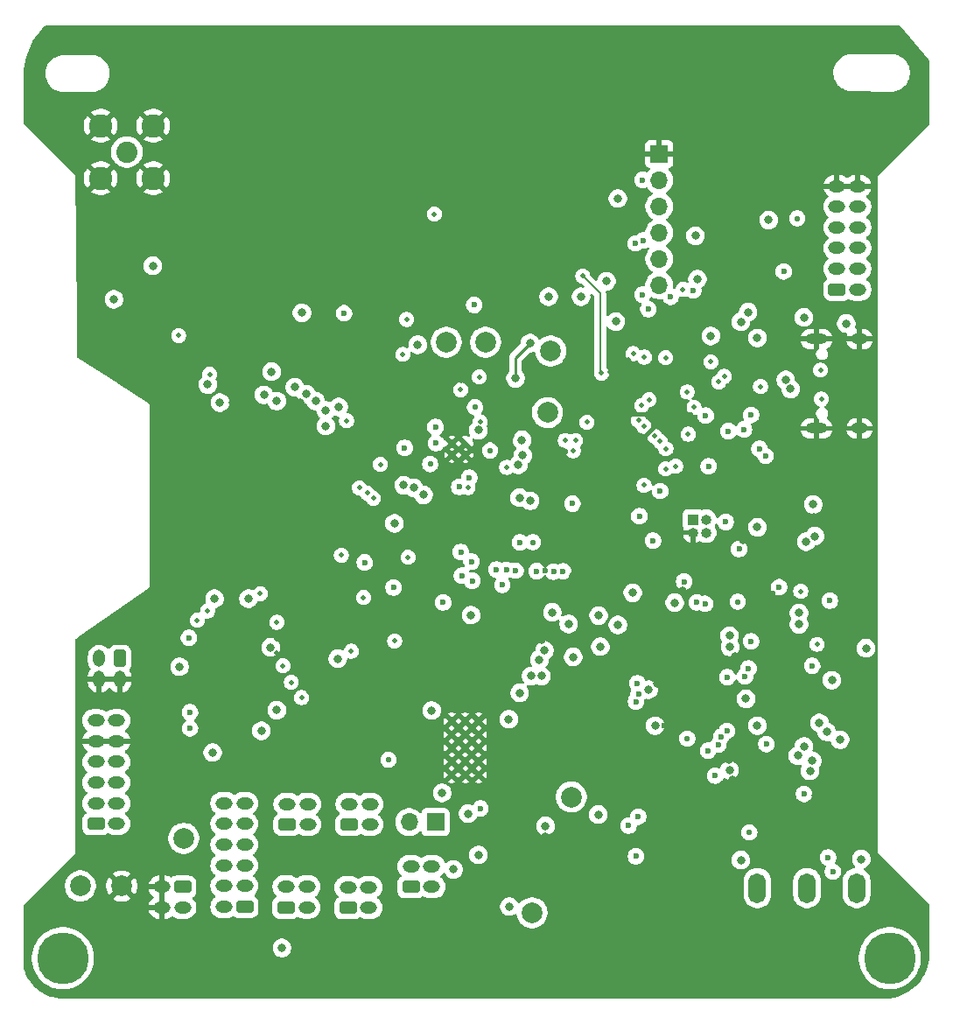
<source format=gbr>
%TF.GenerationSoftware,KiCad,Pcbnew,9.0.0*%
%TF.CreationDate,2025-04-09T19:33:59-07:00*%
%TF.ProjectId,FC_V5a,46435f56-3561-42e6-9b69-6361645f7063,rev?*%
%TF.SameCoordinates,Original*%
%TF.FileFunction,Copper,L2,Inr*%
%TF.FilePolarity,Positive*%
%FSLAX46Y46*%
G04 Gerber Fmt 4.6, Leading zero omitted, Abs format (unit mm)*
G04 Created by KiCad (PCBNEW 9.0.0) date 2025-04-09 19:33:59*
%MOMM*%
%LPD*%
G01*
G04 APERTURE LIST*
G04 Aperture macros list*
%AMRoundRect*
0 Rectangle with rounded corners*
0 $1 Rounding radius*
0 $2 $3 $4 $5 $6 $7 $8 $9 X,Y pos of 4 corners*
0 Add a 4 corners polygon primitive as box body*
4,1,4,$2,$3,$4,$5,$6,$7,$8,$9,$2,$3,0*
0 Add four circle primitives for the rounded corners*
1,1,$1+$1,$2,$3*
1,1,$1+$1,$4,$5*
1,1,$1+$1,$6,$7*
1,1,$1+$1,$8,$9*
0 Add four rect primitives between the rounded corners*
20,1,$1+$1,$2,$3,$4,$5,0*
20,1,$1+$1,$4,$5,$6,$7,0*
20,1,$1+$1,$6,$7,$8,$9,0*
20,1,$1+$1,$8,$9,$2,$3,0*%
G04 Aperture macros list end*
%TA.AperFunction,ComponentPad*%
%ADD10C,2.000000*%
%TD*%
%TA.AperFunction,ComponentPad*%
%ADD11C,2.050000*%
%TD*%
%TA.AperFunction,ComponentPad*%
%ADD12C,2.250000*%
%TD*%
%TA.AperFunction,ComponentPad*%
%ADD13R,1.700000X1.700000*%
%TD*%
%TA.AperFunction,ComponentPad*%
%ADD14O,1.700000X1.700000*%
%TD*%
%TA.AperFunction,ComponentPad*%
%ADD15C,5.000000*%
%TD*%
%TA.AperFunction,ComponentPad*%
%ADD16RoundRect,0.250000X0.575000X-0.350000X0.575000X0.350000X-0.575000X0.350000X-0.575000X-0.350000X0*%
%TD*%
%TA.AperFunction,ComponentPad*%
%ADD17O,1.650000X1.200000*%
%TD*%
%TA.AperFunction,ComponentPad*%
%ADD18RoundRect,0.250000X-0.575000X0.350000X-0.575000X-0.350000X0.575000X-0.350000X0.575000X0.350000X0*%
%TD*%
%TA.AperFunction,ComponentPad*%
%ADD19C,0.600000*%
%TD*%
%TA.AperFunction,ComponentPad*%
%ADD20R,1.000000X1.000000*%
%TD*%
%TA.AperFunction,ComponentPad*%
%ADD21O,1.000000X1.000000*%
%TD*%
%TA.AperFunction,ComponentPad*%
%ADD22O,1.700000X2.900000*%
%TD*%
%TA.AperFunction,ComponentPad*%
%ADD23RoundRect,0.250000X0.350000X0.575000X-0.350000X0.575000X-0.350000X-0.575000X0.350000X-0.575000X0*%
%TD*%
%TA.AperFunction,ComponentPad*%
%ADD24O,1.200000X1.650000*%
%TD*%
%TA.AperFunction,ComponentPad*%
%ADD25O,1.600000X1.000000*%
%TD*%
%TA.AperFunction,ComponentPad*%
%ADD26O,2.100000X1.000000*%
%TD*%
%TA.AperFunction,HeatsinkPad*%
%ADD27C,0.500000*%
%TD*%
%TA.AperFunction,ViaPad*%
%ADD28C,0.800000*%
%TD*%
%TA.AperFunction,ViaPad*%
%ADD29C,0.600000*%
%TD*%
%TA.AperFunction,ViaPad*%
%ADD30C,0.460000*%
%TD*%
%TA.AperFunction,ViaPad*%
%ADD31C,0.560000*%
%TD*%
%TA.AperFunction,Conductor*%
%ADD32C,0.400000*%
%TD*%
%TA.AperFunction,Conductor*%
%ADD33C,0.152400*%
%TD*%
%TA.AperFunction,Conductor*%
%ADD34C,0.127000*%
%TD*%
%TA.AperFunction,Conductor*%
%ADD35C,0.250000*%
%TD*%
G04 APERTURE END LIST*
D10*
%TO.N,VBUSP*%
%TO.C,TP17*%
X192700000Y-133600000D03*
%TD*%
%TO.N,GND*%
%TO.C,TP15*%
X153000000Y-131000000D03*
%TD*%
D11*
%TO.N,RF1_ANT*%
%TO.C,J6*%
X153500000Y-60000000D03*
D12*
%TO.N,GND*%
X150960000Y-57460000D03*
X150960000Y-62540000D03*
X156040000Y-57460000D03*
X156040000Y-62540000D03*
%TD*%
D13*
%TO.N,VBATT_SENSE*%
%TO.C,J13*%
X183350000Y-124825000D03*
D14*
%TO.N,VBatt*%
X180810000Y-124825000D03*
%TD*%
D10*
%TO.N,Net-(IC3-EVI)*%
%TO.C,TP6*%
X196500000Y-122400000D03*
%TD*%
D15*
%TO.N,N/C*%
%TO.C,H2*%
X227300000Y-138000000D03*
%TD*%
D16*
%TO.N,V_RBF*%
%TO.C,J20*%
X180999999Y-131100000D03*
D17*
%TO.N,VBATT_SENSE*%
X183000000Y-131100000D03*
%TO.N,V_RBF*%
X180999999Y-129099999D03*
%TO.N,VBATT_SENSE*%
X182999999Y-129100000D03*
%TD*%
D15*
%TO.N,N/C*%
%TO.C,H1*%
X147300000Y-138000000D03*
%TD*%
D16*
%TO.N,VBatt*%
%TO.C,J7*%
X168900000Y-133075000D03*
D17*
%TO.N,Net-(J10-Pin_1)*%
X170900001Y-133075000D03*
%TO.N,VBatt*%
X168900000Y-131074999D03*
%TO.N,Net-(J10-Pin_3)*%
X170900000Y-131075000D03*
%TD*%
D16*
%TO.N,Z_GPIO1*%
%TO.C,J17*%
X150500000Y-125000000D03*
D17*
%TO.N,Z_GPIO0*%
X152500001Y-125000000D03*
%TO.N,F4_SDA*%
X150500000Y-122999999D03*
X152500000Y-123000000D03*
%TO.N,F4_SCL*%
X150500000Y-121000000D03*
X152500000Y-120999999D03*
%TO.N,F4_PWR*%
X150500000Y-119000000D03*
X152500000Y-119000000D03*
%TO.N,GND*%
X150500000Y-117000000D03*
X152500000Y-117000000D03*
%TO.N,VSOLAR*%
X150500000Y-115000000D03*
X152500000Y-115000000D03*
%TD*%
D16*
%TO.N,Net-(J10-Pin_1)*%
%TO.C,J10*%
X174900000Y-133125000D03*
D17*
%TO.N,V_RBF*%
X176900001Y-133125000D03*
%TO.N,Net-(J10-Pin_3)*%
X174900000Y-131124999D03*
%TO.N,V_RBF*%
X176900000Y-131125000D03*
%TD*%
D10*
%TO.N,B-*%
%TO.C,TP4*%
X159000000Y-126400000D03*
%TD*%
D18*
%TO.N,B-*%
%TO.C,J19*%
X158900000Y-131099999D03*
D17*
%TO.N,GND*%
X156899999Y-131099999D03*
%TO.N,B-*%
X158900000Y-133100000D03*
%TO.N,GND*%
X156900000Y-133099999D03*
%TD*%
D16*
%TO.N,VBatt*%
%TO.C,J8*%
X169000000Y-125075000D03*
D17*
%TO.N,Net-(J29-Pin_1)*%
X171000001Y-125075000D03*
%TO.N,VBatt*%
X169000000Y-123074999D03*
%TO.N,Net-(J29-Pin_3)*%
X171000000Y-123075000D03*
%TD*%
D10*
%TO.N,FC_RESET*%
%TO.C,TP2*%
X194200000Y-85200000D03*
%TD*%
%TO.N,RF1_IO0*%
%TO.C,TP8*%
X188200000Y-78400000D03*
%TD*%
%TO.N,3.3V*%
%TO.C,TP3*%
X149000000Y-131000000D03*
%TD*%
D19*
%TO.N,GND*%
%TO.C,U18*%
X206080680Y-83474776D03*
X205108408Y-84447048D03*
X204136136Y-85419320D03*
X207052952Y-84447048D03*
X206080680Y-85419320D03*
X205108408Y-86391592D03*
X208025224Y-85419320D03*
X207052952Y-86391592D03*
X206080680Y-87363864D03*
%TD*%
D16*
%TO.N,Net-(J29-Pin_1)*%
%TO.C,J29*%
X175000000Y-125075000D03*
D17*
%TO.N,V_RBF*%
X177000001Y-125075000D03*
%TO.N,Net-(J29-Pin_3)*%
X175000000Y-123074999D03*
%TO.N,V_RBF*%
X177000000Y-123075000D03*
%TD*%
D10*
%TO.N,RF1_IO4*%
%TO.C,TP7*%
X184400000Y-78400000D03*
%TD*%
D20*
%TO.N,FC_RESET*%
%TO.C,J22*%
X208275000Y-95550000D03*
D21*
%TO.N,SWCLK*%
X209545000Y-95550000D03*
%TO.N,GND*%
X208275000Y-96820000D03*
%TO.N,SWDIO*%
X209545000Y-96820000D03*
%TD*%
D22*
%TO.N,3.3V*%
%TO.C,SW3*%
X214500000Y-131200000D03*
%TO.N,/3v3 Spec*%
X219300000Y-131200000D03*
%TO.N,unconnected-(SW3-C-Pad3)*%
X224100000Y-131200000D03*
%TD*%
D10*
%TO.N,USBBOOT*%
%TO.C,TP1*%
X194500000Y-79250000D03*
%TD*%
D16*
%TO.N,USBBOOT*%
%TO.C,J16*%
X222200001Y-73300000D03*
D17*
%TO.N,FC_RESET*%
X224200002Y-73300000D03*
%TO.N,USB_D+*%
X222200001Y-71299999D03*
%TO.N,USB_D-*%
X224200001Y-71300000D03*
%TO.N,SDA0*%
X222200001Y-69300000D03*
%TO.N,3.3V*%
X224200001Y-69299999D03*
%TO.N,SCL0*%
X222200001Y-67300000D03*
%TO.N,Dir_Chrg_In*%
X224200001Y-67300000D03*
%TO.N,DEPLOY1*%
X222200001Y-65300000D03*
X224200001Y-65300000D03*
%TO.N,GND*%
X222200001Y-63300000D03*
X224200001Y-63300000D03*
%TD*%
D13*
%TO.N,GND*%
%TO.C,J3*%
X205000000Y-60190000D03*
D14*
%TO.N,TX*%
X205000000Y-62730000D03*
%TO.N,RX*%
X205000000Y-65270000D03*
%TO.N,SCL0*%
X205000000Y-67810000D03*
%TO.N,SDA0*%
X205000000Y-70350000D03*
%TO.N,3.3V*%
X205000000Y-72890000D03*
%TD*%
D23*
%TO.N,Heater Output*%
%TO.C,J21*%
X152825000Y-109000000D03*
D24*
%TO.N,GND*%
X152825000Y-111000001D03*
%TO.N,Heater Output*%
X150824999Y-109000000D03*
%TO.N,GND*%
X150825000Y-111000000D03*
%TD*%
D19*
%TO.N,GND*%
%TO.C,U10*%
X187531250Y-120250000D03*
X187531250Y-118950000D03*
X187531250Y-117650000D03*
X187531250Y-116350000D03*
X187531250Y-115050000D03*
X186231250Y-120250000D03*
X186231250Y-118950000D03*
X186231250Y-117650000D03*
X186231250Y-116350000D03*
X186231250Y-115050000D03*
X184931250Y-120250000D03*
X184931250Y-118950000D03*
X184931250Y-117650000D03*
X184931250Y-116350000D03*
X184931250Y-115050000D03*
%TD*%
D25*
%TO.N,GND*%
%TO.C,J12*%
X224400000Y-78100000D03*
D26*
X220220000Y-78100000D03*
D25*
X224400000Y-86740000D03*
D26*
X220220000Y-86740000D03*
%TD*%
D27*
%TO.N,GND*%
%TO.C,U16*%
X184950000Y-89300000D03*
X186250000Y-89300000D03*
X184950000Y-88200000D03*
X186250000Y-88200000D03*
%TD*%
D16*
%TO.N,VBatt*%
%TO.C,J14*%
X164900000Y-133000000D03*
D17*
%TO.N,B-*%
X162899999Y-133000000D03*
%TO.N,VBatt*%
X164900000Y-130999999D03*
%TO.N,B-*%
X162900000Y-131000000D03*
%TO.N,VBatt*%
X164900000Y-129000000D03*
%TO.N,B-*%
X162900000Y-128999999D03*
%TO.N,VBatt*%
X164900000Y-127000000D03*
%TO.N,B-*%
X162900000Y-127000000D03*
%TO.N,VBatt*%
X164900000Y-125000000D03*
%TO.N,B-*%
X162900000Y-125000000D03*
%TO.N,VBatt*%
X164900000Y-123000000D03*
%TO.N,B-*%
X162900000Y-123000000D03*
%TD*%
D28*
%TO.N,GND*%
X197599998Y-115000001D03*
D29*
X204598846Y-103160000D03*
D28*
X158000000Y-99000000D03*
X177025000Y-112075000D03*
X201974999Y-115000002D03*
D30*
X215000000Y-85505000D03*
D31*
X220325000Y-125775000D03*
D28*
X194000000Y-126200003D03*
D30*
X175600000Y-112780000D03*
D29*
X201000000Y-61400000D03*
D30*
X216845478Y-86345478D03*
D29*
X159110000Y-58990000D03*
X216300000Y-112700000D03*
D28*
X193900000Y-60000000D03*
D30*
X197800000Y-89700000D03*
D28*
X162000000Y-99000000D03*
X168000000Y-99000000D03*
X220000000Y-95300000D03*
D29*
X205808799Y-108841200D03*
D28*
X167000000Y-88000000D03*
X204806250Y-111450000D03*
D30*
X168000000Y-108500000D03*
X200400000Y-93500000D03*
D28*
X200000000Y-70000000D03*
X200600246Y-128900000D03*
X201144975Y-122944975D03*
D30*
X199500000Y-93500000D03*
X195131250Y-117250000D03*
X217660190Y-79598854D03*
D28*
X161000000Y-111000000D03*
X211775000Y-118775000D03*
D29*
X164430000Y-59240000D03*
D30*
X198600000Y-87900000D03*
D31*
X216300000Y-111800000D03*
D30*
X193000000Y-83300000D03*
D28*
X201074998Y-115000001D03*
D29*
X195875000Y-89000000D03*
D28*
X170000000Y-99000000D03*
D30*
X199600000Y-65900000D03*
X200800000Y-67000000D03*
D29*
X193100000Y-87100000D03*
X173000000Y-100000000D03*
D28*
X212100000Y-121745000D03*
D29*
X158100000Y-60800000D03*
D30*
X212400000Y-83500000D03*
D28*
X167000000Y-99000000D03*
D29*
X181500000Y-102800000D03*
D28*
X218200000Y-87000000D03*
X190699998Y-122649999D03*
D30*
X168000000Y-107100000D03*
D28*
X220100000Y-122250000D03*
X157000000Y-99000000D03*
X209900000Y-75400000D03*
D29*
X172300000Y-101200000D03*
D28*
X213100000Y-97500000D03*
X162300000Y-119600000D03*
D30*
X211300000Y-77900000D03*
D28*
X190699999Y-121749999D03*
D30*
X197800000Y-92000000D03*
D29*
X193975000Y-100525000D03*
X163700000Y-102800000D03*
X175000000Y-72000000D03*
D30*
X211600000Y-85474739D03*
D29*
X179600000Y-74000000D03*
D28*
X160000000Y-99000000D03*
X161000000Y-88000000D03*
X155900000Y-116700000D03*
D30*
X201400000Y-93300000D03*
X198600000Y-93500000D03*
D29*
X156700000Y-119400000D03*
D28*
X167500000Y-110500000D03*
D29*
X164550000Y-61340000D03*
X205808799Y-108041199D03*
X202200000Y-66400000D03*
X184325000Y-85450000D03*
X158020000Y-58980000D03*
D28*
X212090000Y-120774002D03*
D30*
X202039699Y-80060301D03*
X197800000Y-90900000D03*
X156700000Y-69500000D03*
D28*
X181931250Y-119650000D03*
X212300000Y-108800000D03*
D29*
X209552128Y-108278599D03*
D28*
X164000000Y-99000000D03*
X209000000Y-121775000D03*
D29*
X164510000Y-60360000D03*
D28*
X168800000Y-65300000D03*
X209000001Y-125150000D03*
D29*
X215875001Y-95613945D03*
D28*
X156000000Y-112500000D03*
D29*
X205808799Y-109641200D03*
D28*
X198499999Y-115000002D03*
X210800000Y-93800000D03*
X218300000Y-73000000D03*
X169000000Y-99000000D03*
X170000000Y-88000000D03*
D30*
X189950000Y-85580000D03*
X195200000Y-83400000D03*
D28*
X190906250Y-102250000D03*
D30*
X200235675Y-81306200D03*
D28*
X213100000Y-101400000D03*
X201526643Y-69715001D03*
D29*
X225870000Y-112500000D03*
D28*
X214000000Y-70000000D03*
D30*
X195231250Y-114250000D03*
D28*
X169000000Y-88000000D03*
D30*
X183100000Y-106500000D03*
D29*
X205500000Y-115500000D03*
D30*
X218100000Y-103462500D03*
D28*
X193606250Y-107225000D03*
X215100000Y-106900000D03*
D29*
X225870000Y-127687314D03*
D28*
X216000000Y-63000000D03*
X163000000Y-99000000D03*
X199100000Y-120900000D03*
X166000000Y-99000000D03*
D30*
X211269998Y-90800000D03*
D28*
X217900000Y-122800000D03*
X163750000Y-84250000D03*
D29*
X207175000Y-108700000D03*
D30*
X185800000Y-82100000D03*
D29*
X213500000Y-61800000D03*
D28*
X162000000Y-88000000D03*
D30*
X177200000Y-110300000D03*
D29*
X212725000Y-61375000D03*
D30*
X205900000Y-77570000D03*
D28*
X188100000Y-129300000D03*
X162000000Y-112500000D03*
X197674998Y-133200000D03*
D30*
X212800000Y-106100000D03*
D29*
X222300000Y-101700000D03*
D28*
X190575000Y-87500000D03*
D30*
X201875601Y-88737962D03*
X195131250Y-118750000D03*
D28*
X171500000Y-99500000D03*
X208600000Y-99300000D03*
D29*
X189900000Y-84363500D03*
D28*
X162500000Y-111000000D03*
D29*
X201800000Y-129900000D03*
D28*
X160000000Y-88000000D03*
X188000000Y-111000000D03*
X198476200Y-66424411D03*
X159000000Y-88000000D03*
X165000000Y-88000000D03*
D29*
X208072209Y-109470739D03*
X162580000Y-58200000D03*
D28*
X212500000Y-123300000D03*
X162000000Y-88000000D03*
X156000000Y-111000000D03*
D30*
X211600000Y-84300000D03*
X199000000Y-86800000D03*
D28*
X186200000Y-127300000D03*
X201174998Y-133200000D03*
X164000000Y-88000000D03*
X166000000Y-88000000D03*
D29*
X225800000Y-114200000D03*
D30*
X199700000Y-87900000D03*
X195131250Y-115750000D03*
D29*
X215989676Y-102675409D03*
X161280000Y-58230000D03*
D28*
X208999999Y-122675000D03*
X168000000Y-88000000D03*
X190699998Y-126225000D03*
X188500000Y-133500000D03*
D29*
X163890000Y-58230000D03*
X221505025Y-125505025D03*
X158400000Y-116500000D03*
D28*
X159000000Y-99000000D03*
X165000000Y-99000000D03*
X173000000Y-88000000D03*
X172000000Y-88000000D03*
X198574999Y-133200001D03*
X196700000Y-101000000D03*
D29*
X206736500Y-91600000D03*
D30*
X202931456Y-91006456D03*
D28*
X208999999Y-126100000D03*
X170250000Y-84250000D03*
D29*
X159130000Y-60800000D03*
X222500000Y-99300000D03*
D28*
X171000000Y-88000000D03*
D29*
X160210000Y-58640000D03*
D30*
X200500000Y-84693800D03*
D28*
X163000000Y-88000000D03*
D29*
X181500000Y-83500000D03*
D28*
X165500000Y-107000000D03*
X157000000Y-88000000D03*
D29*
X199600000Y-60001499D03*
D28*
X207298799Y-102460332D03*
X218307467Y-120176661D03*
D29*
X160900000Y-116400000D03*
D28*
X161000000Y-99000000D03*
D31*
X216900000Y-116100000D03*
D29*
X217300000Y-111815000D03*
D28*
X202074999Y-133200001D03*
X167000000Y-99000000D03*
X210700000Y-92100000D03*
X190699999Y-125325000D03*
D29*
X225700000Y-117100000D03*
D28*
X152500000Y-76500000D03*
D30*
X197800000Y-88500000D03*
D31*
X222620000Y-108250000D03*
D28*
X158000000Y-88000000D03*
D29*
X195258058Y-87141942D03*
D30*
X198000000Y-93000000D03*
%TO.N,3.3V*%
X160307555Y-105292445D03*
X161300000Y-104400000D03*
X214800000Y-82700000D03*
D29*
X179300000Y-102125000D03*
D28*
X219800000Y-118900000D03*
D29*
X180379958Y-88620042D03*
X217045893Y-71554107D03*
D30*
X203523439Y-86537789D03*
D28*
X172750000Y-86500000D03*
X173896261Y-109020001D03*
D30*
X210000000Y-80300000D03*
X195900000Y-87900000D03*
X220268633Y-107625961D03*
D28*
X197436500Y-74000000D03*
D30*
X205628866Y-79898967D03*
D29*
X209500000Y-85500000D03*
D28*
X161800000Y-118100000D03*
D31*
X213725000Y-125825000D03*
D28*
X152250000Y-74250000D03*
D29*
X215375000Y-117275000D03*
D28*
X167500000Y-81250000D03*
X168000000Y-114000000D03*
D30*
X218695000Y-102500000D03*
D28*
X214500000Y-96300000D03*
X190500000Y-133000000D03*
D30*
X207699377Y-83213226D03*
D29*
X213200000Y-86835000D03*
D31*
X212585000Y-103515000D03*
D28*
X208500000Y-68100000D03*
D30*
X207808685Y-87297515D03*
D28*
X219000000Y-76000000D03*
D31*
X178800000Y-118800000D03*
D30*
X185790406Y-82998319D03*
D31*
X192775000Y-97755000D03*
D28*
X221700000Y-111100000D03*
X194000000Y-125200000D03*
X192600000Y-110700000D03*
X203979786Y-112012990D03*
X200800000Y-76400000D03*
X211861294Y-107889010D03*
X187497313Y-86912045D03*
X204600000Y-115500000D03*
X211800000Y-119800000D03*
X191800000Y-89350000D03*
X219000000Y-117500000D03*
X194300000Y-74000000D03*
D30*
X205622357Y-90661768D03*
D29*
X209774037Y-90400000D03*
D28*
X191500000Y-112323800D03*
D30*
X203300000Y-84512280D03*
X198000000Y-86148548D03*
X196679126Y-88895000D03*
D29*
X211425000Y-95800000D03*
D30*
X170400000Y-112780000D03*
D28*
X193600000Y-110700000D03*
X181650000Y-78650000D03*
D31*
X218350000Y-66425000D03*
D29*
X159500000Y-107000000D03*
D28*
X190454329Y-114881530D03*
D29*
X207398799Y-101560330D03*
D28*
X199100000Y-124100000D03*
X199898800Y-72500000D03*
D29*
X213900000Y-85435000D03*
D30*
X169400000Y-111300000D03*
X158506445Y-77743555D03*
D28*
X213400000Y-112900000D03*
D29*
X193150734Y-100549263D03*
D30*
X175200000Y-108300000D03*
D28*
X156000000Y-71000000D03*
X172750000Y-85000000D03*
X166500000Y-116000000D03*
%TO.N,VBUSP*%
X167413100Y-107913100D03*
X186500000Y-124000000D03*
X183000000Y-114028600D03*
X187500000Y-128000000D03*
X184000000Y-122000000D03*
D29*
%TO.N,TX*%
X202702194Y-68838128D03*
X203952400Y-75200000D03*
%TO.N,RX*%
X203376200Y-73800000D03*
X203447564Y-68547564D03*
X203400000Y-62700000D03*
D28*
%TO.N,WDT_BIAS*%
X202431250Y-102649999D03*
X199306250Y-107850000D03*
D30*
%TO.N,RF_VCC*%
X176400000Y-103100000D03*
X174750000Y-86000000D03*
X174248590Y-99007803D03*
X168600000Y-109700000D03*
X161500000Y-81504000D03*
D29*
%TO.N,SDA1*%
X209437019Y-103711795D03*
X213650000Y-109950000D03*
X195700000Y-100575000D03*
D30*
X203555768Y-79844232D03*
D29*
X186625000Y-91500000D03*
D31*
X187170242Y-84691774D03*
D29*
X202026892Y-125160178D03*
D31*
X188625000Y-88875000D03*
D29*
%TO.N,SCL1*%
X185649997Y-92400000D03*
D30*
X187678042Y-86101958D03*
D29*
X202975000Y-124300000D03*
X213309340Y-110714292D03*
X208648799Y-103575000D03*
D30*
X187600000Y-81760000D03*
X202500000Y-79504340D03*
D29*
X194775000Y-100600000D03*
D30*
%TO.N,/Power Systems/V_RF*%
X179400000Y-107300000D03*
D29*
%TO.N,Net-(D10-K)*%
X210425000Y-120325000D03*
D28*
%TO.N,Net-(D12-K)*%
X211800000Y-106800000D03*
%TO.N,VBATT_SENSE*%
X185100000Y-129400000D03*
X206500000Y-103600000D03*
D29*
X187700000Y-123500000D03*
D28*
%TO.N,F1_PWR*%
X219900000Y-94100000D03*
D29*
%TO.N,FC_RESET*%
X183400000Y-88164445D03*
X183350000Y-86600000D03*
X186900000Y-101475000D03*
D30*
X203531500Y-92241471D03*
X196900000Y-87900000D03*
%TO.N,SWCLK*%
X204553938Y-87494081D03*
%TO.N,SWDIO*%
X205100000Y-88000000D03*
%TO.N,SPI0_MISO*%
X199405666Y-81389791D03*
X197600000Y-72001499D03*
%TO.N,SPI0_CS0*%
X183240000Y-66001499D03*
X180570000Y-76200000D03*
D29*
%TO.N,RF1_IO4*%
X187100000Y-74800000D03*
D28*
%TO.N,RF1_IO0*%
X170439847Y-75560153D03*
D29*
X174500000Y-75600000D03*
%TO.N,RTC_INT*%
X221340380Y-128240380D03*
X221800000Y-129619238D03*
X202743491Y-128129655D03*
X215300000Y-89400000D03*
D28*
%TO.N,F3_PWR*%
X218400000Y-118400000D03*
%TO.N,USB_D-*%
X217712084Y-82922608D03*
%TO.N,USB_D+*%
X217240685Y-82040685D03*
%TO.N,Net-(U1B-+)*%
X199128138Y-104850001D03*
X201006251Y-105750000D03*
%TO.N,Net-(U1D-+)*%
X193400000Y-109100000D03*
%TO.N,Net-(R31-Pad1)*%
X194665844Y-104540100D03*
X196679497Y-108849999D03*
%TO.N,USBBOOT*%
X208700000Y-72300000D03*
D30*
X207300000Y-73300000D03*
D31*
%TO.N,VSOLAR_I*%
X207714878Y-116735122D03*
D28*
%TO.N,Dir_Chrg_In*%
X212900000Y-128500000D03*
X223100000Y-76600000D03*
X168500000Y-137000000D03*
D29*
%TO.N,RF2_TX_EN*%
X176500000Y-99700000D03*
D28*
%TO.N,RF2_RX_EN*%
X174000000Y-84676200D03*
X162500000Y-84250000D03*
D30*
%TO.N,RF2_RST*%
X205650000Y-88700000D03*
D28*
X192500000Y-93750000D03*
X165250000Y-103216600D03*
X180286954Y-92230662D03*
D30*
%TO.N,RF2_IO0*%
X166390766Y-102720000D03*
X168000000Y-105493500D03*
D28*
%TO.N,Net-(JP6-A)*%
X186800000Y-104800000D03*
X193900000Y-108200000D03*
%TO.N,/Watchdog Circuit/WDT-VP*%
X196240778Y-105659222D03*
%TO.N,F0_SCL*%
X218525000Y-105700000D03*
%TO.N,F1_SDA*%
X219225000Y-97700000D03*
%TO.N,F0_SDA*%
X218525000Y-104600000D03*
%TO.N,F1_SCL*%
X220065299Y-97157872D03*
%TO.N,F2_SDA*%
X222490462Y-116861563D03*
%TO.N,F3_SCL*%
X220500000Y-115230385D03*
%TO.N,F3_SDA*%
X221200000Y-116100000D03*
%TO.N,F2_SCL*%
X219583069Y-119876189D03*
D29*
%TO.N,~{MUX_RESET}*%
X216600000Y-102100000D03*
%TO.N,F4_SCL*%
X203000000Y-112400000D03*
X211550000Y-116000000D03*
%TO.N,F4_SDA*%
X210984313Y-116565687D03*
X202747017Y-113158949D03*
%TO.N,VSOLAR*%
X219000000Y-122100000D03*
D28*
X214499293Y-115499293D03*
D29*
X219800000Y-109700000D03*
X221500000Y-103400000D03*
X202900000Y-111400000D03*
X211589136Y-110813227D03*
%TO.N,VBUS_RESET*%
X191525000Y-97775000D03*
X185799456Y-98695330D03*
D30*
X180700000Y-99200000D03*
%TO.N,Net-(J12-CC1)*%
X220600000Y-81100000D03*
%TO.N,Net-(J12-CC2)*%
X220700000Y-83900000D03*
%TO.N,SPI1_CS0*%
X180186167Y-79572885D03*
X204019899Y-83968041D03*
D28*
%TO.N,SPI1_MOSI*%
X171750000Y-84089700D03*
D29*
X205100000Y-92800000D03*
D30*
X206600000Y-90400000D03*
D28*
X168000000Y-84089700D03*
%TO.N,SPI1_SCK*%
X170854812Y-83426200D03*
X166750000Y-83500000D03*
%TO.N,SPI1_MISO*%
X161325000Y-82500000D03*
X169737396Y-82762700D03*
D31*
%TO.N,SPI1_CS1*%
X182843800Y-90200000D03*
D30*
X203000000Y-85975000D03*
D29*
%TO.N,ENAB_RF*%
X191103601Y-100500848D03*
%TO.N,~{FACE0_ENABLE}*%
X213893112Y-107334780D03*
X189821841Y-101875525D03*
%TO.N,~{FACE1_ENABLE}*%
X204400000Y-97600000D03*
X212725000Y-98400000D03*
%TO.N,~{FACE2_ENABLE}*%
X209725000Y-117925000D03*
X189254765Y-100388903D03*
%TO.N,~{FACE4_ENABLE}*%
X185900000Y-100975000D03*
X184100000Y-103575000D03*
X159600000Y-114200000D03*
X186850000Y-99625000D03*
X159600000Y-115750000D03*
%TO.N,~{FACE3_ENABLE}*%
X190225000Y-100425000D03*
X210730280Y-117335764D03*
%TO.N,~{FIRE_DEPLOY1_A}*%
X214700000Y-88700000D03*
%TO.N,~{FIRE_DEPLOY1_B}*%
X211700000Y-87000000D03*
D28*
%TO.N,~{ENABLE_Heater}*%
X158600001Y-109797697D03*
X161979170Y-103216600D03*
X191481875Y-93441925D03*
X179382431Y-95929237D03*
%TO.N,/Power Systems/Load Switches/Burnwire Interstage*%
X224550000Y-128400000D03*
X225000000Y-108000000D03*
%TO.N,Z_GPIO0*%
X182198686Y-93176200D03*
%TO.N,Z_GPIO1*%
X181250000Y-92500000D03*
%TO.N,PAYLOAD_PWR*%
X200998006Y-64503067D03*
X215584433Y-66573879D03*
D29*
%TO.N,~{GPIO_EXPANDER_RESET}*%
X196600000Y-94023800D03*
X203078369Y-95236501D03*
D28*
%TO.N,~{PAYLOAD_PWR_ENABLE}*%
X191099401Y-81899999D03*
X191722720Y-87850001D03*
X192494444Y-78494444D03*
X191380940Y-90257961D03*
D30*
%TO.N,+1V1*%
X210750000Y-82250000D03*
X208373478Y-84699843D03*
X211300000Y-81700000D03*
D29*
%TO.N,/RP2350AHHHHHHHHH/FLASH_SS*%
X206106545Y-74006545D03*
X208292565Y-73392565D03*
D28*
%TO.N,/RP2350AHHHHHHHHH/QSPI_SD3*%
X210000000Y-77800000D03*
X213600000Y-75500000D03*
%TO.N,/RP2350AHHHHHHHHH/QSPI_SD0*%
X212900000Y-76423800D03*
X214500000Y-78000000D03*
D30*
%TO.N,RF2_IO1*%
X177340324Y-93500000D03*
X186500000Y-92471000D03*
%TO.N,RF2_IO2*%
X190250000Y-90500000D03*
X176750000Y-93000000D03*
%TO.N,RF2_IO3*%
X176000000Y-92500000D03*
X178032938Y-90217062D03*
%TD*%
D32*
%TO.N,GND*%
X204708408Y-86391592D02*
X202362038Y-88737962D01*
X201150200Y-85344000D02*
X200500000Y-84693800D01*
D33*
X201225520Y-85419320D02*
X200500000Y-84693800D01*
D32*
X205108408Y-86391592D02*
X204708408Y-86391592D01*
X202362038Y-88737962D02*
X201875601Y-88737962D01*
D33*
X204136136Y-85419320D02*
X201225520Y-85419320D01*
D32*
X206080680Y-85419320D02*
X206005360Y-85344000D01*
X206005360Y-85344000D02*
X201150200Y-85344000D01*
D34*
%TO.N,SPI0_MISO*%
X199405666Y-81311866D02*
X199300000Y-81206200D01*
X199300000Y-81206200D02*
X199300000Y-73701499D01*
X199300000Y-73701499D02*
X197600000Y-72001499D01*
X199405666Y-81389791D02*
X199405666Y-81311866D01*
%TO.N,RF1_IO0*%
X188200000Y-78800000D02*
X188200000Y-78400000D01*
D35*
%TO.N,~{PAYLOAD_PWR_ENABLE}*%
X191099401Y-79889487D02*
X192494444Y-78494444D01*
X191099401Y-81899999D02*
X191099401Y-79889487D01*
%TD*%
%TA.AperFunction,Conductor*%
%TO.N,GND*%
G36*
X157149999Y-131921352D02*
G01*
X157150000Y-131921362D01*
X157150000Y-132753589D01*
X157064044Y-132703962D01*
X156955952Y-132674999D01*
X156844048Y-132674999D01*
X156735956Y-132703962D01*
X156650000Y-132753589D01*
X156650000Y-132278645D01*
X156649999Y-132278636D01*
X156649999Y-131446408D01*
X156735955Y-131496036D01*
X156844047Y-131524999D01*
X156955951Y-131524999D01*
X157064043Y-131496036D01*
X157149999Y-131446408D01*
X157149999Y-131921352D01*
G37*
%TD.AperFunction*%
%TA.AperFunction,Conductor*%
G36*
X152103963Y-116835956D02*
G01*
X152075000Y-116944048D01*
X152075000Y-117055952D01*
X152103963Y-117164044D01*
X152153590Y-117250000D01*
X150846410Y-117250000D01*
X150896037Y-117164044D01*
X150925000Y-117055952D01*
X150925000Y-116944048D01*
X150896037Y-116835956D01*
X150846410Y-116750000D01*
X152153590Y-116750000D01*
X152103963Y-116835956D01*
G37*
%TD.AperFunction*%
%TA.AperFunction,Conductor*%
G36*
X152003640Y-110750001D02*
G01*
X152478590Y-110750001D01*
X152428963Y-110835957D01*
X152400000Y-110944049D01*
X152400000Y-111055953D01*
X152428963Y-111164045D01*
X152478590Y-111250001D01*
X151646363Y-111250001D01*
X151646360Y-111250000D01*
X151171410Y-111250000D01*
X151221037Y-111164044D01*
X151250000Y-111055952D01*
X151250000Y-110944048D01*
X151221037Y-110835956D01*
X151171410Y-110750000D01*
X152003637Y-110750000D01*
X152003640Y-110750001D01*
G37*
%TD.AperFunction*%
%TA.AperFunction,Conductor*%
G36*
X223803964Y-63135956D02*
G01*
X223775001Y-63244048D01*
X223775001Y-63355952D01*
X223803964Y-63464044D01*
X223853591Y-63550000D01*
X222546411Y-63550000D01*
X222596038Y-63464044D01*
X222625001Y-63355952D01*
X222625001Y-63244048D01*
X222596038Y-63135956D01*
X222546411Y-63050000D01*
X223853591Y-63050000D01*
X223803964Y-63135956D01*
G37*
%TD.AperFunction*%
%TA.AperFunction,Conductor*%
G36*
X228288992Y-47778802D02*
G01*
X228355977Y-47798672D01*
X228384059Y-47823599D01*
X231057452Y-51044082D01*
X231114110Y-51112334D01*
X231141784Y-51176490D01*
X231142700Y-51191536D01*
X231142700Y-57245588D01*
X231123015Y-57312627D01*
X231106381Y-57333269D01*
X226200025Y-62239624D01*
X226200024Y-62239625D01*
X226169500Y-62313316D01*
X226169500Y-127776683D01*
X226200024Y-127850374D01*
X231106381Y-132756731D01*
X231139866Y-132818054D01*
X231142700Y-132844412D01*
X231142700Y-138046741D01*
X231140771Y-138068529D01*
X231077299Y-138424135D01*
X231074945Y-138434656D01*
X230976741Y-138798544D01*
X230973482Y-138808820D01*
X230844045Y-139162797D01*
X230839906Y-139172751D01*
X230680211Y-139514151D01*
X230675223Y-139523708D01*
X230486480Y-139849943D01*
X230480681Y-139859031D01*
X230264316Y-140167639D01*
X230257750Y-140176189D01*
X230015386Y-140464852D01*
X230008101Y-140472799D01*
X229741599Y-140739301D01*
X229733652Y-140746586D01*
X229444989Y-140988950D01*
X229436439Y-140995516D01*
X229127831Y-141211881D01*
X229118743Y-141217680D01*
X228792508Y-141406423D01*
X228782951Y-141411411D01*
X228441551Y-141571106D01*
X228431597Y-141575245D01*
X228077620Y-141704682D01*
X228067344Y-141707941D01*
X227703456Y-141806145D01*
X227692935Y-141808499D01*
X227337329Y-141871971D01*
X227315541Y-141873900D01*
X147394471Y-141873900D01*
X147381532Y-141873898D01*
X147380104Y-141873331D01*
X147342241Y-141873892D01*
X147341298Y-141873892D01*
X147341193Y-141873861D01*
X147337326Y-141873828D01*
X146980930Y-141862350D01*
X146969309Y-141861427D01*
X146618481Y-141816901D01*
X146606997Y-141814891D01*
X146261902Y-141737616D01*
X146250659Y-141734537D01*
X146158830Y-141704682D01*
X145914340Y-141625194D01*
X145903440Y-141621074D01*
X145741158Y-141550852D01*
X145578882Y-141480632D01*
X145568413Y-141475505D01*
X145258472Y-141305202D01*
X145248530Y-141299114D01*
X144955953Y-141100457D01*
X144946628Y-141093463D01*
X144697680Y-140887776D01*
X144674002Y-140868212D01*
X144665375Y-140860374D01*
X144415102Y-140610509D01*
X144407249Y-140601894D01*
X144181553Y-140329638D01*
X144174543Y-140320323D01*
X143975410Y-140028071D01*
X143969306Y-140018139D01*
X143798503Y-139708488D01*
X143793358Y-139698027D01*
X143687154Y-139453686D01*
X143652378Y-139373678D01*
X143648247Y-139362800D01*
X143558809Y-139089228D01*
X143549839Y-139061789D01*
X143543700Y-139023257D01*
X143543700Y-137831491D01*
X144299500Y-137831491D01*
X144299500Y-138168508D01*
X144337231Y-138503381D01*
X144337233Y-138503397D01*
X144412223Y-138831953D01*
X144412227Y-138831965D01*
X144523532Y-139150054D01*
X144669752Y-139453683D01*
X144669754Y-139453686D01*
X144849054Y-139739039D01*
X145059175Y-140002523D01*
X145297477Y-140240825D01*
X145560961Y-140450946D01*
X145846314Y-140630246D01*
X146149949Y-140776469D01*
X146388848Y-140860063D01*
X146468034Y-140887772D01*
X146468046Y-140887776D01*
X146796606Y-140962767D01*
X147131492Y-141000499D01*
X147131493Y-141000500D01*
X147131496Y-141000500D01*
X147468507Y-141000500D01*
X147468507Y-141000499D01*
X147803394Y-140962767D01*
X148131954Y-140887776D01*
X148450051Y-140776469D01*
X148753686Y-140630246D01*
X149039039Y-140450946D01*
X149302523Y-140240825D01*
X149540825Y-140002523D01*
X149750946Y-139739039D01*
X149930246Y-139453686D01*
X150076469Y-139150051D01*
X150187776Y-138831954D01*
X150262767Y-138503394D01*
X150300500Y-138168504D01*
X150300500Y-137831496D01*
X150262767Y-137496606D01*
X150187776Y-137168046D01*
X150160008Y-137088691D01*
X150110139Y-136946172D01*
X150097938Y-136911304D01*
X167599500Y-136911304D01*
X167599500Y-137088695D01*
X167634103Y-137262658D01*
X167634106Y-137262667D01*
X167701983Y-137426540D01*
X167701990Y-137426553D01*
X167800535Y-137574034D01*
X167800538Y-137574038D01*
X167925961Y-137699461D01*
X167925965Y-137699464D01*
X168073446Y-137798009D01*
X168073459Y-137798016D01*
X168154289Y-137831496D01*
X168237334Y-137865894D01*
X168237336Y-137865894D01*
X168237341Y-137865896D01*
X168411304Y-137900499D01*
X168411307Y-137900500D01*
X168411309Y-137900500D01*
X168588693Y-137900500D01*
X168588694Y-137900499D01*
X168646682Y-137888964D01*
X168762658Y-137865896D01*
X168762661Y-137865894D01*
X168762666Y-137865894D01*
X168845723Y-137831491D01*
X224299500Y-137831491D01*
X224299500Y-138168508D01*
X224337231Y-138503381D01*
X224337233Y-138503397D01*
X224412223Y-138831953D01*
X224412227Y-138831965D01*
X224523532Y-139150054D01*
X224669752Y-139453683D01*
X224669754Y-139453686D01*
X224849054Y-139739039D01*
X225059175Y-140002523D01*
X225297477Y-140240825D01*
X225560961Y-140450946D01*
X225846314Y-140630246D01*
X226149949Y-140776469D01*
X226388848Y-140860063D01*
X226468034Y-140887772D01*
X226468046Y-140887776D01*
X226796606Y-140962767D01*
X227131492Y-141000499D01*
X227131493Y-141000500D01*
X227131496Y-141000500D01*
X227468507Y-141000500D01*
X227468507Y-141000499D01*
X227803394Y-140962767D01*
X228131954Y-140887776D01*
X228450051Y-140776469D01*
X228753686Y-140630246D01*
X229039039Y-140450946D01*
X229302523Y-140240825D01*
X229540825Y-140002523D01*
X229750946Y-139739039D01*
X229930246Y-139453686D01*
X230076469Y-139150051D01*
X230187776Y-138831954D01*
X230262767Y-138503394D01*
X230300500Y-138168504D01*
X230300500Y-137831496D01*
X230262767Y-137496606D01*
X230187776Y-137168046D01*
X230076469Y-136849949D01*
X229930246Y-136546314D01*
X229750946Y-136260961D01*
X229540825Y-135997477D01*
X229302523Y-135759175D01*
X229039039Y-135549054D01*
X228753686Y-135369754D01*
X228753683Y-135369752D01*
X228450054Y-135223532D01*
X228131965Y-135112227D01*
X228131953Y-135112223D01*
X227803397Y-135037233D01*
X227803381Y-135037231D01*
X227468508Y-134999500D01*
X227468504Y-134999500D01*
X227131496Y-134999500D01*
X227131491Y-134999500D01*
X226796618Y-135037231D01*
X226796602Y-135037233D01*
X226468046Y-135112223D01*
X226468034Y-135112227D01*
X226149945Y-135223532D01*
X225846316Y-135369752D01*
X225560962Y-135549053D01*
X225297477Y-135759174D01*
X225059174Y-135997477D01*
X224849053Y-136260962D01*
X224669752Y-136546316D01*
X224523532Y-136849945D01*
X224412227Y-137168034D01*
X224412223Y-137168046D01*
X224337233Y-137496602D01*
X224337231Y-137496618D01*
X224299500Y-137831491D01*
X168845723Y-137831491D01*
X168926547Y-137798013D01*
X168926553Y-137798009D01*
X169035946Y-137724915D01*
X169053497Y-137713186D01*
X169074035Y-137699464D01*
X169199464Y-137574035D01*
X169298013Y-137426547D01*
X169365894Y-137262666D01*
X169400500Y-137088691D01*
X169400500Y-136911309D01*
X169400500Y-136911306D01*
X169400499Y-136911304D01*
X169365896Y-136737341D01*
X169365893Y-136737332D01*
X169298016Y-136573459D01*
X169298009Y-136573446D01*
X169199464Y-136425965D01*
X169199461Y-136425961D01*
X169074038Y-136300538D01*
X169074034Y-136300535D01*
X168926553Y-136201990D01*
X168926540Y-136201983D01*
X168762667Y-136134106D01*
X168762658Y-136134103D01*
X168588694Y-136099500D01*
X168588691Y-136099500D01*
X168411309Y-136099500D01*
X168411306Y-136099500D01*
X168237341Y-136134103D01*
X168237332Y-136134106D01*
X168073459Y-136201983D01*
X168073446Y-136201990D01*
X167925965Y-136300535D01*
X167925961Y-136300538D01*
X167800538Y-136425961D01*
X167800535Y-136425965D01*
X167701990Y-136573446D01*
X167701983Y-136573459D01*
X167634106Y-136737332D01*
X167634103Y-136737341D01*
X167599500Y-136911304D01*
X150097938Y-136911304D01*
X150076469Y-136849949D01*
X149930246Y-136546314D01*
X149750946Y-136260961D01*
X149540825Y-135997477D01*
X149302523Y-135759175D01*
X149039039Y-135549054D01*
X148753686Y-135369754D01*
X148753683Y-135369752D01*
X148450054Y-135223532D01*
X148131965Y-135112227D01*
X148131953Y-135112223D01*
X147803397Y-135037233D01*
X147803381Y-135037231D01*
X147468508Y-134999500D01*
X147468504Y-134999500D01*
X147131496Y-134999500D01*
X147131491Y-134999500D01*
X146796618Y-135037231D01*
X146796602Y-135037233D01*
X146468046Y-135112223D01*
X146468034Y-135112227D01*
X146149945Y-135223532D01*
X145846316Y-135369752D01*
X145560962Y-135549053D01*
X145297477Y-135759174D01*
X145059174Y-135997477D01*
X144849053Y-136260962D01*
X144669752Y-136546316D01*
X144523532Y-136849945D01*
X144412227Y-137168034D01*
X144412223Y-137168046D01*
X144337233Y-137496602D01*
X144337231Y-137496618D01*
X144299500Y-137831491D01*
X143543700Y-137831491D01*
X143543700Y-132844412D01*
X143563385Y-132777373D01*
X143580019Y-132756731D01*
X145454848Y-130881902D01*
X147499500Y-130881902D01*
X147499500Y-131118097D01*
X147536446Y-131351368D01*
X147609433Y-131575996D01*
X147673528Y-131701788D01*
X147716657Y-131786433D01*
X147855483Y-131977510D01*
X148022490Y-132144517D01*
X148213567Y-132283343D01*
X148282394Y-132318412D01*
X148424003Y-132390566D01*
X148424005Y-132390566D01*
X148424008Y-132390568D01*
X148544412Y-132429689D01*
X148648631Y-132463553D01*
X148881903Y-132500500D01*
X148881908Y-132500500D01*
X149118097Y-132500500D01*
X149351368Y-132463553D01*
X149375635Y-132455668D01*
X149575992Y-132390568D01*
X149786433Y-132283343D01*
X149977510Y-132144517D01*
X150144517Y-131977510D01*
X150283343Y-131786433D01*
X150390568Y-131575992D01*
X150463553Y-131351368D01*
X150470579Y-131307007D01*
X150500500Y-131118097D01*
X150500500Y-130881947D01*
X151500000Y-130881947D01*
X151500000Y-131118052D01*
X151536934Y-131351247D01*
X151609897Y-131575802D01*
X151717087Y-131786174D01*
X151777338Y-131869104D01*
X151777340Y-131869105D01*
X152517037Y-131129408D01*
X152534075Y-131192993D01*
X152599901Y-131307007D01*
X152692993Y-131400099D01*
X152807007Y-131465925D01*
X152870590Y-131482962D01*
X152130893Y-132222658D01*
X152213828Y-132282914D01*
X152424197Y-132390102D01*
X152648752Y-132463065D01*
X152648751Y-132463065D01*
X152881948Y-132500000D01*
X153118052Y-132500000D01*
X153351247Y-132463065D01*
X153575802Y-132390102D01*
X153786163Y-132282918D01*
X153786169Y-132282914D01*
X153869104Y-132222658D01*
X153869105Y-132222658D01*
X153129408Y-131482962D01*
X153192993Y-131465925D01*
X153307007Y-131400099D01*
X153400099Y-131307007D01*
X153465925Y-131192993D01*
X153482962Y-131129409D01*
X154222658Y-131869105D01*
X154222658Y-131869104D01*
X154282914Y-131786169D01*
X154282918Y-131786163D01*
X154390102Y-131575802D01*
X154463065Y-131351247D01*
X154463066Y-131351246D01*
X154472206Y-131293537D01*
X154472206Y-131293536D01*
X154500000Y-131118052D01*
X154500000Y-130881947D01*
X154494940Y-130849998D01*
X155600883Y-130849998D01*
X155600884Y-130849999D01*
X156553589Y-130849999D01*
X156503962Y-130935955D01*
X156474999Y-131044047D01*
X156474999Y-131155951D01*
X156503962Y-131264043D01*
X156553589Y-131349999D01*
X155600884Y-131349999D01*
X155602084Y-131357583D01*
X155655590Y-131522254D01*
X155734194Y-131676523D01*
X155835966Y-131816601D01*
X155958396Y-131939031D01*
X156041873Y-131999680D01*
X156084539Y-132055010D01*
X156090518Y-132124623D01*
X156057913Y-132186419D01*
X156041873Y-132200317D01*
X155958404Y-132260960D01*
X155958399Y-132260964D01*
X155835967Y-132383396D01*
X155734195Y-132523474D01*
X155655591Y-132677743D01*
X155602085Y-132842414D01*
X155600884Y-132849998D01*
X155600885Y-132849999D01*
X156553590Y-132849999D01*
X156503963Y-132935955D01*
X156475000Y-133044047D01*
X156475000Y-133155951D01*
X156503963Y-133264043D01*
X156553590Y-133349999D01*
X155600885Y-133349999D01*
X155602085Y-133357583D01*
X155655591Y-133522254D01*
X155734195Y-133676523D01*
X155835967Y-133816601D01*
X155958397Y-133939031D01*
X156098475Y-134040803D01*
X156252742Y-134119407D01*
X156417415Y-134172913D01*
X156588429Y-134199999D01*
X156650000Y-134199999D01*
X156650000Y-133446408D01*
X156735956Y-133496036D01*
X156844048Y-133524999D01*
X156955952Y-133524999D01*
X157064044Y-133496036D01*
X157150000Y-133446408D01*
X157150000Y-134199999D01*
X157211571Y-134199999D01*
X157382584Y-134172913D01*
X157547257Y-134119407D01*
X157701528Y-134040800D01*
X157826689Y-133949867D01*
X157892495Y-133926387D01*
X157960549Y-133942213D01*
X157972453Y-133949862D01*
X158098212Y-134041232D01*
X158252555Y-134119873D01*
X158417299Y-134173402D01*
X158588389Y-134200500D01*
X158588390Y-134200500D01*
X159211610Y-134200500D01*
X159211611Y-134200500D01*
X159382701Y-134173402D01*
X159547445Y-134119873D01*
X159701788Y-134041232D01*
X159841928Y-133939414D01*
X159964414Y-133816928D01*
X160066232Y-133676788D01*
X160144873Y-133522445D01*
X160198402Y-133357701D01*
X160225500Y-133186611D01*
X160225500Y-133013389D01*
X160209662Y-132913389D01*
X161574499Y-132913389D01*
X161574499Y-133086611D01*
X161574829Y-133088695D01*
X161600160Y-133248632D01*
X161601597Y-133257701D01*
X161655126Y-133422445D01*
X161733767Y-133576788D01*
X161835585Y-133716928D01*
X161958071Y-133839414D01*
X162098211Y-133941232D01*
X162252554Y-134019873D01*
X162417298Y-134073402D01*
X162588388Y-134100500D01*
X162588389Y-134100500D01*
X163211609Y-134100500D01*
X163211610Y-134100500D01*
X163382700Y-134073402D01*
X163547444Y-134019873D01*
X163701787Y-133941232D01*
X163705297Y-133938681D01*
X163771097Y-133915197D01*
X163839153Y-133931015D01*
X163855102Y-133941730D01*
X163856340Y-133942709D01*
X163856342Y-133942710D01*
X163856344Y-133942712D01*
X164005666Y-134034814D01*
X164172203Y-134089999D01*
X164274991Y-134100500D01*
X165525008Y-134100499D01*
X165627797Y-134089999D01*
X165794334Y-134034814D01*
X165943656Y-133942712D01*
X166067712Y-133818656D01*
X166159814Y-133669334D01*
X166214999Y-133502797D01*
X166225500Y-133400009D01*
X166225499Y-132599992D01*
X166222660Y-132572204D01*
X166214999Y-132497203D01*
X166214998Y-132497200D01*
X166203687Y-132463065D01*
X166159814Y-132330666D01*
X166067712Y-132181344D01*
X165943656Y-132057288D01*
X165879454Y-132017688D01*
X165832731Y-131965741D01*
X165821508Y-131896778D01*
X165849352Y-131832696D01*
X165856849Y-131824491D01*
X165964414Y-131716927D01*
X166066232Y-131576787D01*
X166144873Y-131422444D01*
X166198402Y-131257700D01*
X166225500Y-131086610D01*
X166225500Y-130988388D01*
X167574500Y-130988388D01*
X167574500Y-131161609D01*
X167601597Y-131332696D01*
X167601597Y-131332698D01*
X167601598Y-131332700D01*
X167655127Y-131497444D01*
X167733768Y-131651787D01*
X167835586Y-131791927D01*
X167835588Y-131791929D01*
X167943128Y-131899469D01*
X167976613Y-131960792D01*
X167971629Y-132030484D01*
X167929757Y-132086417D01*
X167920544Y-132092688D01*
X167856347Y-132132285D01*
X167856343Y-132132288D01*
X167732289Y-132256342D01*
X167640187Y-132405663D01*
X167640185Y-132405668D01*
X167623617Y-132455668D01*
X167585001Y-132572203D01*
X167585001Y-132572204D01*
X167585000Y-132572204D01*
X167574500Y-132674983D01*
X167574500Y-133475001D01*
X167574501Y-133475019D01*
X167585000Y-133577796D01*
X167585001Y-133577799D01*
X167640185Y-133744331D01*
X167640187Y-133744336D01*
X167669542Y-133791928D01*
X167732288Y-133893656D01*
X167856344Y-134017712D01*
X168005666Y-134109814D01*
X168172203Y-134164999D01*
X168274991Y-134175500D01*
X169525008Y-134175499D01*
X169627797Y-134164999D01*
X169794334Y-134109814D01*
X169943656Y-134017712D01*
X169943659Y-134017709D01*
X169944898Y-134016730D01*
X169945907Y-134016322D01*
X169949803Y-134013920D01*
X169950213Y-134014585D01*
X170009692Y-133990588D01*
X170078335Y-134003626D01*
X170094694Y-134013675D01*
X170098213Y-134016232D01*
X170252556Y-134094873D01*
X170417300Y-134148402D01*
X170588390Y-134175500D01*
X170588391Y-134175500D01*
X171211611Y-134175500D01*
X171211612Y-134175500D01*
X171382702Y-134148402D01*
X171547446Y-134094873D01*
X171701789Y-134016232D01*
X171841929Y-133914414D01*
X171964415Y-133791928D01*
X172066233Y-133651788D01*
X172144874Y-133497445D01*
X172198403Y-133332701D01*
X172225501Y-133161611D01*
X172225501Y-132988389D01*
X172198403Y-132817299D01*
X172144874Y-132652555D01*
X172066233Y-132498212D01*
X171964415Y-132358072D01*
X171841929Y-132235586D01*
X171758975Y-132175316D01*
X171716311Y-132119986D01*
X171710332Y-132050373D01*
X171742938Y-131988578D01*
X171758972Y-131974684D01*
X171841928Y-131914414D01*
X171964414Y-131791928D01*
X172066232Y-131651788D01*
X172144873Y-131497445D01*
X172198402Y-131332701D01*
X172225500Y-131161611D01*
X172225500Y-131038388D01*
X173574500Y-131038388D01*
X173574500Y-131211609D01*
X173601597Y-131382696D01*
X173601597Y-131382698D01*
X173601598Y-131382700D01*
X173655127Y-131547444D01*
X173733768Y-131701787D01*
X173835586Y-131841927D01*
X173835588Y-131841929D01*
X173943128Y-131949469D01*
X173976613Y-132010792D01*
X173971629Y-132080484D01*
X173929757Y-132136417D01*
X173920544Y-132142688D01*
X173856347Y-132182285D01*
X173856343Y-132182288D01*
X173732289Y-132306342D01*
X173640187Y-132455663D01*
X173640185Y-132455668D01*
X173625495Y-132500000D01*
X173585001Y-132622203D01*
X173585001Y-132622204D01*
X173585000Y-132622204D01*
X173574500Y-132724983D01*
X173574500Y-133525001D01*
X173574501Y-133525019D01*
X173585000Y-133627796D01*
X173585001Y-133627799D01*
X173640185Y-133794331D01*
X173640187Y-133794336D01*
X173654123Y-133816930D01*
X173732288Y-133943656D01*
X173856344Y-134067712D01*
X174005666Y-134159814D01*
X174172203Y-134214999D01*
X174274991Y-134225500D01*
X175525008Y-134225499D01*
X175627797Y-134214999D01*
X175794334Y-134159814D01*
X175943656Y-134067712D01*
X175943659Y-134067709D01*
X175944898Y-134066730D01*
X175945907Y-134066322D01*
X175949803Y-134063920D01*
X175950213Y-134064585D01*
X176009692Y-134040588D01*
X176078335Y-134053626D01*
X176094694Y-134063675D01*
X176098213Y-134066232D01*
X176252556Y-134144873D01*
X176417300Y-134198402D01*
X176588390Y-134225500D01*
X176588391Y-134225500D01*
X177211611Y-134225500D01*
X177211612Y-134225500D01*
X177382702Y-134198402D01*
X177547446Y-134144873D01*
X177701789Y-134066232D01*
X177841929Y-133964414D01*
X177964415Y-133841928D01*
X178066233Y-133701788D01*
X178144874Y-133547445D01*
X178198403Y-133382701D01*
X178225501Y-133211611D01*
X178225501Y-133038389D01*
X178208004Y-132927915D01*
X178207481Y-132924615D01*
X178205703Y-132913389D01*
X178205373Y-132911304D01*
X189599500Y-132911304D01*
X189599500Y-133088695D01*
X189634103Y-133262658D01*
X189634106Y-133262667D01*
X189701983Y-133426540D01*
X189701990Y-133426553D01*
X189800535Y-133574034D01*
X189800538Y-133574038D01*
X189925961Y-133699461D01*
X189925965Y-133699464D01*
X190073446Y-133798009D01*
X190073459Y-133798016D01*
X190173405Y-133839414D01*
X190237334Y-133865894D01*
X190237336Y-133865894D01*
X190237341Y-133865896D01*
X190411304Y-133900499D01*
X190411307Y-133900500D01*
X190411309Y-133900500D01*
X190588693Y-133900500D01*
X190588694Y-133900499D01*
X190646682Y-133888964D01*
X190762658Y-133865896D01*
X190762661Y-133865894D01*
X190762666Y-133865894D01*
X190926547Y-133798013D01*
X190926552Y-133798009D01*
X190926555Y-133798008D01*
X191023761Y-133733056D01*
X191090438Y-133712177D01*
X191157819Y-133730661D01*
X191204509Y-133782639D01*
X191215126Y-133816758D01*
X191236447Y-133951369D01*
X191309433Y-134175996D01*
X191416657Y-134386433D01*
X191555483Y-134577510D01*
X191722490Y-134744517D01*
X191913567Y-134883343D01*
X192012991Y-134934002D01*
X192124003Y-134990566D01*
X192124005Y-134990566D01*
X192124008Y-134990568D01*
X192244412Y-135029689D01*
X192348631Y-135063553D01*
X192581903Y-135100500D01*
X192581908Y-135100500D01*
X192818097Y-135100500D01*
X193051368Y-135063553D01*
X193132372Y-135037233D01*
X193275992Y-134990568D01*
X193486433Y-134883343D01*
X193677510Y-134744517D01*
X193844517Y-134577510D01*
X193983343Y-134386433D01*
X194090568Y-134175992D01*
X194163553Y-133951368D01*
X194165003Y-133942213D01*
X194200500Y-133718097D01*
X194200500Y-133481902D01*
X194163553Y-133248631D01*
X194099519Y-133051557D01*
X194090568Y-133024008D01*
X194090566Y-133024005D01*
X194090566Y-133024003D01*
X194010721Y-132867299D01*
X193983343Y-132813567D01*
X193844517Y-132622490D01*
X193677510Y-132455483D01*
X193486433Y-132316657D01*
X193420513Y-132283069D01*
X193275996Y-132209433D01*
X193051368Y-132136446D01*
X192818097Y-132099500D01*
X192818092Y-132099500D01*
X192581908Y-132099500D01*
X192581903Y-132099500D01*
X192348631Y-132136446D01*
X192124003Y-132209433D01*
X191913566Y-132316657D01*
X191804550Y-132395862D01*
X191722490Y-132455483D01*
X191722488Y-132455485D01*
X191722487Y-132455485D01*
X191555485Y-132622487D01*
X191555485Y-132622488D01*
X191555483Y-132622490D01*
X191553064Y-132625820D01*
X191534581Y-132651258D01*
X191479249Y-132693922D01*
X191409636Y-132699898D01*
X191347842Y-132667290D01*
X191319705Y-132625823D01*
X191298013Y-132573453D01*
X191298009Y-132573446D01*
X191199464Y-132425965D01*
X191199461Y-132425961D01*
X191074038Y-132300538D01*
X191074034Y-132300535D01*
X190926553Y-132201990D01*
X190926540Y-132201983D01*
X190762667Y-132134106D01*
X190762658Y-132134103D01*
X190588694Y-132099500D01*
X190588691Y-132099500D01*
X190411309Y-132099500D01*
X190411306Y-132099500D01*
X190237341Y-132134103D01*
X190237332Y-132134106D01*
X190073459Y-132201983D01*
X190073446Y-132201990D01*
X189925965Y-132300535D01*
X189925961Y-132300538D01*
X189800538Y-132425961D01*
X189800535Y-132425965D01*
X189701990Y-132573446D01*
X189701983Y-132573459D01*
X189634106Y-132737332D01*
X189634103Y-132737341D01*
X189599500Y-132911304D01*
X178205373Y-132911304D01*
X178198403Y-132867299D01*
X178144874Y-132702555D01*
X178066233Y-132548212D01*
X177964415Y-132408072D01*
X177841929Y-132285586D01*
X177758975Y-132225316D01*
X177716311Y-132169986D01*
X177710332Y-132100373D01*
X177742938Y-132038578D01*
X177758972Y-132024684D01*
X177841928Y-131964414D01*
X177964414Y-131841928D01*
X178066232Y-131701788D01*
X178144873Y-131547445D01*
X178198402Y-131382701D01*
X178225500Y-131211611D01*
X178225500Y-131038389D01*
X178198402Y-130867299D01*
X178144873Y-130702555D01*
X178066232Y-130548212D01*
X177964414Y-130408072D01*
X177841928Y-130285586D01*
X177701788Y-130183768D01*
X177547445Y-130105127D01*
X177382701Y-130051598D01*
X177382699Y-130051597D01*
X177382698Y-130051597D01*
X177251271Y-130030781D01*
X177211611Y-130024500D01*
X176588389Y-130024500D01*
X176548728Y-130030781D01*
X176417302Y-130051597D01*
X176252552Y-130105128D01*
X176098207Y-130183770D01*
X175972885Y-130274822D01*
X175907079Y-130298302D01*
X175839025Y-130282476D01*
X175827114Y-130274822D01*
X175814828Y-130265896D01*
X175701788Y-130183767D01*
X175547445Y-130105126D01*
X175382701Y-130051597D01*
X175382699Y-130051596D01*
X175382698Y-130051596D01*
X175251271Y-130030780D01*
X175211611Y-130024499D01*
X174588389Y-130024499D01*
X174548728Y-130030780D01*
X174417302Y-130051596D01*
X174417299Y-130051597D01*
X174267356Y-130100317D01*
X174252552Y-130105127D01*
X174098211Y-130183767D01*
X174050190Y-130218657D01*
X173958072Y-130285585D01*
X173958070Y-130285587D01*
X173958069Y-130285587D01*
X173835588Y-130408068D01*
X173835588Y-130408069D01*
X173835586Y-130408071D01*
X173791859Y-130468255D01*
X173733768Y-130548210D01*
X173655128Y-130702551D01*
X173601597Y-130867301D01*
X173574500Y-131038388D01*
X172225500Y-131038388D01*
X172225500Y-130988389D01*
X172198402Y-130817299D01*
X172144873Y-130652555D01*
X172066232Y-130498212D01*
X171964414Y-130358072D01*
X171841928Y-130235586D01*
X171701788Y-130133768D01*
X171547445Y-130055127D01*
X171382701Y-130001598D01*
X171382699Y-130001597D01*
X171382698Y-130001597D01*
X171251271Y-129980781D01*
X171211611Y-129974500D01*
X170588389Y-129974500D01*
X170548728Y-129980781D01*
X170417302Y-130001597D01*
X170380429Y-130013578D01*
X170283763Y-130044987D01*
X170252552Y-130055128D01*
X170098207Y-130133770D01*
X169972885Y-130224822D01*
X169907079Y-130248302D01*
X169839025Y-130232476D01*
X169827114Y-130224822D01*
X169824859Y-130223184D01*
X169701788Y-130133767D01*
X169547445Y-130055126D01*
X169382701Y-130001597D01*
X169382699Y-130001596D01*
X169382698Y-130001596D01*
X169251271Y-129980780D01*
X169211611Y-129974499D01*
X168588389Y-129974499D01*
X168548728Y-129980780D01*
X168417302Y-130001596D01*
X168252552Y-130055127D01*
X168098211Y-130133767D01*
X168029393Y-130183767D01*
X167958072Y-130235585D01*
X167958070Y-130235587D01*
X167958069Y-130235587D01*
X167835588Y-130358068D01*
X167835588Y-130358069D01*
X167835586Y-130358071D01*
X167799259Y-130408071D01*
X167733768Y-130498210D01*
X167655128Y-130652551D01*
X167601597Y-130817301D01*
X167574500Y-130988388D01*
X166225500Y-130988388D01*
X166225500Y-130913388D01*
X166198402Y-130742298D01*
X166144873Y-130577554D01*
X166066232Y-130423211D01*
X165964414Y-130283071D01*
X165841928Y-130160585D01*
X165758975Y-130100316D01*
X165716311Y-130044987D01*
X165710332Y-129975373D01*
X165742938Y-129913578D01*
X165758972Y-129899684D01*
X165841928Y-129839414D01*
X165964414Y-129716928D01*
X166066232Y-129576788D01*
X166144873Y-129422445D01*
X166198402Y-129257701D01*
X166225500Y-129086611D01*
X166225500Y-129013388D01*
X179674499Y-129013388D01*
X179674499Y-129186610D01*
X179676535Y-129199464D01*
X179700130Y-129348443D01*
X179701597Y-129357700D01*
X179755126Y-129522444D01*
X179833767Y-129676787D01*
X179935585Y-129816927D01*
X179935587Y-129816929D01*
X180043127Y-129924469D01*
X180076612Y-129985792D01*
X180071628Y-130055484D01*
X180029756Y-130111417D01*
X180020543Y-130117688D01*
X179956346Y-130157285D01*
X179956342Y-130157288D01*
X179832288Y-130281342D01*
X179740186Y-130430663D01*
X179740185Y-130430667D01*
X179685000Y-130597203D01*
X179685000Y-130597204D01*
X179684999Y-130597204D01*
X179674499Y-130699983D01*
X179674499Y-131500001D01*
X179674500Y-131500019D01*
X179684999Y-131602796D01*
X179685000Y-131602799D01*
X179740184Y-131769331D01*
X179740186Y-131769336D01*
X179754122Y-131791930D01*
X179832287Y-131918656D01*
X179956343Y-132042712D01*
X180105665Y-132134814D01*
X180272202Y-132189999D01*
X180374990Y-132200500D01*
X181625007Y-132200499D01*
X181727796Y-132189999D01*
X181894333Y-132134814D01*
X182043655Y-132042712D01*
X182043658Y-132042709D01*
X182044897Y-132041730D01*
X182045906Y-132041322D01*
X182049802Y-132038920D01*
X182050212Y-132039585D01*
X182109691Y-132015588D01*
X182178334Y-132028626D01*
X182194693Y-132038675D01*
X182198212Y-132041232D01*
X182352555Y-132119873D01*
X182517299Y-132173402D01*
X182688389Y-132200500D01*
X182688390Y-132200500D01*
X183311610Y-132200500D01*
X183311611Y-132200500D01*
X183482701Y-132173402D01*
X183647445Y-132119873D01*
X183801788Y-132041232D01*
X183941928Y-131939414D01*
X184064414Y-131816928D01*
X184166232Y-131676788D01*
X184244873Y-131522445D01*
X184298402Y-131357701D01*
X184325500Y-131186611D01*
X184325500Y-131013389D01*
X184298402Y-130842299D01*
X184244873Y-130677555D01*
X184232135Y-130652555D01*
X184177403Y-130545135D01*
X184166233Y-130523214D01*
X184148068Y-130498212D01*
X184144799Y-130493713D01*
X213149500Y-130493713D01*
X213149500Y-131906287D01*
X213154686Y-131939031D01*
X213178372Y-132088581D01*
X213182754Y-132116243D01*
X213244521Y-132306342D01*
X213248444Y-132318414D01*
X213344951Y-132507820D01*
X213469890Y-132679786D01*
X213620213Y-132830109D01*
X213792179Y-132955048D01*
X213792181Y-132955049D01*
X213792184Y-132955051D01*
X213981588Y-133051557D01*
X214183757Y-133117246D01*
X214393713Y-133150500D01*
X214393714Y-133150500D01*
X214606286Y-133150500D01*
X214606287Y-133150500D01*
X214816243Y-133117246D01*
X215018412Y-133051557D01*
X215207816Y-132955051D01*
X215268029Y-132911304D01*
X215379786Y-132830109D01*
X215379788Y-132830106D01*
X215379792Y-132830104D01*
X215530104Y-132679792D01*
X215530106Y-132679788D01*
X215530109Y-132679786D01*
X215655048Y-132507820D01*
X215655047Y-132507820D01*
X215655051Y-132507816D01*
X215751557Y-132318412D01*
X215817246Y-132116243D01*
X215850500Y-131906287D01*
X215850500Y-130493713D01*
X217949500Y-130493713D01*
X217949500Y-131906287D01*
X217954686Y-131939031D01*
X217978372Y-132088581D01*
X217982754Y-132116243D01*
X218044521Y-132306342D01*
X218048444Y-132318414D01*
X218144951Y-132507820D01*
X218269890Y-132679786D01*
X218420213Y-132830109D01*
X218592179Y-132955048D01*
X218592181Y-132955049D01*
X218592184Y-132955051D01*
X218781588Y-133051557D01*
X218983757Y-133117246D01*
X219193713Y-133150500D01*
X219193714Y-133150500D01*
X219406286Y-133150500D01*
X219406287Y-133150500D01*
X219616243Y-133117246D01*
X219818412Y-133051557D01*
X220007816Y-132955051D01*
X220068029Y-132911304D01*
X220179786Y-132830109D01*
X220179788Y-132830106D01*
X220179792Y-132830104D01*
X220330104Y-132679792D01*
X220330106Y-132679788D01*
X220330109Y-132679786D01*
X220455048Y-132507820D01*
X220455047Y-132507820D01*
X220455051Y-132507816D01*
X220551557Y-132318412D01*
X220617246Y-132116243D01*
X220650500Y-131906287D01*
X220650500Y-130493713D01*
X222749500Y-130493713D01*
X222749500Y-131906287D01*
X222754686Y-131939031D01*
X222778372Y-132088581D01*
X222782754Y-132116243D01*
X222844521Y-132306342D01*
X222848444Y-132318414D01*
X222944951Y-132507820D01*
X223069890Y-132679786D01*
X223220213Y-132830109D01*
X223392179Y-132955048D01*
X223392181Y-132955049D01*
X223392184Y-132955051D01*
X223581588Y-133051557D01*
X223783757Y-133117246D01*
X223993713Y-133150500D01*
X223993714Y-133150500D01*
X224206286Y-133150500D01*
X224206287Y-133150500D01*
X224416243Y-133117246D01*
X224618412Y-133051557D01*
X224807816Y-132955051D01*
X224868029Y-132911304D01*
X224979786Y-132830109D01*
X224979788Y-132830106D01*
X224979792Y-132830104D01*
X225130104Y-132679792D01*
X225130106Y-132679788D01*
X225130109Y-132679786D01*
X225255048Y-132507820D01*
X225255047Y-132507820D01*
X225255051Y-132507816D01*
X225351557Y-132318412D01*
X225417246Y-132116243D01*
X225450500Y-131906287D01*
X225450500Y-130493713D01*
X225417246Y-130283757D01*
X225351557Y-130081588D01*
X225255051Y-129892184D01*
X225255049Y-129892181D01*
X225255048Y-129892179D01*
X225130109Y-129720213D01*
X224979790Y-129569894D01*
X224979785Y-129569890D01*
X224831746Y-129462334D01*
X224789080Y-129407005D01*
X224783101Y-129337391D01*
X224815706Y-129275596D01*
X224857172Y-129247458D01*
X224976547Y-129198013D01*
X225124035Y-129099464D01*
X225249464Y-128974035D01*
X225348013Y-128826547D01*
X225415894Y-128662666D01*
X225424468Y-128619565D01*
X225443633Y-128523212D01*
X225450500Y-128488691D01*
X225450500Y-128311309D01*
X225450500Y-128311306D01*
X225450499Y-128311304D01*
X225415896Y-128137341D01*
X225415893Y-128137332D01*
X225348016Y-127973459D01*
X225348009Y-127973446D01*
X225249464Y-127825965D01*
X225249461Y-127825961D01*
X225124038Y-127700538D01*
X225124034Y-127700535D01*
X224976553Y-127601990D01*
X224976540Y-127601983D01*
X224812667Y-127534106D01*
X224812658Y-127534103D01*
X224638694Y-127499500D01*
X224638691Y-127499500D01*
X224461309Y-127499500D01*
X224461306Y-127499500D01*
X224287341Y-127534103D01*
X224287332Y-127534106D01*
X224123459Y-127601983D01*
X224123446Y-127601990D01*
X223975965Y-127700535D01*
X223975961Y-127700538D01*
X223850538Y-127825961D01*
X223850535Y-127825965D01*
X223751990Y-127973446D01*
X223751983Y-127973459D01*
X223684106Y-128137332D01*
X223684103Y-128137341D01*
X223649500Y-128311304D01*
X223649500Y-128488695D01*
X223684103Y-128662658D01*
X223684106Y-128662667D01*
X223751983Y-128826540D01*
X223751990Y-128826553D01*
X223850535Y-128974034D01*
X223850538Y-128974038D01*
X223935829Y-129059329D01*
X223969314Y-129120652D01*
X223964330Y-129190344D01*
X223922458Y-129246277D01*
X223867546Y-129269483D01*
X223783760Y-129282753D01*
X223581585Y-129348444D01*
X223392179Y-129444951D01*
X223220213Y-129569890D01*
X223069890Y-129720213D01*
X222944951Y-129892179D01*
X222848444Y-130081585D01*
X222782753Y-130283760D01*
X222759485Y-130430668D01*
X222749500Y-130493713D01*
X220650500Y-130493713D01*
X220617246Y-130283757D01*
X220551557Y-130081588D01*
X220455051Y-129892184D01*
X220455049Y-129892181D01*
X220455048Y-129892179D01*
X220330109Y-129720213D01*
X220179786Y-129569890D01*
X220007820Y-129444951D01*
X219818414Y-129348444D01*
X219818413Y-129348443D01*
X219818412Y-129348443D01*
X219616243Y-129282754D01*
X219616241Y-129282753D01*
X219616240Y-129282753D01*
X219454957Y-129257208D01*
X219406287Y-129249500D01*
X219193713Y-129249500D01*
X219145042Y-129257208D01*
X218983760Y-129282753D01*
X218781585Y-129348444D01*
X218592179Y-129444951D01*
X218420213Y-129569890D01*
X218269890Y-129720213D01*
X218144951Y-129892179D01*
X218048444Y-130081585D01*
X217982753Y-130283760D01*
X217959485Y-130430668D01*
X217949500Y-130493713D01*
X215850500Y-130493713D01*
X215817246Y-130283757D01*
X215751557Y-130081588D01*
X215655051Y-129892184D01*
X215655049Y-129892181D01*
X215655048Y-129892179D01*
X215530109Y-129720213D01*
X215379786Y-129569890D01*
X215207820Y-129444951D01*
X215018414Y-129348444D01*
X215018413Y-129348443D01*
X215018412Y-129348443D01*
X214816243Y-129282754D01*
X214816241Y-129282753D01*
X214816240Y-129282753D01*
X214654957Y-129257208D01*
X214606287Y-129249500D01*
X214393713Y-129249500D01*
X214345042Y-129257208D01*
X214183760Y-129282753D01*
X213981585Y-129348444D01*
X213792179Y-129444951D01*
X213620213Y-129569890D01*
X213469890Y-129720213D01*
X213344951Y-129892179D01*
X213248444Y-130081585D01*
X213182753Y-130283760D01*
X213159485Y-130430668D01*
X213149500Y-130493713D01*
X184144799Y-130493713D01*
X184064414Y-130383072D01*
X183941928Y-130260586D01*
X183858974Y-130200316D01*
X183816310Y-130144986D01*
X183810331Y-130075373D01*
X183842937Y-130013578D01*
X183858971Y-129999684D01*
X183941927Y-129939414D01*
X184064413Y-129816928D01*
X184083039Y-129791290D01*
X184138368Y-129748625D01*
X184207981Y-129742646D01*
X184269776Y-129775251D01*
X184297919Y-129816726D01*
X184301985Y-129826543D01*
X184301990Y-129826553D01*
X184400535Y-129974034D01*
X184400538Y-129974038D01*
X184525961Y-130099461D01*
X184525965Y-130099464D01*
X184673446Y-130198009D01*
X184673459Y-130198016D01*
X184764168Y-130235588D01*
X184837334Y-130265894D01*
X184837336Y-130265894D01*
X184837341Y-130265896D01*
X185011304Y-130300499D01*
X185011307Y-130300500D01*
X185011309Y-130300500D01*
X185188693Y-130300500D01*
X185188694Y-130300499D01*
X185246682Y-130288964D01*
X185362658Y-130265896D01*
X185362661Y-130265894D01*
X185362666Y-130265894D01*
X185526547Y-130198013D01*
X185674035Y-130099464D01*
X185799464Y-129974035D01*
X185898013Y-129826547D01*
X185901997Y-129816930D01*
X185930289Y-129748625D01*
X185965894Y-129662666D01*
X185976391Y-129609897D01*
X186000499Y-129488695D01*
X186000500Y-129488693D01*
X186000500Y-129311306D01*
X186000499Y-129311304D01*
X185965896Y-129137341D01*
X185965893Y-129137332D01*
X185898016Y-128973459D01*
X185898009Y-128973446D01*
X185799464Y-128825965D01*
X185799461Y-128825961D01*
X185674038Y-128700538D01*
X185674034Y-128700535D01*
X185526553Y-128601990D01*
X185526540Y-128601983D01*
X185362667Y-128534106D01*
X185362658Y-128534103D01*
X185188694Y-128499500D01*
X185188691Y-128499500D01*
X185011309Y-128499500D01*
X185011306Y-128499500D01*
X184837341Y-128534103D01*
X184837332Y-128534106D01*
X184673459Y-128601983D01*
X184673446Y-128601990D01*
X184525965Y-128700535D01*
X184462524Y-128763976D01*
X184401200Y-128797460D01*
X184331509Y-128792475D01*
X184275575Y-128750604D01*
X184256913Y-128714615D01*
X184244872Y-128677555D01*
X184166231Y-128523212D01*
X184064413Y-128383072D01*
X183941927Y-128260586D01*
X183801787Y-128158768D01*
X183687071Y-128100318D01*
X183647446Y-128080128D01*
X183647445Y-128080127D01*
X183647444Y-128080127D01*
X183482700Y-128026598D01*
X183482698Y-128026597D01*
X183482696Y-128026597D01*
X183358193Y-128006878D01*
X183311610Y-127999500D01*
X182688388Y-127999500D01*
X182648727Y-128005781D01*
X182517301Y-128026597D01*
X182352551Y-128080128D01*
X182198206Y-128158770D01*
X182072884Y-128249822D01*
X182007078Y-128273302D01*
X181939024Y-128257476D01*
X181927113Y-128249822D01*
X181801787Y-128158767D01*
X181647446Y-128080127D01*
X181647445Y-128080126D01*
X181647444Y-128080126D01*
X181482700Y-128026597D01*
X181482698Y-128026596D01*
X181482697Y-128026596D01*
X181351270Y-128005780D01*
X181311610Y-127999499D01*
X180688388Y-127999499D01*
X180648727Y-128005780D01*
X180517301Y-128026596D01*
X180517298Y-128026597D01*
X180373101Y-128073450D01*
X180352551Y-128080127D01*
X180198210Y-128158767D01*
X180137470Y-128202898D01*
X180058071Y-128260585D01*
X180058069Y-128260587D01*
X180058068Y-128260587D01*
X179935587Y-128383068D01*
X179935587Y-128383069D01*
X179935585Y-128383071D01*
X179891858Y-128443255D01*
X179833767Y-128523210D01*
X179755127Y-128677551D01*
X179701596Y-128842301D01*
X179690898Y-128909847D01*
X179674499Y-129013388D01*
X166225500Y-129013388D01*
X166225500Y-128913389D01*
X166198402Y-128742299D01*
X166144873Y-128577555D01*
X166066232Y-128423212D01*
X165964414Y-128283072D01*
X165841928Y-128160586D01*
X165758974Y-128100316D01*
X165716311Y-128044988D01*
X165710332Y-127975374D01*
X165742938Y-127913579D01*
X165745563Y-127911304D01*
X186599500Y-127911304D01*
X186599500Y-128088695D01*
X186634103Y-128262658D01*
X186634106Y-128262667D01*
X186701983Y-128426540D01*
X186701990Y-128426553D01*
X186800535Y-128574034D01*
X186800538Y-128574038D01*
X186925961Y-128699461D01*
X186925965Y-128699464D01*
X187073446Y-128798009D01*
X187073459Y-128798016D01*
X187180370Y-128842299D01*
X187237334Y-128865894D01*
X187237336Y-128865894D01*
X187237341Y-128865896D01*
X187411304Y-128900499D01*
X187411307Y-128900500D01*
X187411309Y-128900500D01*
X187588693Y-128900500D01*
X187588694Y-128900499D01*
X187646682Y-128888964D01*
X187762658Y-128865896D01*
X187762661Y-128865894D01*
X187762666Y-128865894D01*
X187926547Y-128798013D01*
X188074035Y-128699464D01*
X188199464Y-128574035D01*
X188298013Y-128426547D01*
X188365894Y-128262666D01*
X188366308Y-128260588D01*
X188398187Y-128100318D01*
X188400500Y-128088691D01*
X188400500Y-128050808D01*
X201942991Y-128050808D01*
X201942991Y-128208501D01*
X201973752Y-128363144D01*
X201973755Y-128363156D01*
X202034093Y-128508827D01*
X202034100Y-128508840D01*
X202121701Y-128639943D01*
X202121704Y-128639947D01*
X202233198Y-128751441D01*
X202233202Y-128751444D01*
X202364305Y-128839045D01*
X202364318Y-128839052D01*
X202509989Y-128899390D01*
X202509994Y-128899392D01*
X202646541Y-128926553D01*
X202664644Y-128930154D01*
X202664647Y-128930155D01*
X202664649Y-128930155D01*
X202822335Y-128930155D01*
X202822336Y-128930154D01*
X202976988Y-128899392D01*
X203089657Y-128852722D01*
X203122663Y-128839052D01*
X203122663Y-128839051D01*
X203122670Y-128839049D01*
X203253780Y-128751444D01*
X203365280Y-128639944D01*
X203452885Y-128508834D01*
X203461228Y-128488693D01*
X203493283Y-128411304D01*
X211999500Y-128411304D01*
X211999500Y-128588695D01*
X212034103Y-128762658D01*
X212034106Y-128762667D01*
X212101983Y-128926540D01*
X212101990Y-128926553D01*
X212200535Y-129074034D01*
X212200538Y-129074038D01*
X212325961Y-129199461D01*
X212325965Y-129199464D01*
X212473446Y-129298009D01*
X212473459Y-129298016D01*
X212568521Y-129337391D01*
X212637334Y-129365894D01*
X212637336Y-129365894D01*
X212637341Y-129365896D01*
X212811304Y-129400499D01*
X212811307Y-129400500D01*
X212811309Y-129400500D01*
X212988693Y-129400500D01*
X212988694Y-129400499D01*
X213062914Y-129385736D01*
X213162658Y-129365896D01*
X213162661Y-129365894D01*
X213162666Y-129365894D01*
X213326547Y-129298013D01*
X213474035Y-129199464D01*
X213599464Y-129074035D01*
X213698013Y-128926547D01*
X213765894Y-128762666D01*
X213768127Y-128751444D01*
X213794359Y-128619565D01*
X213800500Y-128588691D01*
X213800500Y-128411309D01*
X213800500Y-128411306D01*
X213800499Y-128411304D01*
X213765896Y-128237341D01*
X213765894Y-128237336D01*
X213765894Y-128237334D01*
X213734497Y-128161533D01*
X220539880Y-128161533D01*
X220539880Y-128319226D01*
X220570641Y-128473869D01*
X220570644Y-128473881D01*
X220630982Y-128619552D01*
X220630989Y-128619565D01*
X220718590Y-128750668D01*
X220718593Y-128750672D01*
X220830087Y-128862166D01*
X220830091Y-128862169D01*
X220961194Y-128949770D01*
X220961201Y-128949774D01*
X221074879Y-128996860D01*
X221129280Y-129040699D01*
X221151346Y-129106993D01*
X221134068Y-129174692D01*
X221130528Y-129180310D01*
X221090608Y-129240054D01*
X221090602Y-129240065D01*
X221030264Y-129385736D01*
X221030261Y-129385748D01*
X220999500Y-129540391D01*
X220999500Y-129698084D01*
X221030261Y-129852727D01*
X221030264Y-129852739D01*
X221090602Y-129998410D01*
X221090609Y-129998423D01*
X221178210Y-130129526D01*
X221178213Y-130129530D01*
X221289707Y-130241024D01*
X221289711Y-130241027D01*
X221420814Y-130328628D01*
X221420827Y-130328635D01*
X221552247Y-130383070D01*
X221566503Y-130388975D01*
X221721153Y-130419737D01*
X221721156Y-130419738D01*
X221721158Y-130419738D01*
X221878844Y-130419738D01*
X221878845Y-130419737D01*
X222033497Y-130388975D01*
X222050894Y-130381768D01*
X222068975Y-130374280D01*
X222179172Y-130328635D01*
X222179172Y-130328634D01*
X222179179Y-130328632D01*
X222310289Y-130241027D01*
X222421789Y-130129527D01*
X222509394Y-129998417D01*
X222569737Y-129852735D01*
X222600500Y-129698080D01*
X222600500Y-129540396D01*
X222600500Y-129540393D01*
X222600499Y-129540391D01*
X222590216Y-129488695D01*
X222569737Y-129385741D01*
X222558122Y-129357700D01*
X222509397Y-129240065D01*
X222509390Y-129240052D01*
X222421789Y-129108949D01*
X222421786Y-129108945D01*
X222310292Y-128997451D01*
X222310288Y-128997448D01*
X222179185Y-128909847D01*
X222179176Y-128909842D01*
X222065501Y-128862757D01*
X222011098Y-128818916D01*
X221989033Y-128752622D01*
X222006312Y-128684923D01*
X222009831Y-128679336D01*
X222049774Y-128619559D01*
X222110117Y-128473877D01*
X222140880Y-128319222D01*
X222140880Y-128161538D01*
X222140880Y-128161535D01*
X222140879Y-128161533D01*
X222136065Y-128137332D01*
X222110117Y-128006883D01*
X222107059Y-127999500D01*
X222049777Y-127861207D01*
X222049770Y-127861194D01*
X221962169Y-127730091D01*
X221962166Y-127730087D01*
X221850672Y-127618593D01*
X221850668Y-127618590D01*
X221719565Y-127530989D01*
X221719552Y-127530982D01*
X221573881Y-127470644D01*
X221573869Y-127470641D01*
X221419225Y-127439880D01*
X221419222Y-127439880D01*
X221261538Y-127439880D01*
X221261535Y-127439880D01*
X221106890Y-127470641D01*
X221106878Y-127470644D01*
X220961207Y-127530982D01*
X220961194Y-127530989D01*
X220830091Y-127618590D01*
X220830087Y-127618593D01*
X220718593Y-127730087D01*
X220718590Y-127730091D01*
X220630989Y-127861194D01*
X220630982Y-127861207D01*
X220570644Y-128006878D01*
X220570641Y-128006890D01*
X220539880Y-128161533D01*
X213734497Y-128161533D01*
X213698013Y-128073453D01*
X213698011Y-128073450D01*
X213698009Y-128073446D01*
X213599464Y-127925965D01*
X213599461Y-127925961D01*
X213474038Y-127800538D01*
X213474034Y-127800535D01*
X213326553Y-127701990D01*
X213326540Y-127701983D01*
X213162667Y-127634106D01*
X213162658Y-127634103D01*
X212988694Y-127599500D01*
X212988691Y-127599500D01*
X212811309Y-127599500D01*
X212811306Y-127599500D01*
X212637341Y-127634103D01*
X212637332Y-127634106D01*
X212473459Y-127701983D01*
X212473446Y-127701990D01*
X212325965Y-127800535D01*
X212325961Y-127800538D01*
X212200538Y-127925961D01*
X212200535Y-127925965D01*
X212101990Y-128073446D01*
X212101983Y-128073459D01*
X212034106Y-128237332D01*
X212034103Y-128237341D01*
X211999500Y-128411304D01*
X203493283Y-128411304D01*
X203513225Y-128363160D01*
X203513226Y-128363156D01*
X203513228Y-128363152D01*
X203543991Y-128208497D01*
X203543991Y-128050813D01*
X203543991Y-128050810D01*
X203543990Y-128050808D01*
X203535252Y-128006878D01*
X203513228Y-127896158D01*
X203498751Y-127861207D01*
X203452888Y-127750482D01*
X203452881Y-127750469D01*
X203365280Y-127619366D01*
X203365277Y-127619362D01*
X203253783Y-127507868D01*
X203253779Y-127507865D01*
X203122676Y-127420264D01*
X203122663Y-127420257D01*
X202976992Y-127359919D01*
X202976980Y-127359916D01*
X202822336Y-127329155D01*
X202822333Y-127329155D01*
X202664649Y-127329155D01*
X202664646Y-127329155D01*
X202510001Y-127359916D01*
X202509989Y-127359919D01*
X202364318Y-127420257D01*
X202364305Y-127420264D01*
X202233202Y-127507865D01*
X202233198Y-127507868D01*
X202121704Y-127619362D01*
X202121701Y-127619366D01*
X202034100Y-127750469D01*
X202034093Y-127750482D01*
X201973755Y-127896153D01*
X201973752Y-127896165D01*
X201942991Y-128050808D01*
X188400500Y-128050808D01*
X188400500Y-127911309D01*
X188400500Y-127911306D01*
X188400499Y-127911304D01*
X188365896Y-127737341D01*
X188365893Y-127737332D01*
X188298016Y-127573459D01*
X188298009Y-127573446D01*
X188199464Y-127425965D01*
X188199461Y-127425961D01*
X188074038Y-127300538D01*
X188074034Y-127300535D01*
X187926553Y-127201990D01*
X187926540Y-127201983D01*
X187762667Y-127134106D01*
X187762658Y-127134103D01*
X187588694Y-127099500D01*
X187588691Y-127099500D01*
X187411309Y-127099500D01*
X187411306Y-127099500D01*
X187237341Y-127134103D01*
X187237332Y-127134106D01*
X187073459Y-127201983D01*
X187073446Y-127201990D01*
X186925965Y-127300535D01*
X186925961Y-127300538D01*
X186800538Y-127425961D01*
X186800535Y-127425965D01*
X186701990Y-127573446D01*
X186701983Y-127573459D01*
X186634106Y-127737332D01*
X186634103Y-127737341D01*
X186599500Y-127911304D01*
X165745563Y-127911304D01*
X165758976Y-127899682D01*
X165841928Y-127839414D01*
X165964414Y-127716928D01*
X166066232Y-127576788D01*
X166144873Y-127422445D01*
X166198402Y-127257701D01*
X166225500Y-127086611D01*
X166225500Y-126913389D01*
X166198402Y-126742299D01*
X166144873Y-126577555D01*
X166066232Y-126423212D01*
X165964414Y-126283072D01*
X165841928Y-126160586D01*
X165758975Y-126100317D01*
X165716311Y-126044988D01*
X165710332Y-125975374D01*
X165742938Y-125913579D01*
X165758976Y-125899682D01*
X165841928Y-125839414D01*
X165964414Y-125716928D01*
X166066232Y-125576788D01*
X166144873Y-125422445D01*
X166198402Y-125257701D01*
X166225500Y-125086611D01*
X166225500Y-124913389D01*
X166198402Y-124742299D01*
X166144873Y-124577555D01*
X166066232Y-124423212D01*
X165964414Y-124283072D01*
X165841928Y-124160586D01*
X165758975Y-124100317D01*
X165716311Y-124044988D01*
X165710332Y-123975374D01*
X165742938Y-123913579D01*
X165758976Y-123899682D01*
X165841928Y-123839414D01*
X165964414Y-123716928D01*
X166066232Y-123576788D01*
X166144873Y-123422445D01*
X166198402Y-123257701D01*
X166225500Y-123086611D01*
X166225500Y-122988388D01*
X167674500Y-122988388D01*
X167674500Y-123161609D01*
X167701597Y-123332696D01*
X167701597Y-123332698D01*
X167701598Y-123332700D01*
X167755127Y-123497444D01*
X167833768Y-123651787D01*
X167935586Y-123791927D01*
X167935588Y-123791929D01*
X168043128Y-123899469D01*
X168076613Y-123960792D01*
X168071629Y-124030484D01*
X168029757Y-124086417D01*
X168020544Y-124092688D01*
X167956347Y-124132285D01*
X167956343Y-124132288D01*
X167832289Y-124256342D01*
X167740187Y-124405663D01*
X167740185Y-124405668D01*
X167725237Y-124450780D01*
X167685001Y-124572203D01*
X167685001Y-124572204D01*
X167685000Y-124572204D01*
X167674500Y-124674983D01*
X167674500Y-125475001D01*
X167674501Y-125475019D01*
X167685000Y-125577796D01*
X167685001Y-125577799D01*
X167740185Y-125744331D01*
X167740187Y-125744336D01*
X167746727Y-125754939D01*
X167832288Y-125893656D01*
X167956344Y-126017712D01*
X168105666Y-126109814D01*
X168272203Y-126164999D01*
X168374991Y-126175500D01*
X169625008Y-126175499D01*
X169727797Y-126164999D01*
X169894334Y-126109814D01*
X170043656Y-126017712D01*
X170043659Y-126017709D01*
X170044898Y-126016730D01*
X170045907Y-126016322D01*
X170049803Y-126013920D01*
X170050213Y-126014585D01*
X170109692Y-125990588D01*
X170178335Y-126003626D01*
X170194694Y-126013675D01*
X170198213Y-126016232D01*
X170352556Y-126094873D01*
X170517300Y-126148402D01*
X170688390Y-126175500D01*
X170688391Y-126175500D01*
X171311611Y-126175500D01*
X171311612Y-126175500D01*
X171482702Y-126148402D01*
X171647446Y-126094873D01*
X171801789Y-126016232D01*
X171941929Y-125914414D01*
X172064415Y-125791928D01*
X172166233Y-125651788D01*
X172244874Y-125497445D01*
X172298403Y-125332701D01*
X172325501Y-125161611D01*
X172325501Y-124988389D01*
X172298403Y-124817299D01*
X172244874Y-124652555D01*
X172166233Y-124498212D01*
X172064415Y-124358072D01*
X171941929Y-124235586D01*
X171858975Y-124175316D01*
X171816311Y-124119986D01*
X171810332Y-124050373D01*
X171842938Y-123988578D01*
X171858972Y-123974684D01*
X171941928Y-123914414D01*
X172064414Y-123791928D01*
X172166232Y-123651788D01*
X172244873Y-123497445D01*
X172298402Y-123332701D01*
X172325500Y-123161611D01*
X172325500Y-122988389D01*
X172325500Y-122988388D01*
X173674500Y-122988388D01*
X173674500Y-123161609D01*
X173701597Y-123332696D01*
X173701597Y-123332698D01*
X173701598Y-123332700D01*
X173755127Y-123497444D01*
X173833768Y-123651787D01*
X173935586Y-123791927D01*
X173935588Y-123791929D01*
X174043128Y-123899469D01*
X174076613Y-123960792D01*
X174071629Y-124030484D01*
X174029757Y-124086417D01*
X174020544Y-124092688D01*
X173956347Y-124132285D01*
X173956343Y-124132288D01*
X173832289Y-124256342D01*
X173740187Y-124405663D01*
X173740185Y-124405668D01*
X173725237Y-124450780D01*
X173685001Y-124572203D01*
X173685001Y-124572204D01*
X173685000Y-124572204D01*
X173674500Y-124674983D01*
X173674500Y-125475001D01*
X173674501Y-125475019D01*
X173685000Y-125577796D01*
X173685001Y-125577799D01*
X173740185Y-125744331D01*
X173740187Y-125744336D01*
X173746727Y-125754939D01*
X173832288Y-125893656D01*
X173956344Y-126017712D01*
X174105666Y-126109814D01*
X174272203Y-126164999D01*
X174374991Y-126175500D01*
X175625008Y-126175499D01*
X175727797Y-126164999D01*
X175894334Y-126109814D01*
X176043656Y-126017712D01*
X176043659Y-126017709D01*
X176044898Y-126016730D01*
X176045907Y-126016322D01*
X176049803Y-126013920D01*
X176050213Y-126014585D01*
X176109692Y-125990588D01*
X176178335Y-126003626D01*
X176194694Y-126013675D01*
X176198213Y-126016232D01*
X176352556Y-126094873D01*
X176517300Y-126148402D01*
X176688390Y-126175500D01*
X176688391Y-126175500D01*
X177311611Y-126175500D01*
X177311612Y-126175500D01*
X177482702Y-126148402D01*
X177647446Y-126094873D01*
X177801789Y-126016232D01*
X177941929Y-125914414D01*
X178064415Y-125791928D01*
X178166233Y-125651788D01*
X178244874Y-125497445D01*
X178298403Y-125332701D01*
X178325501Y-125161611D01*
X178325501Y-124988389D01*
X178298403Y-124817299D01*
X178266370Y-124718713D01*
X179459500Y-124718713D01*
X179459500Y-124931287D01*
X179460458Y-124937334D01*
X179491500Y-125133329D01*
X179492754Y-125141243D01*
X179554961Y-125332697D01*
X179558444Y-125343414D01*
X179654951Y-125532820D01*
X179779890Y-125704786D01*
X179930213Y-125855109D01*
X180102179Y-125980048D01*
X180102181Y-125980049D01*
X180102184Y-125980051D01*
X180291588Y-126076557D01*
X180493757Y-126142246D01*
X180703713Y-126175500D01*
X180703714Y-126175500D01*
X180916286Y-126175500D01*
X180916287Y-126175500D01*
X181126243Y-126142246D01*
X181328412Y-126076557D01*
X181517816Y-125980051D01*
X181628735Y-125899464D01*
X181689784Y-125855110D01*
X181689784Y-125855109D01*
X181689792Y-125855104D01*
X181803329Y-125741566D01*
X181864648Y-125708084D01*
X181934340Y-125713068D01*
X181990274Y-125754939D01*
X182007189Y-125785917D01*
X182056202Y-125917328D01*
X182056206Y-125917335D01*
X182142452Y-126032544D01*
X182142455Y-126032547D01*
X182257664Y-126118793D01*
X182257671Y-126118797D01*
X182392517Y-126169091D01*
X182392516Y-126169091D01*
X182399444Y-126169835D01*
X182452127Y-126175500D01*
X184247872Y-126175499D01*
X184307483Y-126169091D01*
X184442331Y-126118796D01*
X184557546Y-126032546D01*
X184643796Y-125917331D01*
X184694091Y-125782483D01*
X184700500Y-125722873D01*
X184700499Y-125111304D01*
X193099500Y-125111304D01*
X193099500Y-125288695D01*
X193134103Y-125462658D01*
X193134106Y-125462667D01*
X193201983Y-125626540D01*
X193201990Y-125626553D01*
X193300535Y-125774034D01*
X193300538Y-125774038D01*
X193425961Y-125899461D01*
X193425965Y-125899464D01*
X193573446Y-125998009D01*
X193573459Y-125998016D01*
X193662299Y-126034814D01*
X193737334Y-126065894D01*
X193737336Y-126065894D01*
X193737341Y-126065896D01*
X193911304Y-126100499D01*
X193911307Y-126100500D01*
X193911309Y-126100500D01*
X194088693Y-126100500D01*
X194088694Y-126100499D01*
X194146682Y-126088964D01*
X194262658Y-126065896D01*
X194262661Y-126065894D01*
X194262666Y-126065894D01*
X194426547Y-125998013D01*
X194574035Y-125899464D01*
X194699464Y-125774035D01*
X194798013Y-125626547D01*
X194865894Y-125462666D01*
X194867361Y-125455294D01*
X194900499Y-125288695D01*
X194900500Y-125288693D01*
X194900500Y-125111306D01*
X194900499Y-125111304D01*
X194894537Y-125081331D01*
X201226392Y-125081331D01*
X201226392Y-125239024D01*
X201257153Y-125393667D01*
X201257156Y-125393679D01*
X201317494Y-125539350D01*
X201317501Y-125539363D01*
X201405102Y-125670466D01*
X201405105Y-125670470D01*
X201516599Y-125781964D01*
X201516603Y-125781967D01*
X201647706Y-125869568D01*
X201647719Y-125869575D01*
X201755972Y-125914414D01*
X201793395Y-125929915D01*
X201948045Y-125960677D01*
X201948048Y-125960678D01*
X201948050Y-125960678D01*
X202105736Y-125960678D01*
X202105737Y-125960677D01*
X202260389Y-125929915D01*
X202406071Y-125869572D01*
X202537181Y-125781967D01*
X202571026Y-125748122D01*
X212944500Y-125748122D01*
X212944500Y-125901877D01*
X212974491Y-126052656D01*
X212974494Y-126052665D01*
X213033326Y-126194701D01*
X213033327Y-126194703D01*
X213118745Y-126322539D01*
X213118748Y-126322543D01*
X213227456Y-126431251D01*
X213227460Y-126431254D01*
X213355294Y-126516671D01*
X213355295Y-126516671D01*
X213355296Y-126516672D01*
X213355298Y-126516673D01*
X213449988Y-126555894D01*
X213497336Y-126575506D01*
X213497338Y-126575506D01*
X213497343Y-126575508D01*
X213648122Y-126605499D01*
X213648126Y-126605500D01*
X213648127Y-126605500D01*
X213801874Y-126605500D01*
X213801875Y-126605499D01*
X213852136Y-126595502D01*
X213952656Y-126575508D01*
X213952659Y-126575506D01*
X213952664Y-126575506D01*
X214094706Y-126516671D01*
X214222540Y-126431254D01*
X214331254Y-126322540D01*
X214416671Y-126194706D01*
X214475506Y-126052664D01*
X214476309Y-126048631D01*
X214499922Y-125929915D01*
X214505500Y-125901873D01*
X214505500Y-125748127D01*
X214499294Y-125716928D01*
X214475508Y-125597343D01*
X214475505Y-125597334D01*
X214416673Y-125455298D01*
X214416672Y-125455296D01*
X214394721Y-125422445D01*
X214331254Y-125327460D01*
X214331251Y-125327456D01*
X214222543Y-125218748D01*
X214222539Y-125218745D01*
X214094703Y-125133327D01*
X214094701Y-125133326D01*
X213952665Y-125074494D01*
X213952656Y-125074491D01*
X213801877Y-125044500D01*
X213801873Y-125044500D01*
X213648127Y-125044500D01*
X213648122Y-125044500D01*
X213497343Y-125074491D01*
X213497334Y-125074494D01*
X213355298Y-125133326D01*
X213355296Y-125133327D01*
X213227460Y-125218745D01*
X213227456Y-125218748D01*
X213118748Y-125327456D01*
X213118745Y-125327460D01*
X213033327Y-125455296D01*
X213033326Y-125455298D01*
X212974494Y-125597334D01*
X212974491Y-125597343D01*
X212944500Y-125748122D01*
X202571026Y-125748122D01*
X202648681Y-125670467D01*
X202736286Y-125539357D01*
X202796629Y-125393675D01*
X202827392Y-125239020D01*
X202827392Y-125224500D01*
X202847077Y-125157461D01*
X202899881Y-125111706D01*
X202951392Y-125100500D01*
X203053844Y-125100500D01*
X203053845Y-125100499D01*
X203208497Y-125069737D01*
X203354085Y-125009433D01*
X203354172Y-125009397D01*
X203354172Y-125009396D01*
X203354179Y-125009394D01*
X203485289Y-124921789D01*
X203596789Y-124810289D01*
X203684394Y-124679179D01*
X203686524Y-124674038D01*
X203728704Y-124572204D01*
X203744737Y-124533497D01*
X203775500Y-124378842D01*
X203775500Y-124221158D01*
X203775500Y-124221155D01*
X203775499Y-124221153D01*
X203767580Y-124181342D01*
X203744737Y-124066503D01*
X203735825Y-124044988D01*
X203684397Y-123920827D01*
X203684390Y-123920814D01*
X203596789Y-123789711D01*
X203596786Y-123789707D01*
X203485292Y-123678213D01*
X203485288Y-123678210D01*
X203354185Y-123590609D01*
X203354172Y-123590602D01*
X203208501Y-123530264D01*
X203208489Y-123530261D01*
X203053845Y-123499500D01*
X203053842Y-123499500D01*
X202896158Y-123499500D01*
X202896155Y-123499500D01*
X202741510Y-123530261D01*
X202741498Y-123530264D01*
X202595827Y-123590602D01*
X202595814Y-123590609D01*
X202464711Y-123678210D01*
X202464707Y-123678213D01*
X202353213Y-123789707D01*
X202353210Y-123789711D01*
X202265609Y-123920814D01*
X202265602Y-123920827D01*
X202205264Y-124066498D01*
X202205261Y-124066510D01*
X202174500Y-124221153D01*
X202174500Y-124235678D01*
X202154815Y-124302717D01*
X202102011Y-124348472D01*
X202050500Y-124359678D01*
X201948047Y-124359678D01*
X201793402Y-124390439D01*
X201793390Y-124390442D01*
X201647719Y-124450780D01*
X201647706Y-124450787D01*
X201516603Y-124538388D01*
X201516599Y-124538391D01*
X201405105Y-124649885D01*
X201405102Y-124649889D01*
X201317501Y-124780992D01*
X201317494Y-124781005D01*
X201257156Y-124926676D01*
X201257153Y-124926688D01*
X201226392Y-125081331D01*
X194894537Y-125081331D01*
X194865896Y-124937341D01*
X194865893Y-124937332D01*
X194865526Y-124936447D01*
X194836303Y-124865894D01*
X194798016Y-124773459D01*
X194798009Y-124773446D01*
X194699464Y-124625965D01*
X194699461Y-124625961D01*
X194574038Y-124500538D01*
X194574034Y-124500535D01*
X194426553Y-124401990D01*
X194426540Y-124401983D01*
X194262667Y-124334106D01*
X194262658Y-124334103D01*
X194088694Y-124299500D01*
X194088691Y-124299500D01*
X193911309Y-124299500D01*
X193911306Y-124299500D01*
X193737341Y-124334103D01*
X193737332Y-124334106D01*
X193573459Y-124401983D01*
X193573446Y-124401990D01*
X193425965Y-124500535D01*
X193425961Y-124500538D01*
X193300538Y-124625961D01*
X193300535Y-124625965D01*
X193201990Y-124773446D01*
X193201983Y-124773459D01*
X193134106Y-124937332D01*
X193134103Y-124937341D01*
X193099500Y-125111304D01*
X184700499Y-125111304D01*
X184700499Y-124817304D01*
X184700499Y-123927129D01*
X184700498Y-123927117D01*
X184699569Y-123918475D01*
X184699569Y-123918473D01*
X184699568Y-123918469D01*
X184699042Y-123913579D01*
X184698797Y-123911304D01*
X185599500Y-123911304D01*
X185599500Y-124088695D01*
X185634103Y-124262658D01*
X185634106Y-124262667D01*
X185701983Y-124426540D01*
X185701990Y-124426553D01*
X185800535Y-124574034D01*
X185800538Y-124574038D01*
X185925961Y-124699461D01*
X185925965Y-124699464D01*
X186073446Y-124798009D01*
X186073459Y-124798016D01*
X186196363Y-124848923D01*
X186237334Y-124865894D01*
X186237336Y-124865894D01*
X186237341Y-124865896D01*
X186411304Y-124900499D01*
X186411307Y-124900500D01*
X186411309Y-124900500D01*
X186588693Y-124900500D01*
X186588694Y-124900499D01*
X186646682Y-124888964D01*
X186762658Y-124865896D01*
X186762661Y-124865894D01*
X186762666Y-124865894D01*
X186926547Y-124798013D01*
X187074035Y-124699464D01*
X187199464Y-124574035D01*
X187298013Y-124426547D01*
X187331903Y-124344727D01*
X187375743Y-124290325D01*
X187442037Y-124268259D01*
X187470656Y-124270563D01*
X187621155Y-124300500D01*
X187621158Y-124300500D01*
X187778844Y-124300500D01*
X187778845Y-124300499D01*
X187933497Y-124269737D01*
X188079179Y-124209394D01*
X188210289Y-124121789D01*
X188320774Y-124011304D01*
X198199500Y-124011304D01*
X198199500Y-124188695D01*
X198234103Y-124362658D01*
X198234106Y-124362667D01*
X198301983Y-124526540D01*
X198301990Y-124526553D01*
X198400535Y-124674034D01*
X198400538Y-124674038D01*
X198525961Y-124799461D01*
X198525965Y-124799464D01*
X198673446Y-124898009D01*
X198673459Y-124898016D01*
X198742652Y-124926676D01*
X198837334Y-124965894D01*
X198837336Y-124965894D01*
X198837341Y-124965896D01*
X199011304Y-125000499D01*
X199011307Y-125000500D01*
X199011309Y-125000500D01*
X199188693Y-125000500D01*
X199188694Y-125000499D01*
X199249577Y-124988389D01*
X199362658Y-124965896D01*
X199362660Y-124965895D01*
X199362666Y-124965894D01*
X199489426Y-124913389D01*
X199526541Y-124898016D01*
X199526544Y-124898014D01*
X199526547Y-124898013D01*
X199674035Y-124799464D01*
X199799464Y-124674035D01*
X199898013Y-124526547D01*
X199965894Y-124362666D01*
X199966489Y-124359678D01*
X200000499Y-124188695D01*
X200000500Y-124188693D01*
X200000500Y-124011306D01*
X200000499Y-124011304D01*
X199965896Y-123837341D01*
X199965893Y-123837332D01*
X199898016Y-123673459D01*
X199898009Y-123673446D01*
X199799464Y-123525965D01*
X199799461Y-123525961D01*
X199674038Y-123400538D01*
X199674034Y-123400535D01*
X199526553Y-123301990D01*
X199526540Y-123301983D01*
X199362667Y-123234106D01*
X199362658Y-123234103D01*
X199188694Y-123199500D01*
X199188691Y-123199500D01*
X199011309Y-123199500D01*
X199011306Y-123199500D01*
X198837341Y-123234103D01*
X198837332Y-123234106D01*
X198673459Y-123301983D01*
X198673446Y-123301990D01*
X198525965Y-123400535D01*
X198525961Y-123400538D01*
X198400538Y-123525961D01*
X198400535Y-123525965D01*
X198301990Y-123673446D01*
X198301983Y-123673459D01*
X198234106Y-123837332D01*
X198234103Y-123837341D01*
X198199500Y-124011304D01*
X188320774Y-124011304D01*
X188321789Y-124010289D01*
X188409394Y-123879179D01*
X188415867Y-123863553D01*
X188445535Y-123791927D01*
X188469737Y-123733497D01*
X188500500Y-123578842D01*
X188500500Y-123421158D01*
X188500500Y-123421155D01*
X188500499Y-123421153D01*
X188491818Y-123377510D01*
X188469737Y-123266503D01*
X188466091Y-123257700D01*
X188409397Y-123120827D01*
X188409390Y-123120814D01*
X188321789Y-122989711D01*
X188321786Y-122989707D01*
X188210292Y-122878213D01*
X188210288Y-122878210D01*
X188079185Y-122790609D01*
X188079172Y-122790602D01*
X187933501Y-122730264D01*
X187933489Y-122730261D01*
X187778845Y-122699500D01*
X187778842Y-122699500D01*
X187621158Y-122699500D01*
X187621155Y-122699500D01*
X187466510Y-122730261D01*
X187466498Y-122730264D01*
X187320827Y-122790602D01*
X187320814Y-122790609D01*
X187189711Y-122878210D01*
X187189707Y-122878213D01*
X187078213Y-122989707D01*
X187078210Y-122989711D01*
X186990778Y-123120561D01*
X186937165Y-123165366D01*
X186867840Y-123174073D01*
X186840224Y-123166231D01*
X186762667Y-123134106D01*
X186762658Y-123134103D01*
X186588694Y-123099500D01*
X186588691Y-123099500D01*
X186411309Y-123099500D01*
X186411306Y-123099500D01*
X186237341Y-123134103D01*
X186237332Y-123134106D01*
X186073459Y-123201983D01*
X186073446Y-123201990D01*
X185925965Y-123300535D01*
X185925961Y-123300538D01*
X185800538Y-123425961D01*
X185800535Y-123425965D01*
X185701990Y-123573446D01*
X185701983Y-123573459D01*
X185634106Y-123737332D01*
X185634103Y-123737341D01*
X185599500Y-123911304D01*
X184698797Y-123911304D01*
X184694091Y-123867517D01*
X184692810Y-123864083D01*
X184643797Y-123732671D01*
X184643793Y-123732664D01*
X184557547Y-123617455D01*
X184557544Y-123617452D01*
X184442335Y-123531206D01*
X184442328Y-123531202D01*
X184307482Y-123480908D01*
X184307483Y-123480908D01*
X184247883Y-123474501D01*
X184247881Y-123474500D01*
X184247873Y-123474500D01*
X184247864Y-123474500D01*
X182452129Y-123474500D01*
X182452123Y-123474501D01*
X182392516Y-123480908D01*
X182257671Y-123531202D01*
X182257664Y-123531206D01*
X182142455Y-123617452D01*
X182142452Y-123617455D01*
X182056206Y-123732664D01*
X182056203Y-123732669D01*
X182007189Y-123864083D01*
X181965317Y-123920016D01*
X181899853Y-123944433D01*
X181831580Y-123929581D01*
X181803326Y-123908430D01*
X181689786Y-123794890D01*
X181517820Y-123669951D01*
X181328414Y-123573444D01*
X181328413Y-123573443D01*
X181328412Y-123573443D01*
X181126243Y-123507754D01*
X181126241Y-123507753D01*
X181126240Y-123507753D01*
X180964957Y-123482208D01*
X180916287Y-123474500D01*
X180703713Y-123474500D01*
X180655042Y-123482208D01*
X180493760Y-123507753D01*
X180291585Y-123573444D01*
X180102179Y-123669951D01*
X179930213Y-123794890D01*
X179779890Y-123945213D01*
X179654951Y-124117179D01*
X179558444Y-124306585D01*
X179492753Y-124508760D01*
X179466576Y-124674035D01*
X179459500Y-124718713D01*
X178266370Y-124718713D01*
X178244874Y-124652555D01*
X178166233Y-124498212D01*
X178064415Y-124358072D01*
X177941929Y-124235586D01*
X177858975Y-124175316D01*
X177816311Y-124119986D01*
X177810332Y-124050373D01*
X177842938Y-123988578D01*
X177858972Y-123974684D01*
X177941928Y-123914414D01*
X178064414Y-123791928D01*
X178166232Y-123651788D01*
X178244873Y-123497445D01*
X178298402Y-123332701D01*
X178325500Y-123161611D01*
X178325500Y-122988389D01*
X178298402Y-122817299D01*
X178244873Y-122652555D01*
X178166232Y-122498212D01*
X178064414Y-122358072D01*
X177941928Y-122235586D01*
X177801788Y-122133768D01*
X177736134Y-122100316D01*
X177647447Y-122055128D01*
X177647446Y-122055127D01*
X177647445Y-122055127D01*
X177482701Y-122001598D01*
X177482688Y-122001596D01*
X177441836Y-121995125D01*
X177311611Y-121974500D01*
X176688389Y-121974500D01*
X176652862Y-121980127D01*
X176517302Y-122001597D01*
X176517299Y-122001598D01*
X176372548Y-122048631D01*
X176352552Y-122055128D01*
X176198207Y-122133770D01*
X176072885Y-122224822D01*
X176007079Y-122248302D01*
X175939025Y-122232476D01*
X175927114Y-122224822D01*
X175801788Y-122133767D01*
X175647447Y-122055127D01*
X175647446Y-122055126D01*
X175647445Y-122055126D01*
X175482701Y-122001597D01*
X175482699Y-122001596D01*
X175482698Y-122001596D01*
X175347145Y-121980127D01*
X175311611Y-121974499D01*
X174688389Y-121974499D01*
X174652855Y-121980127D01*
X174517302Y-122001596D01*
X174517299Y-122001597D01*
X174383763Y-122044986D01*
X174352552Y-122055127D01*
X174198211Y-122133767D01*
X174136172Y-122178842D01*
X174058072Y-122235585D01*
X174058070Y-122235587D01*
X174058069Y-122235587D01*
X173935588Y-122358068D01*
X173935588Y-122358069D01*
X173935586Y-122358071D01*
X173891859Y-122418255D01*
X173833768Y-122498210D01*
X173755128Y-122652551D01*
X173701597Y-122817301D01*
X173674500Y-122988388D01*
X172325500Y-122988388D01*
X172298402Y-122817299D01*
X172244873Y-122652555D01*
X172166232Y-122498212D01*
X172064414Y-122358072D01*
X171941928Y-122235586D01*
X171801788Y-122133768D01*
X171736134Y-122100316D01*
X171647447Y-122055128D01*
X171647446Y-122055127D01*
X171647445Y-122055127D01*
X171482701Y-122001598D01*
X171482699Y-122001597D01*
X171482698Y-122001597D01*
X171347138Y-121980127D01*
X171311611Y-121974500D01*
X170688389Y-121974500D01*
X170652862Y-121980127D01*
X170517302Y-122001597D01*
X170517299Y-122001598D01*
X170372548Y-122048631D01*
X170352552Y-122055128D01*
X170198207Y-122133770D01*
X170072885Y-122224822D01*
X170007079Y-122248302D01*
X169939025Y-122232476D01*
X169927114Y-122224822D01*
X169801788Y-122133767D01*
X169647447Y-122055127D01*
X169647446Y-122055126D01*
X169647445Y-122055126D01*
X169482701Y-122001597D01*
X169482699Y-122001596D01*
X169482698Y-122001596D01*
X169347145Y-121980127D01*
X169311611Y-121974499D01*
X168688389Y-121974499D01*
X168652855Y-121980127D01*
X168517302Y-122001596D01*
X168517299Y-122001597D01*
X168383763Y-122044986D01*
X168352552Y-122055127D01*
X168198211Y-122133767D01*
X168136172Y-122178842D01*
X168058072Y-122235585D01*
X168058070Y-122235587D01*
X168058069Y-122235587D01*
X167935588Y-122358068D01*
X167935588Y-122358069D01*
X167935586Y-122358071D01*
X167891859Y-122418255D01*
X167833768Y-122498210D01*
X167755128Y-122652551D01*
X167701597Y-122817301D01*
X167674500Y-122988388D01*
X166225500Y-122988388D01*
X166225500Y-122913389D01*
X166198402Y-122742299D01*
X166144873Y-122577555D01*
X166066232Y-122423212D01*
X165964414Y-122283072D01*
X165841928Y-122160586D01*
X165701788Y-122058768D01*
X165547445Y-121980127D01*
X165382701Y-121926598D01*
X165382699Y-121926597D01*
X165382698Y-121926597D01*
X165286142Y-121911304D01*
X183099500Y-121911304D01*
X183099500Y-122088695D01*
X183134103Y-122262658D01*
X183134106Y-122262667D01*
X183201983Y-122426540D01*
X183201990Y-122426553D01*
X183300535Y-122574034D01*
X183300538Y-122574038D01*
X183425961Y-122699461D01*
X183425965Y-122699464D01*
X183573446Y-122798009D01*
X183573459Y-122798016D01*
X183696363Y-122848923D01*
X183737334Y-122865894D01*
X183737336Y-122865894D01*
X183737341Y-122865896D01*
X183911304Y-122900499D01*
X183911307Y-122900500D01*
X183911309Y-122900500D01*
X184088693Y-122900500D01*
X184088694Y-122900499D01*
X184146682Y-122888964D01*
X184262658Y-122865896D01*
X184262661Y-122865894D01*
X184262666Y-122865894D01*
X184426547Y-122798013D01*
X184574035Y-122699464D01*
X184699464Y-122574035D01*
X184798013Y-122426547D01*
X184857926Y-122281902D01*
X194999500Y-122281902D01*
X194999500Y-122518097D01*
X195036446Y-122751368D01*
X195109433Y-122975996D01*
X195210359Y-123174073D01*
X195216657Y-123186433D01*
X195355483Y-123377510D01*
X195522490Y-123544517D01*
X195713567Y-123683343D01*
X195810365Y-123732664D01*
X195924003Y-123790566D01*
X195924005Y-123790566D01*
X195924008Y-123790568D01*
X196028344Y-123824469D01*
X196148631Y-123863553D01*
X196381903Y-123900500D01*
X196381908Y-123900500D01*
X196618097Y-123900500D01*
X196730203Y-123882744D01*
X196851368Y-123863553D01*
X196873564Y-123856341D01*
X197075992Y-123790568D01*
X197286433Y-123683343D01*
X197477510Y-123544517D01*
X197644517Y-123377510D01*
X197783343Y-123186433D01*
X197890568Y-122975992D01*
X197963553Y-122751368D01*
X197971774Y-122699461D01*
X198000500Y-122518097D01*
X198000500Y-122281902D01*
X197963553Y-122048631D01*
X197954625Y-122021153D01*
X218199500Y-122021153D01*
X218199500Y-122178846D01*
X218230261Y-122333489D01*
X218230264Y-122333501D01*
X218290602Y-122479172D01*
X218290609Y-122479185D01*
X218378210Y-122610288D01*
X218378213Y-122610292D01*
X218489707Y-122721786D01*
X218489711Y-122721789D01*
X218620814Y-122809390D01*
X218620827Y-122809397D01*
X218757225Y-122865894D01*
X218766503Y-122869737D01*
X218921153Y-122900499D01*
X218921156Y-122900500D01*
X218921158Y-122900500D01*
X219078844Y-122900500D01*
X219078845Y-122900499D01*
X219233497Y-122869737D01*
X219360090Y-122817301D01*
X219379172Y-122809397D01*
X219379172Y-122809396D01*
X219379179Y-122809394D01*
X219510289Y-122721789D01*
X219621789Y-122610289D01*
X219709394Y-122479179D01*
X219769737Y-122333497D01*
X219800500Y-122178842D01*
X219800500Y-122021158D01*
X219800500Y-122021155D01*
X219800499Y-122021153D01*
X219796291Y-121999999D01*
X219769737Y-121866503D01*
X219758517Y-121839415D01*
X219709397Y-121720827D01*
X219709390Y-121720814D01*
X219621789Y-121589711D01*
X219621786Y-121589707D01*
X219510292Y-121478213D01*
X219510288Y-121478210D01*
X219379185Y-121390609D01*
X219379172Y-121390602D01*
X219233501Y-121330264D01*
X219233489Y-121330261D01*
X219078845Y-121299500D01*
X219078842Y-121299500D01*
X218921158Y-121299500D01*
X218921155Y-121299500D01*
X218766510Y-121330261D01*
X218766498Y-121330264D01*
X218620827Y-121390602D01*
X218620814Y-121390609D01*
X218489711Y-121478210D01*
X218489707Y-121478213D01*
X218378213Y-121589707D01*
X218378210Y-121589711D01*
X218290609Y-121720814D01*
X218290602Y-121720827D01*
X218230264Y-121866498D01*
X218230261Y-121866510D01*
X218199500Y-122021153D01*
X197954625Y-122021153D01*
X197904378Y-121866510D01*
X197890568Y-121824008D01*
X197890566Y-121824005D01*
X197890566Y-121824003D01*
X197783342Y-121613566D01*
X197644517Y-121422490D01*
X197477510Y-121255483D01*
X197286433Y-121116657D01*
X197075996Y-121009433D01*
X196851368Y-120936446D01*
X196618097Y-120899500D01*
X196618092Y-120899500D01*
X196381908Y-120899500D01*
X196381903Y-120899500D01*
X196148631Y-120936446D01*
X195924003Y-121009433D01*
X195713566Y-121116657D01*
X195604550Y-121195862D01*
X195522490Y-121255483D01*
X195522488Y-121255485D01*
X195522487Y-121255485D01*
X195355485Y-121422487D01*
X195355485Y-121422488D01*
X195355483Y-121422490D01*
X195315000Y-121478210D01*
X195216657Y-121613566D01*
X195109433Y-121824003D01*
X195036446Y-122048631D01*
X194999500Y-122281902D01*
X184857926Y-122281902D01*
X184865894Y-122262666D01*
X184871280Y-122235588D01*
X184900500Y-122088693D01*
X184900500Y-121911306D01*
X184900499Y-121911304D01*
X184865896Y-121737341D01*
X184865893Y-121737332D01*
X184798016Y-121573459D01*
X184798009Y-121573446D01*
X184699464Y-121425965D01*
X184699461Y-121425961D01*
X184574038Y-121300538D01*
X184574034Y-121300535D01*
X184426553Y-121201990D01*
X184426540Y-121201983D01*
X184262667Y-121134106D01*
X184262658Y-121134103D01*
X184088694Y-121099500D01*
X184088691Y-121099500D01*
X183911309Y-121099500D01*
X183911306Y-121099500D01*
X183737341Y-121134103D01*
X183737332Y-121134106D01*
X183573459Y-121201983D01*
X183573446Y-121201990D01*
X183425965Y-121300535D01*
X183425961Y-121300538D01*
X183300538Y-121425961D01*
X183300535Y-121425965D01*
X183201990Y-121573446D01*
X183201983Y-121573459D01*
X183134106Y-121737332D01*
X183134103Y-121737341D01*
X183099500Y-121911304D01*
X165286142Y-121911304D01*
X165251271Y-121905781D01*
X165211611Y-121899500D01*
X164588389Y-121899500D01*
X164548728Y-121905781D01*
X164417302Y-121926597D01*
X164252552Y-121980128D01*
X164098211Y-122058768D01*
X163972886Y-122149823D01*
X163907079Y-122173303D01*
X163839025Y-122157478D01*
X163827114Y-122149823D01*
X163701788Y-122058768D01*
X163547447Y-121980128D01*
X163547446Y-121980127D01*
X163547445Y-121980127D01*
X163382701Y-121926598D01*
X163382699Y-121926597D01*
X163382698Y-121926597D01*
X163251271Y-121905781D01*
X163211611Y-121899500D01*
X162588389Y-121899500D01*
X162548728Y-121905781D01*
X162417302Y-121926597D01*
X162252552Y-121980128D01*
X162098211Y-122058768D01*
X162057021Y-122088695D01*
X161958072Y-122160586D01*
X161958070Y-122160588D01*
X161958069Y-122160588D01*
X161835588Y-122283069D01*
X161835588Y-122283070D01*
X161835586Y-122283072D01*
X161827896Y-122293657D01*
X161733768Y-122423211D01*
X161655128Y-122577552D01*
X161601597Y-122742302D01*
X161582022Y-122865894D01*
X161574500Y-122913389D01*
X161574500Y-123086611D01*
X161579877Y-123120561D01*
X161587110Y-123166231D01*
X161601598Y-123257701D01*
X161654707Y-123421153D01*
X161655128Y-123422447D01*
X161681650Y-123474500D01*
X161733768Y-123576788D01*
X161835586Y-123716928D01*
X161958072Y-123839414D01*
X161958075Y-123839416D01*
X161958078Y-123839418D01*
X162041023Y-123899683D01*
X162083689Y-123955013D01*
X162089667Y-124024626D01*
X162057061Y-124086421D01*
X162041023Y-124100317D01*
X161958078Y-124160581D01*
X161958069Y-124160588D01*
X161835588Y-124283069D01*
X161835588Y-124283070D01*
X161835586Y-124283072D01*
X161822925Y-124300499D01*
X161733768Y-124423211D01*
X161655128Y-124577552D01*
X161601597Y-124742302D01*
X161574500Y-124913389D01*
X161574500Y-125086610D01*
X161601246Y-125255483D01*
X161601598Y-125257701D01*
X161655127Y-125422445D01*
X161733768Y-125576788D01*
X161835586Y-125716928D01*
X161958072Y-125839414D01*
X161958078Y-125839418D01*
X162041023Y-125899683D01*
X162083689Y-125955013D01*
X162089667Y-126024626D01*
X162057061Y-126086421D01*
X162041023Y-126100317D01*
X161958078Y-126160581D01*
X161958069Y-126160588D01*
X161835588Y-126283069D01*
X161835588Y-126283070D01*
X161835586Y-126283072D01*
X161806911Y-126322540D01*
X161733768Y-126423211D01*
X161655128Y-126577552D01*
X161601597Y-126742302D01*
X161574500Y-126913389D01*
X161574500Y-127086611D01*
X161601598Y-127257701D01*
X161654418Y-127420264D01*
X161655128Y-127422447D01*
X161664010Y-127439880D01*
X161733768Y-127576788D01*
X161835586Y-127716928D01*
X161958072Y-127839414D01*
X162041024Y-127899682D01*
X162083688Y-127955011D01*
X162089667Y-128024624D01*
X162057061Y-128086419D01*
X162041023Y-128100316D01*
X161958078Y-128160580D01*
X161958069Y-128160587D01*
X161835588Y-128283068D01*
X161835588Y-128283069D01*
X161835586Y-128283071D01*
X161815072Y-128311306D01*
X161733768Y-128423210D01*
X161655128Y-128577551D01*
X161601597Y-128742301D01*
X161585759Y-128842299D01*
X161574500Y-128913388D01*
X161574500Y-129086610D01*
X161576536Y-129099464D01*
X161601597Y-129257696D01*
X161601597Y-129257698D01*
X161601598Y-129257700D01*
X161655127Y-129422444D01*
X161733768Y-129576787D01*
X161835586Y-129716927D01*
X161958072Y-129839413D01*
X162015781Y-129881341D01*
X162041024Y-129899681D01*
X162083689Y-129955011D01*
X162089668Y-130024625D01*
X162057062Y-130086420D01*
X162041025Y-130100316D01*
X161958072Y-130160585D01*
X161835588Y-130283069D01*
X161835588Y-130283070D01*
X161835586Y-130283072D01*
X161791859Y-130343256D01*
X161733768Y-130423211D01*
X161655128Y-130577552D01*
X161655127Y-130577554D01*
X161655127Y-130577555D01*
X161631994Y-130648752D01*
X161601597Y-130742302D01*
X161574500Y-130913389D01*
X161574500Y-131086610D01*
X161586378Y-131161609D01*
X161601598Y-131257701D01*
X161655127Y-131422445D01*
X161733768Y-131576788D01*
X161835586Y-131716928D01*
X161958072Y-131839414D01*
X162041024Y-131899682D01*
X162083688Y-131955011D01*
X162089667Y-132024624D01*
X162057061Y-132086419D01*
X162041024Y-132100316D01*
X161958071Y-132160585D01*
X161835587Y-132283069D01*
X161835587Y-132283070D01*
X161835585Y-132283072D01*
X161801008Y-132330663D01*
X161733767Y-132423211D01*
X161655127Y-132577552D01*
X161601596Y-132742302D01*
X161585758Y-132842302D01*
X161574499Y-132913389D01*
X160209662Y-132913389D01*
X160199622Y-132849999D01*
X160198403Y-132842303D01*
X160198402Y-132842302D01*
X160198402Y-132842299D01*
X160144873Y-132677555D01*
X160066232Y-132523212D01*
X159964414Y-132383072D01*
X159856871Y-132275529D01*
X159823386Y-132214206D01*
X159828370Y-132144514D01*
X159870242Y-132088581D01*
X159879445Y-132082315D01*
X159943656Y-132042711D01*
X160067712Y-131918655D01*
X160159814Y-131769333D01*
X160214999Y-131602796D01*
X160225500Y-131500008D01*
X160225499Y-130699991D01*
X160223226Y-130677743D01*
X160214999Y-130597202D01*
X160214998Y-130597199D01*
X160198765Y-130548211D01*
X160159814Y-130430665D01*
X160067712Y-130281343D01*
X159943656Y-130157287D01*
X159819310Y-130080590D01*
X159794336Y-130065186D01*
X159794331Y-130065184D01*
X159753325Y-130051596D01*
X159627797Y-130010000D01*
X159627795Y-130009999D01*
X159525010Y-129999499D01*
X158274998Y-129999499D01*
X158274981Y-129999500D01*
X158172203Y-130009999D01*
X158172200Y-130010000D01*
X158005668Y-130065184D01*
X158005663Y-130065186D01*
X157856336Y-130157292D01*
X157854675Y-130158606D01*
X157853324Y-130159150D01*
X157850198Y-130161079D01*
X157849868Y-130160544D01*
X157789875Y-130184735D01*
X157721235Y-130171682D01*
X157704897Y-130161645D01*
X157701527Y-130159196D01*
X157547256Y-130080590D01*
X157382583Y-130027084D01*
X157211570Y-129999999D01*
X157149999Y-129999999D01*
X157149999Y-130753589D01*
X157064043Y-130703962D01*
X156955951Y-130674999D01*
X156844047Y-130674999D01*
X156735955Y-130703962D01*
X156649999Y-130753589D01*
X156649999Y-129999999D01*
X156588428Y-129999999D01*
X156417414Y-130027084D01*
X156252741Y-130080590D01*
X156098474Y-130159194D01*
X155958396Y-130260966D01*
X155835966Y-130383396D01*
X155734194Y-130523474D01*
X155655590Y-130677743D01*
X155602084Y-130842414D01*
X155600883Y-130849998D01*
X154494940Y-130849998D01*
X154463065Y-130648752D01*
X154390102Y-130424197D01*
X154282914Y-130213828D01*
X154222658Y-130130894D01*
X154222658Y-130130893D01*
X153482962Y-130870590D01*
X153465925Y-130807007D01*
X153400099Y-130692993D01*
X153307007Y-130599901D01*
X153192993Y-130534075D01*
X153129409Y-130517037D01*
X153869105Y-129777340D01*
X153869104Y-129777338D01*
X153786174Y-129717087D01*
X153575802Y-129609897D01*
X153351247Y-129536934D01*
X153351248Y-129536934D01*
X153118052Y-129500000D01*
X152881948Y-129500000D01*
X152648752Y-129536934D01*
X152424197Y-129609897D01*
X152213830Y-129717084D01*
X152130894Y-129777340D01*
X152870591Y-130517037D01*
X152807007Y-130534075D01*
X152692993Y-130599901D01*
X152599901Y-130692993D01*
X152534075Y-130807007D01*
X152517037Y-130870590D01*
X151777340Y-130130894D01*
X151717084Y-130213830D01*
X151609897Y-130424197D01*
X151536934Y-130648752D01*
X151500000Y-130881947D01*
X150500500Y-130881947D01*
X150500500Y-130881902D01*
X150463553Y-130648631D01*
X150414678Y-130498210D01*
X150390568Y-130424008D01*
X150390566Y-130424005D01*
X150390566Y-130424003D01*
X150334002Y-130312991D01*
X150283343Y-130213567D01*
X150144517Y-130022490D01*
X149977510Y-129855483D01*
X149786433Y-129716657D01*
X149575996Y-129609433D01*
X149351368Y-129536446D01*
X149118097Y-129499500D01*
X149118092Y-129499500D01*
X148881908Y-129499500D01*
X148881903Y-129499500D01*
X148648631Y-129536446D01*
X148424003Y-129609433D01*
X148213566Y-129716657D01*
X148130047Y-129777338D01*
X148022490Y-129855483D01*
X148022488Y-129855485D01*
X148022487Y-129855485D01*
X147855485Y-130022487D01*
X147855485Y-130022488D01*
X147855483Y-130022490D01*
X147817061Y-130075373D01*
X147716657Y-130213566D01*
X147609433Y-130424003D01*
X147536446Y-130648631D01*
X147499500Y-130881902D01*
X145454848Y-130881902D01*
X145547395Y-130789355D01*
X146999359Y-129337391D01*
X148489976Y-127846774D01*
X148520500Y-127773082D01*
X148520500Y-127693318D01*
X148520500Y-126281902D01*
X157499500Y-126281902D01*
X157499500Y-126518097D01*
X157536446Y-126751368D01*
X157609433Y-126975996D01*
X157689995Y-127134106D01*
X157716657Y-127186433D01*
X157855483Y-127377510D01*
X158022490Y-127544517D01*
X158213567Y-127683343D01*
X158305307Y-127730087D01*
X158424003Y-127790566D01*
X158424005Y-127790566D01*
X158424008Y-127790568D01*
X158544412Y-127829689D01*
X158648631Y-127863553D01*
X158881903Y-127900500D01*
X158881908Y-127900500D01*
X159118097Y-127900500D01*
X159351368Y-127863553D01*
X159358628Y-127861194D01*
X159575992Y-127790568D01*
X159786433Y-127683343D01*
X159977510Y-127544517D01*
X160144517Y-127377510D01*
X160283343Y-127186433D01*
X160390568Y-126975992D01*
X160463553Y-126751368D01*
X160464989Y-126742299D01*
X160500500Y-126518097D01*
X160500500Y-126281902D01*
X160463553Y-126048631D01*
X160420892Y-125917335D01*
X160390568Y-125824008D01*
X160390566Y-125824005D01*
X160390566Y-125824003D01*
X160329821Y-125704786D01*
X160283343Y-125613567D01*
X160144517Y-125422490D01*
X159977510Y-125255483D01*
X159786433Y-125116657D01*
X159727877Y-125086821D01*
X159575996Y-125009433D01*
X159351368Y-124936446D01*
X159118097Y-124899500D01*
X159118092Y-124899500D01*
X158881908Y-124899500D01*
X158881903Y-124899500D01*
X158648631Y-124936446D01*
X158424003Y-125009433D01*
X158213566Y-125116657D01*
X158151693Y-125161611D01*
X158022490Y-125255483D01*
X158022488Y-125255485D01*
X158022487Y-125255485D01*
X157855485Y-125422487D01*
X157855485Y-125422488D01*
X157855483Y-125422490D01*
X157801025Y-125497445D01*
X157716657Y-125613566D01*
X157609433Y-125824003D01*
X157536446Y-126048631D01*
X157499500Y-126281902D01*
X148520500Y-126281902D01*
X148520500Y-114913389D01*
X149174500Y-114913389D01*
X149174500Y-115086611D01*
X149181089Y-115128210D01*
X149198748Y-115239711D01*
X149201598Y-115257701D01*
X149251828Y-115412293D01*
X149255128Y-115422447D01*
X149272002Y-115455564D01*
X149333768Y-115576788D01*
X149435586Y-115716928D01*
X149558072Y-115839414D01*
X149640089Y-115899003D01*
X149641449Y-115899991D01*
X149684114Y-115955322D01*
X149690093Y-116024935D01*
X149657487Y-116086730D01*
X149641448Y-116100627D01*
X149558404Y-116160961D01*
X149558399Y-116160965D01*
X149435967Y-116283397D01*
X149334195Y-116423475D01*
X149255591Y-116577744D01*
X149202085Y-116742415D01*
X149200884Y-116749999D01*
X149200885Y-116750000D01*
X150153590Y-116750000D01*
X150103963Y-116835956D01*
X150075000Y-116944048D01*
X150075000Y-117055952D01*
X150103963Y-117164044D01*
X150153590Y-117250000D01*
X149200885Y-117250000D01*
X149202085Y-117257584D01*
X149255591Y-117422255D01*
X149334195Y-117576524D01*
X149435967Y-117716602D01*
X149558401Y-117839036D01*
X149641447Y-117899371D01*
X149684114Y-117954701D01*
X149690093Y-118024314D01*
X149657488Y-118086109D01*
X149641450Y-118100007D01*
X149558072Y-118160585D01*
X149435588Y-118283069D01*
X149435588Y-118283070D01*
X149435586Y-118283072D01*
X149404425Y-118325961D01*
X149333768Y-118423211D01*
X149255128Y-118577552D01*
X149201597Y-118742302D01*
X149174500Y-118913389D01*
X149174500Y-119086610D01*
X149196571Y-119225965D01*
X149201598Y-119257701D01*
X149255127Y-119422445D01*
X149333768Y-119576788D01*
X149435586Y-119716928D01*
X149558072Y-119839414D01*
X149558075Y-119839416D01*
X149558078Y-119839418D01*
X149641023Y-119899683D01*
X149683689Y-119955013D01*
X149689667Y-120024626D01*
X149657061Y-120086421D01*
X149641023Y-120100317D01*
X149558078Y-120160581D01*
X149558069Y-120160588D01*
X149435588Y-120283069D01*
X149435588Y-120283070D01*
X149435586Y-120283072D01*
X149421295Y-120302742D01*
X149333768Y-120423211D01*
X149255128Y-120577552D01*
X149201597Y-120742302D01*
X149196151Y-120776688D01*
X149174500Y-120913389D01*
X149174500Y-121086611D01*
X149179259Y-121116657D01*
X149201246Y-121255483D01*
X149201598Y-121257701D01*
X149244780Y-121390602D01*
X149255128Y-121422447D01*
X149283540Y-121478210D01*
X149333768Y-121576788D01*
X149435586Y-121716928D01*
X149558072Y-121839414D01*
X149641024Y-121899682D01*
X149683688Y-121955011D01*
X149689667Y-122024624D01*
X149657061Y-122086419D01*
X149641023Y-122100316D01*
X149558078Y-122160580D01*
X149558069Y-122160587D01*
X149435588Y-122283068D01*
X149435588Y-122283069D01*
X149435586Y-122283071D01*
X149427895Y-122293657D01*
X149333768Y-122423210D01*
X149255128Y-122577551D01*
X149201597Y-122742301D01*
X149182022Y-122865893D01*
X149174500Y-122913388D01*
X149174500Y-123086610D01*
X149179919Y-123120827D01*
X149201597Y-123257696D01*
X149201597Y-123257698D01*
X149201598Y-123257700D01*
X149254708Y-123421155D01*
X149255128Y-123422446D01*
X149310544Y-123531206D01*
X149333768Y-123576787D01*
X149435586Y-123716927D01*
X149435588Y-123716929D01*
X149543128Y-123824469D01*
X149576613Y-123885792D01*
X149571629Y-123955484D01*
X149529757Y-124011417D01*
X149520544Y-124017688D01*
X149456347Y-124057285D01*
X149456343Y-124057288D01*
X149332289Y-124181342D01*
X149240187Y-124330663D01*
X149240185Y-124330668D01*
X149215334Y-124405663D01*
X149185001Y-124497203D01*
X149185001Y-124497204D01*
X149185000Y-124497204D01*
X149174500Y-124599983D01*
X149174500Y-125400001D01*
X149174501Y-125400019D01*
X149185000Y-125502796D01*
X149185001Y-125502799D01*
X149240185Y-125669331D01*
X149240187Y-125669336D01*
X149264087Y-125708084D01*
X149332288Y-125818656D01*
X149456344Y-125942712D01*
X149605666Y-126034814D01*
X149772203Y-126089999D01*
X149874991Y-126100500D01*
X151125008Y-126100499D01*
X151227797Y-126089999D01*
X151394334Y-126034814D01*
X151543656Y-125942712D01*
X151543659Y-125942709D01*
X151544898Y-125941730D01*
X151545907Y-125941322D01*
X151549803Y-125938920D01*
X151550213Y-125939585D01*
X151609692Y-125915588D01*
X151678335Y-125928626D01*
X151694694Y-125938675D01*
X151698213Y-125941232D01*
X151852556Y-126019873D01*
X152017300Y-126073402D01*
X152188390Y-126100500D01*
X152188391Y-126100500D01*
X152811611Y-126100500D01*
X152811612Y-126100500D01*
X152982702Y-126073402D01*
X153147446Y-126019873D01*
X153301789Y-125941232D01*
X153441929Y-125839414D01*
X153564415Y-125716928D01*
X153666233Y-125576788D01*
X153744874Y-125422445D01*
X153798403Y-125257701D01*
X153825501Y-125086611D01*
X153825501Y-124913389D01*
X153798403Y-124742299D01*
X153744874Y-124577555D01*
X153666233Y-124423212D01*
X153564415Y-124283072D01*
X153441929Y-124160586D01*
X153358975Y-124100316D01*
X153316311Y-124044986D01*
X153310332Y-123975373D01*
X153342938Y-123913578D01*
X153358976Y-123899682D01*
X153441928Y-123839414D01*
X153564414Y-123716928D01*
X153666232Y-123576788D01*
X153744873Y-123422445D01*
X153798402Y-123257701D01*
X153825500Y-123086611D01*
X153825500Y-122913389D01*
X153798402Y-122742299D01*
X153744873Y-122577555D01*
X153666232Y-122423212D01*
X153564414Y-122283072D01*
X153441928Y-122160586D01*
X153358974Y-122100316D01*
X153316310Y-122044986D01*
X153310331Y-121975373D01*
X153342937Y-121913578D01*
X153358976Y-121899681D01*
X153441928Y-121839413D01*
X153564414Y-121716927D01*
X153666232Y-121576787D01*
X153744873Y-121422444D01*
X153798402Y-121257700D01*
X153825500Y-121086610D01*
X153825500Y-120965845D01*
X184568956Y-120965845D01*
X184697902Y-121019257D01*
X184697906Y-121019258D01*
X184852452Y-121049999D01*
X184852456Y-121050000D01*
X185010044Y-121050000D01*
X185010047Y-121049999D01*
X185164593Y-121019258D01*
X185164597Y-121019257D01*
X185293543Y-120965845D01*
X185868956Y-120965845D01*
X185997902Y-121019257D01*
X185997906Y-121019258D01*
X186152452Y-121049999D01*
X186152456Y-121050000D01*
X186310044Y-121050000D01*
X186310047Y-121049999D01*
X186464593Y-121019258D01*
X186464597Y-121019257D01*
X186593543Y-120965845D01*
X187168956Y-120965845D01*
X187297902Y-121019257D01*
X187297906Y-121019258D01*
X187452452Y-121049999D01*
X187452456Y-121050000D01*
X187610044Y-121050000D01*
X187610047Y-121049999D01*
X187764593Y-121019258D01*
X187764597Y-121019257D01*
X187893543Y-120965845D01*
X187531251Y-120603553D01*
X187531250Y-120603553D01*
X187168956Y-120965845D01*
X186593543Y-120965845D01*
X186231251Y-120603553D01*
X186231250Y-120603553D01*
X185868956Y-120965845D01*
X185293543Y-120965845D01*
X184931251Y-120603553D01*
X184931250Y-120603553D01*
X184568956Y-120965845D01*
X153825500Y-120965845D01*
X153825500Y-120913388D01*
X153798402Y-120742298D01*
X153744873Y-120577554D01*
X153666232Y-120423211D01*
X153564414Y-120283071D01*
X153452545Y-120171202D01*
X184131250Y-120171202D01*
X184131250Y-120328797D01*
X184161991Y-120483343D01*
X184161993Y-120483351D01*
X184215403Y-120612293D01*
X184577696Y-120250001D01*
X184577696Y-120249999D01*
X184547860Y-120220163D01*
X184781250Y-120220163D01*
X184781250Y-120279837D01*
X184804086Y-120334968D01*
X184846282Y-120377164D01*
X184901413Y-120400000D01*
X184961087Y-120400000D01*
X185016218Y-120377164D01*
X185058414Y-120334968D01*
X185081250Y-120279837D01*
X185081250Y-120250000D01*
X185284803Y-120250000D01*
X185581250Y-120546446D01*
X185581251Y-120546446D01*
X185877696Y-120250001D01*
X185877696Y-120249999D01*
X185847860Y-120220163D01*
X186081250Y-120220163D01*
X186081250Y-120279837D01*
X186104086Y-120334968D01*
X186146282Y-120377164D01*
X186201413Y-120400000D01*
X186261087Y-120400000D01*
X186316218Y-120377164D01*
X186358414Y-120334968D01*
X186381250Y-120279837D01*
X186381250Y-120250000D01*
X186584803Y-120250000D01*
X186881250Y-120546446D01*
X186881251Y-120546446D01*
X187177696Y-120250001D01*
X187177696Y-120249999D01*
X187147860Y-120220163D01*
X187381250Y-120220163D01*
X187381250Y-120279837D01*
X187404086Y-120334968D01*
X187446282Y-120377164D01*
X187501413Y-120400000D01*
X187561087Y-120400000D01*
X187616218Y-120377164D01*
X187658414Y-120334968D01*
X187681250Y-120279837D01*
X187681250Y-120249999D01*
X187884803Y-120249999D01*
X187884803Y-120250001D01*
X188247095Y-120612293D01*
X188300507Y-120483347D01*
X188300508Y-120483343D01*
X188331249Y-120328797D01*
X188331250Y-120328794D01*
X188331250Y-120246153D01*
X209624500Y-120246153D01*
X209624500Y-120403846D01*
X209655261Y-120558489D01*
X209655264Y-120558501D01*
X209715602Y-120704172D01*
X209715609Y-120704185D01*
X209803210Y-120835288D01*
X209803213Y-120835292D01*
X209914707Y-120946786D01*
X209914711Y-120946789D01*
X210045814Y-121034390D01*
X210045827Y-121034397D01*
X210171885Y-121086611D01*
X210191503Y-121094737D01*
X210301702Y-121116657D01*
X210346153Y-121125499D01*
X210346156Y-121125500D01*
X210346158Y-121125500D01*
X210503844Y-121125500D01*
X210503845Y-121125499D01*
X210658497Y-121094737D01*
X210804179Y-121034394D01*
X210935289Y-120946789D01*
X211046789Y-120835289D01*
X211134394Y-120704179D01*
X211162837Y-120635510D01*
X211206675Y-120581109D01*
X211272969Y-120559043D01*
X211340669Y-120576321D01*
X211346289Y-120579863D01*
X211373444Y-120598008D01*
X211373459Y-120598016D01*
X211463987Y-120635513D01*
X211537334Y-120665894D01*
X211537336Y-120665894D01*
X211537341Y-120665896D01*
X211711304Y-120700499D01*
X211711307Y-120700500D01*
X211711309Y-120700500D01*
X211888693Y-120700500D01*
X211888694Y-120700499D01*
X211946682Y-120688964D01*
X212062658Y-120665896D01*
X212062661Y-120665894D01*
X212062666Y-120665894D01*
X212226547Y-120598013D01*
X212374035Y-120499464D01*
X212499464Y-120374035D01*
X212598013Y-120226547D01*
X212665894Y-120062666D01*
X212666670Y-120058768D01*
X212695550Y-119913578D01*
X212700500Y-119888691D01*
X212700500Y-119711309D01*
X212700500Y-119711306D01*
X212700499Y-119711304D01*
X212665896Y-119537341D01*
X212665893Y-119537332D01*
X212598016Y-119373459D01*
X212598009Y-119373446D01*
X212499464Y-119225965D01*
X212499461Y-119225961D01*
X212374038Y-119100538D01*
X212374034Y-119100535D01*
X212226553Y-119001990D01*
X212226540Y-119001983D01*
X212062667Y-118934106D01*
X212062658Y-118934103D01*
X211888694Y-118899500D01*
X211888691Y-118899500D01*
X211711309Y-118899500D01*
X211711306Y-118899500D01*
X211537341Y-118934103D01*
X211537332Y-118934106D01*
X211373459Y-119001983D01*
X211373446Y-119001990D01*
X211225965Y-119100535D01*
X211225961Y-119100538D01*
X211100538Y-119225961D01*
X211100535Y-119225965D01*
X211001990Y-119373446D01*
X211001983Y-119373459D01*
X210934858Y-119535517D01*
X210891017Y-119589921D01*
X210824723Y-119611986D01*
X210772845Y-119602626D01*
X210658501Y-119555264D01*
X210658489Y-119555261D01*
X210503845Y-119524500D01*
X210503842Y-119524500D01*
X210346158Y-119524500D01*
X210346155Y-119524500D01*
X210191510Y-119555261D01*
X210191498Y-119555264D01*
X210045827Y-119615602D01*
X210045814Y-119615609D01*
X209914711Y-119703210D01*
X209914707Y-119703213D01*
X209803213Y-119814707D01*
X209803210Y-119814711D01*
X209715609Y-119945814D01*
X209715602Y-119945827D01*
X209655264Y-120091498D01*
X209655261Y-120091510D01*
X209624500Y-120246153D01*
X188331250Y-120246153D01*
X188331250Y-120171206D01*
X188331249Y-120171202D01*
X188300508Y-120016656D01*
X188300507Y-120016652D01*
X188247095Y-119887706D01*
X187884803Y-120249999D01*
X187681250Y-120249999D01*
X187681250Y-120220163D01*
X187658414Y-120165032D01*
X187616218Y-120122836D01*
X187561087Y-120100000D01*
X187501413Y-120100000D01*
X187446282Y-120122836D01*
X187404086Y-120165032D01*
X187381250Y-120220163D01*
X187147860Y-120220163D01*
X186881251Y-119953553D01*
X186881250Y-119953553D01*
X186584803Y-120250000D01*
X186381250Y-120250000D01*
X186381250Y-120220163D01*
X186358414Y-120165032D01*
X186316218Y-120122836D01*
X186261087Y-120100000D01*
X186201413Y-120100000D01*
X186146282Y-120122836D01*
X186104086Y-120165032D01*
X186081250Y-120220163D01*
X185847860Y-120220163D01*
X185581251Y-119953553D01*
X185581250Y-119953553D01*
X185284803Y-120250000D01*
X185081250Y-120250000D01*
X185081250Y-120220163D01*
X185058414Y-120165032D01*
X185016218Y-120122836D01*
X184961087Y-120100000D01*
X184901413Y-120100000D01*
X184846282Y-120122836D01*
X184804086Y-120165032D01*
X184781250Y-120220163D01*
X184547860Y-120220163D01*
X184215403Y-119887705D01*
X184161993Y-120016648D01*
X184161991Y-120016656D01*
X184131250Y-120171202D01*
X153452545Y-120171202D01*
X153441928Y-120160585D01*
X153358975Y-120100316D01*
X153316311Y-120044987D01*
X153310332Y-119975373D01*
X153342938Y-119913578D01*
X153358975Y-119899683D01*
X153441928Y-119839414D01*
X153564414Y-119716928D01*
X153649367Y-119600000D01*
X184634803Y-119600000D01*
X184931250Y-119896446D01*
X184931251Y-119896446D01*
X185227696Y-119600001D01*
X185227696Y-119600000D01*
X185934803Y-119600000D01*
X186231250Y-119896446D01*
X186231251Y-119896446D01*
X186527696Y-119600001D01*
X186527696Y-119600000D01*
X187234803Y-119600000D01*
X187531250Y-119896446D01*
X187531251Y-119896446D01*
X187827696Y-119600001D01*
X187827696Y-119599999D01*
X187531251Y-119303553D01*
X187531250Y-119303553D01*
X187234803Y-119600000D01*
X186527696Y-119600000D01*
X186527696Y-119599999D01*
X186231251Y-119303553D01*
X186231250Y-119303553D01*
X185934803Y-119600000D01*
X185227696Y-119600000D01*
X185227696Y-119599999D01*
X184931251Y-119303553D01*
X184931250Y-119303553D01*
X184634803Y-119600000D01*
X153649367Y-119600000D01*
X153666232Y-119576788D01*
X153744873Y-119422445D01*
X153798402Y-119257701D01*
X153825500Y-119086611D01*
X153825500Y-118913389D01*
X153798402Y-118742299D01*
X153744873Y-118577555D01*
X153666232Y-118423212D01*
X153564414Y-118283072D01*
X153441928Y-118160586D01*
X153366112Y-118105502D01*
X153358549Y-118100007D01*
X153315884Y-118044676D01*
X153313018Y-118011304D01*
X160899500Y-118011304D01*
X160899500Y-118188695D01*
X160934103Y-118362658D01*
X160934106Y-118362667D01*
X161001983Y-118526540D01*
X161001990Y-118526553D01*
X161100535Y-118674034D01*
X161100538Y-118674038D01*
X161225961Y-118799461D01*
X161225965Y-118799464D01*
X161373446Y-118898009D01*
X161373459Y-118898016D01*
X161426928Y-118920163D01*
X161537334Y-118965894D01*
X161537336Y-118965894D01*
X161537341Y-118965896D01*
X161711304Y-119000499D01*
X161711307Y-119000500D01*
X161711309Y-119000500D01*
X161888693Y-119000500D01*
X161888694Y-119000499D01*
X161948058Y-118988691D01*
X162062658Y-118965896D01*
X162062661Y-118965894D01*
X162062666Y-118965894D01*
X162226547Y-118898013D01*
X162374035Y-118799464D01*
X162450377Y-118723122D01*
X178019500Y-118723122D01*
X178019500Y-118876877D01*
X178049491Y-119027656D01*
X178049494Y-119027665D01*
X178108326Y-119169701D01*
X178108327Y-119169703D01*
X178193745Y-119297539D01*
X178193748Y-119297543D01*
X178302456Y-119406251D01*
X178302460Y-119406254D01*
X178430294Y-119491671D01*
X178430295Y-119491671D01*
X178430296Y-119491672D01*
X178430298Y-119491673D01*
X178509551Y-119524500D01*
X178572336Y-119550506D01*
X178572338Y-119550506D01*
X178572343Y-119550508D01*
X178723122Y-119580499D01*
X178723126Y-119580500D01*
X178723127Y-119580500D01*
X178876874Y-119580500D01*
X178876875Y-119580499D01*
X178927136Y-119570502D01*
X179027656Y-119550508D01*
X179027659Y-119550506D01*
X179027664Y-119550506D01*
X179169706Y-119491671D01*
X179297540Y-119406254D01*
X179406254Y-119297540D01*
X179491671Y-119169706D01*
X179550506Y-119027664D01*
X179555614Y-119001987D01*
X179580499Y-118876877D01*
X179580500Y-118876874D01*
X179580500Y-118871202D01*
X184131250Y-118871202D01*
X184131250Y-119028797D01*
X184161991Y-119183343D01*
X184161993Y-119183351D01*
X184215403Y-119312293D01*
X184577696Y-118950001D01*
X184577696Y-118949999D01*
X184547860Y-118920163D01*
X184781250Y-118920163D01*
X184781250Y-118979837D01*
X184804086Y-119034968D01*
X184846282Y-119077164D01*
X184901413Y-119100000D01*
X184961087Y-119100000D01*
X185016218Y-119077164D01*
X185058414Y-119034968D01*
X185081250Y-118979837D01*
X185081250Y-118950000D01*
X185284803Y-118950000D01*
X185581250Y-119246446D01*
X185581251Y-119246446D01*
X185877696Y-118950001D01*
X185877696Y-118949999D01*
X185847860Y-118920163D01*
X186081250Y-118920163D01*
X186081250Y-118979837D01*
X186104086Y-119034968D01*
X186146282Y-119077164D01*
X186201413Y-119100000D01*
X186261087Y-119100000D01*
X186316218Y-119077164D01*
X186358414Y-119034968D01*
X186381250Y-118979837D01*
X186381250Y-118950000D01*
X186584803Y-118950000D01*
X186881250Y-119246446D01*
X186881251Y-119246446D01*
X187177696Y-118950001D01*
X187177696Y-118949999D01*
X187147860Y-118920163D01*
X187381250Y-118920163D01*
X187381250Y-118979837D01*
X187404086Y-119034968D01*
X187446282Y-119077164D01*
X187501413Y-119100000D01*
X187561087Y-119100000D01*
X187616218Y-119077164D01*
X187658414Y-119034968D01*
X187681250Y-118979837D01*
X187681250Y-118949999D01*
X187884803Y-118949999D01*
X187884803Y-118950001D01*
X188247095Y-119312293D01*
X188300507Y-119183347D01*
X188300508Y-119183343D01*
X188331249Y-119028797D01*
X188331250Y-119028794D01*
X188331250Y-118871206D01*
X188331249Y-118871202D01*
X188300508Y-118716656D01*
X188300507Y-118716652D01*
X188247095Y-118587706D01*
X187884803Y-118949999D01*
X187681250Y-118949999D01*
X187681250Y-118920163D01*
X187658414Y-118865032D01*
X187616218Y-118822836D01*
X187561087Y-118800000D01*
X187501413Y-118800000D01*
X187446282Y-118822836D01*
X187404086Y-118865032D01*
X187381250Y-118920163D01*
X187147860Y-118920163D01*
X186881251Y-118653553D01*
X186881250Y-118653553D01*
X186584803Y-118950000D01*
X186381250Y-118950000D01*
X186381250Y-118920163D01*
X186358414Y-118865032D01*
X186316218Y-118822836D01*
X186261087Y-118800000D01*
X186201413Y-118800000D01*
X186146282Y-118822836D01*
X186104086Y-118865032D01*
X186081250Y-118920163D01*
X185847860Y-118920163D01*
X185581251Y-118653553D01*
X185581250Y-118653553D01*
X185284803Y-118950000D01*
X185081250Y-118950000D01*
X185081250Y-118920163D01*
X185058414Y-118865032D01*
X185016218Y-118822836D01*
X184961087Y-118800000D01*
X184901413Y-118800000D01*
X184846282Y-118822836D01*
X184804086Y-118865032D01*
X184781250Y-118920163D01*
X184547860Y-118920163D01*
X184215403Y-118587705D01*
X184161993Y-118716648D01*
X184161991Y-118716656D01*
X184131250Y-118871202D01*
X179580500Y-118871202D01*
X179580500Y-118723126D01*
X179580499Y-118723122D01*
X179550508Y-118572343D01*
X179550505Y-118572334D01*
X179491673Y-118430298D01*
X179491672Y-118430297D01*
X179491671Y-118430294D01*
X179412163Y-118311304D01*
X179406257Y-118302464D01*
X179406251Y-118302456D01*
X179403795Y-118300000D01*
X184634803Y-118300000D01*
X184931250Y-118596446D01*
X184931251Y-118596446D01*
X185227696Y-118300001D01*
X185227696Y-118300000D01*
X185934803Y-118300000D01*
X186231250Y-118596446D01*
X186231251Y-118596446D01*
X186527696Y-118300001D01*
X186527696Y-118300000D01*
X187234803Y-118300000D01*
X187531250Y-118596446D01*
X187531251Y-118596446D01*
X187827696Y-118300001D01*
X187827696Y-118299999D01*
X187531251Y-118003553D01*
X187531250Y-118003553D01*
X187234803Y-118300000D01*
X186527696Y-118300000D01*
X186527696Y-118299999D01*
X186231251Y-118003553D01*
X186231250Y-118003553D01*
X185934803Y-118300000D01*
X185227696Y-118300000D01*
X185227696Y-118299999D01*
X184931251Y-118003553D01*
X184931250Y-118003553D01*
X184634803Y-118300000D01*
X179403795Y-118300000D01*
X179297543Y-118193748D01*
X179297539Y-118193745D01*
X179169703Y-118108327D01*
X179169701Y-118108326D01*
X179027665Y-118049494D01*
X179027656Y-118049491D01*
X178876877Y-118019500D01*
X178876873Y-118019500D01*
X178723127Y-118019500D01*
X178723122Y-118019500D01*
X178572343Y-118049491D01*
X178572334Y-118049494D01*
X178430298Y-118108326D01*
X178430296Y-118108327D01*
X178302460Y-118193745D01*
X178302456Y-118193748D01*
X178193748Y-118302456D01*
X178193745Y-118302460D01*
X178108327Y-118430296D01*
X178108326Y-118430298D01*
X178049494Y-118572334D01*
X178049491Y-118572343D01*
X178019500Y-118723122D01*
X162450377Y-118723122D01*
X162499464Y-118674035D01*
X162513150Y-118653553D01*
X162516764Y-118648145D01*
X162516764Y-118648144D01*
X162525954Y-118634390D01*
X162598013Y-118526547D01*
X162665894Y-118362666D01*
X162673195Y-118325965D01*
X162700499Y-118188695D01*
X162700500Y-118188693D01*
X162700500Y-118011306D01*
X162700499Y-118011304D01*
X162665896Y-117837341D01*
X162665893Y-117837332D01*
X162598016Y-117673459D01*
X162598009Y-117673446D01*
X162571656Y-117634006D01*
X162529691Y-117571202D01*
X184131250Y-117571202D01*
X184131250Y-117728797D01*
X184161991Y-117883343D01*
X184161993Y-117883351D01*
X184215403Y-118012293D01*
X184577696Y-117650001D01*
X184577696Y-117649999D01*
X184547860Y-117620163D01*
X184781250Y-117620163D01*
X184781250Y-117679837D01*
X184804086Y-117734968D01*
X184846282Y-117777164D01*
X184901413Y-117800000D01*
X184961087Y-117800000D01*
X185016218Y-117777164D01*
X185058414Y-117734968D01*
X185081250Y-117679837D01*
X185081250Y-117650000D01*
X185284803Y-117650000D01*
X185581250Y-117946446D01*
X185581251Y-117946446D01*
X185877696Y-117650001D01*
X185877696Y-117649999D01*
X185847860Y-117620163D01*
X186081250Y-117620163D01*
X186081250Y-117679837D01*
X186104086Y-117734968D01*
X186146282Y-117777164D01*
X186201413Y-117800000D01*
X186261087Y-117800000D01*
X186316218Y-117777164D01*
X186358414Y-117734968D01*
X186381250Y-117679837D01*
X186381250Y-117650000D01*
X186584803Y-117650000D01*
X186881250Y-117946446D01*
X186881251Y-117946446D01*
X187177696Y-117650001D01*
X187177696Y-117649999D01*
X187147860Y-117620163D01*
X187381250Y-117620163D01*
X187381250Y-117679837D01*
X187404086Y-117734968D01*
X187446282Y-117777164D01*
X187501413Y-117800000D01*
X187561087Y-117800000D01*
X187616218Y-117777164D01*
X187658414Y-117734968D01*
X187681250Y-117679837D01*
X187681250Y-117649999D01*
X187884803Y-117649999D01*
X187884803Y-117650001D01*
X188247095Y-118012293D01*
X188300507Y-117883347D01*
X188300508Y-117883343D01*
X188307906Y-117846153D01*
X208924500Y-117846153D01*
X208924500Y-118003846D01*
X208955261Y-118158489D01*
X208955264Y-118158501D01*
X209015602Y-118304172D01*
X209015609Y-118304185D01*
X209103210Y-118435288D01*
X209103213Y-118435292D01*
X209214707Y-118546786D01*
X209214711Y-118546789D01*
X209345814Y-118634390D01*
X209345827Y-118634397D01*
X209491498Y-118694735D01*
X209491503Y-118694737D01*
X209601697Y-118716656D01*
X209646153Y-118725499D01*
X209646156Y-118725500D01*
X209646158Y-118725500D01*
X209803844Y-118725500D01*
X209803845Y-118725499D01*
X209958497Y-118694737D01*
X210104179Y-118634394D01*
X210235289Y-118546789D01*
X210346789Y-118435289D01*
X210429633Y-118311304D01*
X217499500Y-118311304D01*
X217499500Y-118488695D01*
X217534103Y-118662658D01*
X217534106Y-118662667D01*
X217601983Y-118826540D01*
X217601990Y-118826553D01*
X217700535Y-118974034D01*
X217700538Y-118974038D01*
X217825961Y-119099461D01*
X217825965Y-119099464D01*
X217973446Y-119198009D01*
X217973459Y-119198016D01*
X218090382Y-119246446D01*
X218137334Y-119265894D01*
X218137336Y-119265894D01*
X218137341Y-119265896D01*
X218311304Y-119300499D01*
X218311307Y-119300500D01*
X218311309Y-119300500D01*
X218488692Y-119300500D01*
X218520605Y-119294151D01*
X218652378Y-119267940D01*
X218721967Y-119274167D01*
X218777145Y-119317029D01*
X218800390Y-119382919D01*
X218786867Y-119443797D01*
X218787387Y-119444013D01*
X218786164Y-119446964D01*
X218785937Y-119447989D01*
X218785060Y-119449628D01*
X218717175Y-119613521D01*
X218717172Y-119613530D01*
X218682569Y-119787493D01*
X218682569Y-119964884D01*
X218717172Y-120138847D01*
X218717175Y-120138856D01*
X218785052Y-120302729D01*
X218785059Y-120302742D01*
X218883604Y-120450223D01*
X218883607Y-120450227D01*
X219009030Y-120575650D01*
X219009034Y-120575653D01*
X219156515Y-120674198D01*
X219156528Y-120674205D01*
X219228908Y-120704185D01*
X219320403Y-120742083D01*
X219320405Y-120742083D01*
X219320410Y-120742085D01*
X219494373Y-120776688D01*
X219494376Y-120776689D01*
X219494378Y-120776689D01*
X219671762Y-120776689D01*
X219671763Y-120776688D01*
X219729751Y-120765153D01*
X219845727Y-120742085D01*
X219845730Y-120742083D01*
X219845735Y-120742083D01*
X220009616Y-120674202D01*
X220157104Y-120575653D01*
X220282533Y-120450224D01*
X220381082Y-120302736D01*
X220448963Y-120138855D01*
X220452150Y-120122836D01*
X220483568Y-119964884D01*
X220483569Y-119964882D01*
X220483569Y-119787495D01*
X220483568Y-119787493D01*
X220447775Y-119607548D01*
X220449742Y-119607156D01*
X220449205Y-119546495D01*
X220480806Y-119492691D01*
X220499464Y-119474035D01*
X220598013Y-119326547D01*
X220601956Y-119317029D01*
X220619709Y-119274167D01*
X220665894Y-119162666D01*
X220678467Y-119099461D01*
X220692523Y-119028794D01*
X220700500Y-118988691D01*
X220700500Y-118811309D01*
X220700500Y-118811306D01*
X220700499Y-118811304D01*
X220665896Y-118637341D01*
X220665893Y-118637332D01*
X220664674Y-118634390D01*
X220638971Y-118572336D01*
X220598016Y-118473459D01*
X220598009Y-118473446D01*
X220499464Y-118325965D01*
X220499461Y-118325961D01*
X220374038Y-118200538D01*
X220374034Y-118200535D01*
X220226553Y-118101990D01*
X220226540Y-118101983D01*
X220062667Y-118034106D01*
X220062659Y-118034104D01*
X219925187Y-118006759D01*
X219863276Y-117974374D01*
X219828702Y-117913658D01*
X219832442Y-117843889D01*
X219834808Y-117837714D01*
X219865894Y-117762666D01*
X219866015Y-117762062D01*
X219894240Y-117620163D01*
X219900500Y-117588691D01*
X219900500Y-117411309D01*
X219900500Y-117411306D01*
X219900499Y-117411304D01*
X219865896Y-117237341D01*
X219865893Y-117237332D01*
X219864442Y-117233830D01*
X219837516Y-117168822D01*
X219798016Y-117073459D01*
X219798009Y-117073446D01*
X219699464Y-116925965D01*
X219699461Y-116925961D01*
X219574038Y-116800538D01*
X219574034Y-116800535D01*
X219426553Y-116701990D01*
X219426540Y-116701983D01*
X219262667Y-116634106D01*
X219262658Y-116634103D01*
X219088694Y-116599500D01*
X219088691Y-116599500D01*
X218911309Y-116599500D01*
X218911306Y-116599500D01*
X218737341Y-116634103D01*
X218737332Y-116634106D01*
X218573459Y-116701983D01*
X218573446Y-116701990D01*
X218425965Y-116800535D01*
X218425961Y-116800538D01*
X218300538Y-116925961D01*
X218300535Y-116925965D01*
X218201990Y-117073446D01*
X218201983Y-117073459D01*
X218134106Y-117237332D01*
X218134103Y-117237341D01*
X218099500Y-117411304D01*
X218099500Y-117466922D01*
X218079815Y-117533961D01*
X218027011Y-117579716D01*
X218022953Y-117581483D01*
X217973456Y-117601985D01*
X217973446Y-117601990D01*
X217825965Y-117700535D01*
X217825961Y-117700538D01*
X217700538Y-117825961D01*
X217700535Y-117825965D01*
X217601990Y-117973446D01*
X217601983Y-117973459D01*
X217534106Y-118137332D01*
X217534103Y-118137341D01*
X217499500Y-118311304D01*
X210429633Y-118311304D01*
X210434394Y-118304179D01*
X210476231Y-118203173D01*
X210520068Y-118148774D01*
X210586362Y-118126708D01*
X210614978Y-118129011D01*
X210651438Y-118136264D01*
X210809124Y-118136264D01*
X210809125Y-118136263D01*
X210963777Y-118105501D01*
X211109459Y-118045158D01*
X211240569Y-117957553D01*
X211352069Y-117846053D01*
X211439674Y-117714943D01*
X211500017Y-117569261D01*
X211530780Y-117414606D01*
X211530780Y-117256922D01*
X211526186Y-117233828D01*
X211526893Y-117225920D01*
X211524119Y-117218482D01*
X211528976Y-117196153D01*
X214574500Y-117196153D01*
X214574500Y-117353846D01*
X214605261Y-117508489D01*
X214605264Y-117508501D01*
X214665602Y-117654172D01*
X214665609Y-117654185D01*
X214753210Y-117785288D01*
X214753213Y-117785292D01*
X214864707Y-117896786D01*
X214864711Y-117896789D01*
X214995814Y-117984390D01*
X214995827Y-117984397D01*
X215092197Y-118024314D01*
X215141503Y-118044737D01*
X215296153Y-118075499D01*
X215296156Y-118075500D01*
X215296158Y-118075500D01*
X215453844Y-118075500D01*
X215453845Y-118075499D01*
X215608497Y-118044737D01*
X215754179Y-117984394D01*
X215885289Y-117896789D01*
X215996789Y-117785289D01*
X216084394Y-117654179D01*
X216144737Y-117508497D01*
X216175500Y-117353842D01*
X216175500Y-117196158D01*
X216175500Y-117196155D01*
X216175499Y-117196153D01*
X216163147Y-117134055D01*
X216144737Y-117041503D01*
X216127753Y-117000499D01*
X216084397Y-116895827D01*
X216084390Y-116895814D01*
X215996789Y-116764711D01*
X215996786Y-116764707D01*
X215885292Y-116653213D01*
X215885288Y-116653210D01*
X215754185Y-116565609D01*
X215754172Y-116565602D01*
X215608501Y-116505264D01*
X215608489Y-116505261D01*
X215453845Y-116474500D01*
X215453842Y-116474500D01*
X215296158Y-116474500D01*
X215296155Y-116474500D01*
X215141510Y-116505261D01*
X215141498Y-116505264D01*
X214995827Y-116565602D01*
X214995814Y-116565609D01*
X214864711Y-116653210D01*
X214864707Y-116653213D01*
X214753213Y-116764707D01*
X214753210Y-116764711D01*
X214665609Y-116895814D01*
X214665602Y-116895827D01*
X214605264Y-117041498D01*
X214605261Y-117041510D01*
X214574500Y-117196153D01*
X211528976Y-117196153D01*
X211529962Y-117191621D01*
X211532412Y-117164239D01*
X211537661Y-117156228D01*
X211538971Y-117150209D01*
X211560120Y-117121957D01*
X211606102Y-117075976D01*
X211693707Y-116944866D01*
X211693708Y-116944863D01*
X211693710Y-116944860D01*
X211743019Y-116825815D01*
X211786859Y-116771411D01*
X211810128Y-116758706D01*
X211929173Y-116709397D01*
X211929176Y-116709395D01*
X211929179Y-116709394D01*
X212060289Y-116621789D01*
X212171789Y-116510289D01*
X212259394Y-116379179D01*
X212319737Y-116233497D01*
X212350500Y-116078842D01*
X212350500Y-115921158D01*
X212350500Y-115921155D01*
X212350499Y-115921153D01*
X212334240Y-115839414D01*
X212319737Y-115766503D01*
X212307654Y-115737332D01*
X212259397Y-115620827D01*
X212259390Y-115620814D01*
X212171789Y-115489711D01*
X212171786Y-115489707D01*
X212092676Y-115410597D01*
X213598793Y-115410597D01*
X213598793Y-115587988D01*
X213633396Y-115761951D01*
X213633399Y-115761960D01*
X213701276Y-115925833D01*
X213701283Y-115925846D01*
X213799828Y-116073327D01*
X213799831Y-116073331D01*
X213925254Y-116198754D01*
X213925258Y-116198757D01*
X214072739Y-116297302D01*
X214072752Y-116297309D01*
X214127928Y-116320163D01*
X214236627Y-116365187D01*
X214236629Y-116365187D01*
X214236634Y-116365189D01*
X214410597Y-116399792D01*
X214410600Y-116399793D01*
X214410602Y-116399793D01*
X214587986Y-116399793D01*
X214587987Y-116399792D01*
X214645975Y-116388257D01*
X214761951Y-116365189D01*
X214761954Y-116365187D01*
X214761959Y-116365187D01*
X214925840Y-116297306D01*
X215073328Y-116198757D01*
X215198757Y-116073328D01*
X215297306Y-115925840D01*
X215365187Y-115761959D01*
X215368079Y-115747424D01*
X215393263Y-115620814D01*
X215399793Y-115587984D01*
X215399793Y-115410602D01*
X215399793Y-115410599D01*
X215399792Y-115410597D01*
X215365189Y-115236634D01*
X215365187Y-115236631D01*
X215365187Y-115236627D01*
X215325863Y-115141689D01*
X219599500Y-115141689D01*
X219599500Y-115319080D01*
X219634103Y-115493043D01*
X219634106Y-115493052D01*
X219701983Y-115656925D01*
X219701990Y-115656938D01*
X219800535Y-115804419D01*
X219800538Y-115804423D01*
X219925961Y-115929846D01*
X219925965Y-115929849D01*
X220073446Y-116028394D01*
X220073459Y-116028401D01*
X220223988Y-116090751D01*
X220278392Y-116134591D01*
X220296261Y-116183124D01*
X220298311Y-116182717D01*
X220334103Y-116362658D01*
X220334106Y-116362667D01*
X220401983Y-116526540D01*
X220401990Y-116526553D01*
X220500535Y-116674034D01*
X220500538Y-116674038D01*
X220625961Y-116799461D01*
X220625965Y-116799464D01*
X220773446Y-116898009D01*
X220773459Y-116898016D01*
X220886553Y-116944860D01*
X220937334Y-116965894D01*
X220937336Y-116965894D01*
X220937341Y-116965896D01*
X221111304Y-117000499D01*
X221111307Y-117000500D01*
X221111309Y-117000500D01*
X221288693Y-117000500D01*
X221416562Y-116975064D01*
X221462666Y-116965894D01*
X221462666Y-116965893D01*
X221466491Y-116965133D01*
X221536083Y-116971360D01*
X221591260Y-117014223D01*
X221612300Y-117062558D01*
X221624566Y-117124222D01*
X221624568Y-117124230D01*
X221692445Y-117288103D01*
X221692452Y-117288116D01*
X221790997Y-117435597D01*
X221791000Y-117435601D01*
X221916423Y-117561024D01*
X221916427Y-117561027D01*
X222063908Y-117659572D01*
X222063921Y-117659579D01*
X222140982Y-117691498D01*
X222227796Y-117727457D01*
X222227798Y-117727457D01*
X222227803Y-117727459D01*
X222401766Y-117762062D01*
X222401769Y-117762063D01*
X222401771Y-117762063D01*
X222579155Y-117762063D01*
X222579156Y-117762062D01*
X222637144Y-117750527D01*
X222753120Y-117727459D01*
X222753123Y-117727457D01*
X222753128Y-117727457D01*
X222917009Y-117659576D01*
X223064497Y-117561027D01*
X223189926Y-117435598D01*
X223288475Y-117288110D01*
X223356356Y-117124229D01*
X223356356Y-117124224D01*
X223356358Y-117124221D01*
X223386764Y-116971360D01*
X223390962Y-116950254D01*
X223390962Y-116772872D01*
X223390962Y-116772869D01*
X223390961Y-116772867D01*
X223356358Y-116598903D01*
X223356355Y-116598895D01*
X223346057Y-116574034D01*
X223336309Y-116550499D01*
X223288478Y-116435022D01*
X223288471Y-116435009D01*
X223189926Y-116287528D01*
X223189923Y-116287524D01*
X223064500Y-116162101D01*
X223064496Y-116162098D01*
X222917015Y-116063553D01*
X222917002Y-116063546D01*
X222753129Y-115995669D01*
X222753120Y-115995666D01*
X222579156Y-115961063D01*
X222579153Y-115961063D01*
X222401771Y-115961063D01*
X222401766Y-115961063D01*
X222223969Y-115996429D01*
X222154377Y-115990202D01*
X222099200Y-115947339D01*
X222078161Y-115899003D01*
X222065896Y-115837341D01*
X222065893Y-115837332D01*
X222062376Y-115828842D01*
X222034963Y-115762658D01*
X221998016Y-115673459D01*
X221998009Y-115673446D01*
X221899464Y-115525965D01*
X221899461Y-115525961D01*
X221774038Y-115400538D01*
X221774034Y-115400535D01*
X221626553Y-115301990D01*
X221626540Y-115301983D01*
X221476011Y-115239633D01*
X221421607Y-115195792D01*
X221403752Y-115147257D01*
X221401689Y-115147668D01*
X221365896Y-114967726D01*
X221365893Y-114967717D01*
X221298016Y-114803844D01*
X221298009Y-114803831D01*
X221199464Y-114656350D01*
X221199461Y-114656346D01*
X221074038Y-114530923D01*
X221074034Y-114530920D01*
X220926553Y-114432375D01*
X220926540Y-114432368D01*
X220762667Y-114364491D01*
X220762658Y-114364488D01*
X220588694Y-114329885D01*
X220588691Y-114329885D01*
X220411309Y-114329885D01*
X220411306Y-114329885D01*
X220237341Y-114364488D01*
X220237332Y-114364491D01*
X220073459Y-114432368D01*
X220073446Y-114432375D01*
X219925965Y-114530920D01*
X219925961Y-114530923D01*
X219800538Y-114656346D01*
X219800535Y-114656350D01*
X219701990Y-114803831D01*
X219701983Y-114803844D01*
X219634106Y-114967717D01*
X219634103Y-114967726D01*
X219599500Y-115141689D01*
X215325863Y-115141689D01*
X215303049Y-115086610D01*
X215297309Y-115072752D01*
X215297302Y-115072739D01*
X215198757Y-114925258D01*
X215198754Y-114925254D01*
X215073331Y-114799831D01*
X215073327Y-114799828D01*
X214925846Y-114701283D01*
X214925833Y-114701276D01*
X214761960Y-114633399D01*
X214761951Y-114633396D01*
X214587987Y-114598793D01*
X214587984Y-114598793D01*
X214410602Y-114598793D01*
X214410599Y-114598793D01*
X214236634Y-114633396D01*
X214236625Y-114633399D01*
X214072752Y-114701276D01*
X214072739Y-114701283D01*
X213925258Y-114799828D01*
X213925254Y-114799831D01*
X213799831Y-114925254D01*
X213799828Y-114925258D01*
X213701283Y-115072739D01*
X213701276Y-115072752D01*
X213633399Y-115236625D01*
X213633396Y-115236634D01*
X213598793Y-115410597D01*
X212092676Y-115410597D01*
X212060292Y-115378213D01*
X212060288Y-115378210D01*
X211929185Y-115290609D01*
X211929172Y-115290602D01*
X211783501Y-115230264D01*
X211783489Y-115230261D01*
X211628845Y-115199500D01*
X211628842Y-115199500D01*
X211471158Y-115199500D01*
X211471155Y-115199500D01*
X211316510Y-115230261D01*
X211316498Y-115230264D01*
X211170827Y-115290602D01*
X211170814Y-115290609D01*
X211039711Y-115378210D01*
X211039707Y-115378213D01*
X210928213Y-115489707D01*
X210928210Y-115489711D01*
X210840609Y-115620814D01*
X210840604Y-115620824D01*
X210791293Y-115739872D01*
X210747452Y-115794275D01*
X210724185Y-115806980D01*
X210605137Y-115856291D01*
X210605127Y-115856296D01*
X210474024Y-115943897D01*
X210474020Y-115943900D01*
X210362526Y-116055394D01*
X210362523Y-116055398D01*
X210274922Y-116186501D01*
X210274915Y-116186514D01*
X210214577Y-116332185D01*
X210214574Y-116332197D01*
X210183813Y-116486840D01*
X210183813Y-116486845D01*
X210183813Y-116644529D01*
X210183813Y-116644531D01*
X210183812Y-116644531D01*
X210188406Y-116667621D01*
X210182179Y-116737213D01*
X210154472Y-116779492D01*
X210108492Y-116825472D01*
X210108488Y-116825478D01*
X210020889Y-116956578D01*
X210020884Y-116956588D01*
X209979049Y-117057587D01*
X209935208Y-117111990D01*
X209868913Y-117134055D01*
X209840296Y-117131751D01*
X209803843Y-117124500D01*
X209803842Y-117124500D01*
X209646158Y-117124500D01*
X209646155Y-117124500D01*
X209491510Y-117155261D01*
X209491498Y-117155264D01*
X209345827Y-117215602D01*
X209345814Y-117215609D01*
X209214711Y-117303210D01*
X209214707Y-117303213D01*
X209103213Y-117414707D01*
X209103210Y-117414711D01*
X209015609Y-117545814D01*
X209015602Y-117545827D01*
X208955264Y-117691498D01*
X208955261Y-117691510D01*
X208924500Y-117846153D01*
X188307906Y-117846153D01*
X188313929Y-117815875D01*
X188331249Y-117728797D01*
X188331250Y-117728794D01*
X188331250Y-117571206D01*
X188331249Y-117571202D01*
X188300508Y-117416656D01*
X188300507Y-117416652D01*
X188247095Y-117287706D01*
X187884803Y-117649999D01*
X187681250Y-117649999D01*
X187681250Y-117620163D01*
X187658414Y-117565032D01*
X187616218Y-117522836D01*
X187561087Y-117500000D01*
X187501413Y-117500000D01*
X187446282Y-117522836D01*
X187404086Y-117565032D01*
X187381250Y-117620163D01*
X187147860Y-117620163D01*
X186881251Y-117353553D01*
X186881250Y-117353553D01*
X186584803Y-117650000D01*
X186381250Y-117650000D01*
X186381250Y-117620163D01*
X186358414Y-117565032D01*
X186316218Y-117522836D01*
X186261087Y-117500000D01*
X186201413Y-117500000D01*
X186146282Y-117522836D01*
X186104086Y-117565032D01*
X186081250Y-117620163D01*
X185847860Y-117620163D01*
X185581251Y-117353553D01*
X185581250Y-117353553D01*
X185284803Y-117650000D01*
X185081250Y-117650000D01*
X185081250Y-117620163D01*
X185058414Y-117565032D01*
X185016218Y-117522836D01*
X184961087Y-117500000D01*
X184901413Y-117500000D01*
X184846282Y-117522836D01*
X184804086Y-117565032D01*
X184781250Y-117620163D01*
X184547860Y-117620163D01*
X184215403Y-117287705D01*
X184161993Y-117416648D01*
X184161991Y-117416656D01*
X184131250Y-117571202D01*
X162529691Y-117571202D01*
X162499464Y-117525965D01*
X162499461Y-117525961D01*
X162374038Y-117400538D01*
X162374034Y-117400535D01*
X162226553Y-117301990D01*
X162226540Y-117301983D01*
X162062667Y-117234106D01*
X162062658Y-117234103D01*
X161888694Y-117199500D01*
X161888691Y-117199500D01*
X161711309Y-117199500D01*
X161711306Y-117199500D01*
X161537341Y-117234103D01*
X161537332Y-117234106D01*
X161373459Y-117301983D01*
X161373446Y-117301990D01*
X161225965Y-117400535D01*
X161225961Y-117400538D01*
X161100538Y-117525961D01*
X161100535Y-117525965D01*
X161001990Y-117673446D01*
X161001983Y-117673459D01*
X160934106Y-117837332D01*
X160934103Y-117837341D01*
X160899500Y-118011304D01*
X153313018Y-118011304D01*
X153309906Y-117975063D01*
X153342513Y-117913268D01*
X153358552Y-117899371D01*
X153441598Y-117839036D01*
X153564032Y-117716602D01*
X153665804Y-117576524D01*
X153744408Y-117422255D01*
X153797914Y-117257584D01*
X153799115Y-117250000D01*
X152846410Y-117250000D01*
X152896037Y-117164044D01*
X152925000Y-117055952D01*
X152925000Y-117000000D01*
X184634803Y-117000000D01*
X184931250Y-117296446D01*
X184931251Y-117296446D01*
X185227696Y-117000001D01*
X185227696Y-117000000D01*
X185934803Y-117000000D01*
X186231250Y-117296446D01*
X186231251Y-117296446D01*
X186527696Y-117000001D01*
X186527696Y-117000000D01*
X187234803Y-117000000D01*
X187531250Y-117296446D01*
X187531251Y-117296446D01*
X187827696Y-117000001D01*
X187827696Y-116999999D01*
X187531251Y-116703553D01*
X187531250Y-116703553D01*
X187234803Y-117000000D01*
X186527696Y-117000000D01*
X186527696Y-116999999D01*
X186231251Y-116703553D01*
X186231250Y-116703553D01*
X185934803Y-117000000D01*
X185227696Y-117000000D01*
X185227696Y-116999999D01*
X184931251Y-116703553D01*
X184931250Y-116703553D01*
X184634803Y-117000000D01*
X152925000Y-117000000D01*
X152925000Y-116944048D01*
X152896037Y-116835956D01*
X152846410Y-116750000D01*
X153799115Y-116750000D01*
X153799115Y-116749999D01*
X153797914Y-116742415D01*
X153744408Y-116577744D01*
X153665804Y-116423475D01*
X153564032Y-116283397D01*
X153441602Y-116160967D01*
X153358551Y-116100628D01*
X153315885Y-116045298D01*
X153309906Y-115975685D01*
X153342511Y-115913889D01*
X153358551Y-115899991D01*
X153359911Y-115899003D01*
X153441928Y-115839414D01*
X153564414Y-115716928D01*
X153666232Y-115576788D01*
X153744873Y-115422445D01*
X153798402Y-115257701D01*
X153825500Y-115086611D01*
X153825500Y-114913389D01*
X153798402Y-114742299D01*
X153744873Y-114577555D01*
X153666232Y-114423212D01*
X153564414Y-114283072D01*
X153441928Y-114160586D01*
X153387653Y-114121153D01*
X158799500Y-114121153D01*
X158799500Y-114278846D01*
X158830261Y-114433489D01*
X158830264Y-114433501D01*
X158890602Y-114579172D01*
X158890609Y-114579185D01*
X158978210Y-114710288D01*
X158978213Y-114710292D01*
X159089707Y-114821786D01*
X159089711Y-114821789D01*
X159164703Y-114871898D01*
X159209508Y-114925511D01*
X159218215Y-114994836D01*
X159188060Y-115057863D01*
X159164703Y-115078102D01*
X159089711Y-115128210D01*
X159089707Y-115128213D01*
X158978213Y-115239707D01*
X158978210Y-115239711D01*
X158890609Y-115370814D01*
X158890602Y-115370827D01*
X158830264Y-115516498D01*
X158830261Y-115516510D01*
X158799500Y-115671153D01*
X158799500Y-115828846D01*
X158830261Y-115983489D01*
X158830264Y-115983501D01*
X158890602Y-116129172D01*
X158890609Y-116129185D01*
X158978210Y-116260288D01*
X158978213Y-116260292D01*
X159089707Y-116371786D01*
X159089711Y-116371789D01*
X159220814Y-116459390D01*
X159220827Y-116459397D01*
X159366498Y-116519735D01*
X159366503Y-116519737D01*
X159521153Y-116550499D01*
X159521156Y-116550500D01*
X159521158Y-116550500D01*
X159678844Y-116550500D01*
X159678845Y-116550499D01*
X159833497Y-116519737D01*
X159979179Y-116459394D01*
X160110289Y-116371789D01*
X160221789Y-116260289D01*
X160309394Y-116129179D01*
X160314585Y-116116648D01*
X160339955Y-116055398D01*
X160369737Y-115983497D01*
X160376929Y-115947339D01*
X160384097Y-115911304D01*
X165599500Y-115911304D01*
X165599500Y-116088695D01*
X165634103Y-116262658D01*
X165634106Y-116262667D01*
X165701983Y-116426540D01*
X165701990Y-116426553D01*
X165800535Y-116574034D01*
X165800538Y-116574038D01*
X165925961Y-116699461D01*
X165925965Y-116699464D01*
X166073446Y-116798009D01*
X166073459Y-116798016D01*
X166160520Y-116834077D01*
X166237334Y-116865894D01*
X166237336Y-116865894D01*
X166237341Y-116865896D01*
X166411304Y-116900499D01*
X166411307Y-116900500D01*
X166411309Y-116900500D01*
X166588693Y-116900500D01*
X166588694Y-116900499D01*
X166646682Y-116888964D01*
X166762658Y-116865896D01*
X166762661Y-116865894D01*
X166762666Y-116865894D01*
X166839480Y-116834077D01*
X166926541Y-116798016D01*
X166926544Y-116798014D01*
X166926547Y-116798013D01*
X167074035Y-116699464D01*
X167199464Y-116574035D01*
X167298013Y-116426547D01*
X167299286Y-116423475D01*
X167320694Y-116371789D01*
X167362358Y-116271202D01*
X184131250Y-116271202D01*
X184131250Y-116428797D01*
X184161991Y-116583343D01*
X184161993Y-116583351D01*
X184215403Y-116712293D01*
X184577696Y-116350001D01*
X184577696Y-116349999D01*
X184547860Y-116320163D01*
X184781250Y-116320163D01*
X184781250Y-116379837D01*
X184804086Y-116434968D01*
X184846282Y-116477164D01*
X184901413Y-116500000D01*
X184961087Y-116500000D01*
X185016218Y-116477164D01*
X185058414Y-116434968D01*
X185081250Y-116379837D01*
X185081250Y-116350000D01*
X185284803Y-116350000D01*
X185581250Y-116646446D01*
X185581251Y-116646446D01*
X185877696Y-116350001D01*
X185877696Y-116349999D01*
X185847860Y-116320163D01*
X186081250Y-116320163D01*
X186081250Y-116379837D01*
X186104086Y-116434968D01*
X186146282Y-116477164D01*
X186201413Y-116500000D01*
X186261087Y-116500000D01*
X186316218Y-116477164D01*
X186358414Y-116434968D01*
X186381250Y-116379837D01*
X186381250Y-116350000D01*
X186584803Y-116350000D01*
X186881250Y-116646446D01*
X186881251Y-116646446D01*
X187177696Y-116350001D01*
X187177696Y-116349999D01*
X187147860Y-116320163D01*
X187381250Y-116320163D01*
X187381250Y-116379837D01*
X187404086Y-116434968D01*
X187446282Y-116477164D01*
X187501413Y-116500000D01*
X187561087Y-116500000D01*
X187616218Y-116477164D01*
X187658414Y-116434968D01*
X187681250Y-116379837D01*
X187681250Y-116349999D01*
X187884803Y-116349999D01*
X187884803Y-116350001D01*
X188247095Y-116712293D01*
X188269484Y-116658244D01*
X206934378Y-116658244D01*
X206934378Y-116811999D01*
X206964369Y-116962778D01*
X206964372Y-116962787D01*
X207023204Y-117104823D01*
X207023205Y-117104825D01*
X207108623Y-117232661D01*
X207108626Y-117232665D01*
X207217334Y-117341373D01*
X207217338Y-117341376D01*
X207345172Y-117426793D01*
X207345173Y-117426793D01*
X207345174Y-117426794D01*
X207345176Y-117426795D01*
X207439866Y-117466016D01*
X207487214Y-117485628D01*
X207487216Y-117485628D01*
X207487221Y-117485630D01*
X207638000Y-117515621D01*
X207638004Y-117515622D01*
X207638005Y-117515622D01*
X207791752Y-117515622D01*
X207791753Y-117515621D01*
X207870289Y-117500000D01*
X207942534Y-117485630D01*
X207942537Y-117485628D01*
X207942542Y-117485628D01*
X208084584Y-117426793D01*
X208212418Y-117341376D01*
X208321132Y-117232662D01*
X208406549Y-117104828D01*
X208465384Y-116962786D01*
X208466618Y-116956585D01*
X208495377Y-116811999D01*
X208495378Y-116811996D01*
X208495378Y-116658248D01*
X208495377Y-116658244D01*
X208465386Y-116507465D01*
X208465383Y-116507456D01*
X208451732Y-116474500D01*
X208432801Y-116428794D01*
X208406551Y-116365420D01*
X208406550Y-116365418D01*
X208396247Y-116349999D01*
X208321132Y-116237582D01*
X208321129Y-116237578D01*
X208212421Y-116128870D01*
X208212417Y-116128867D01*
X208084581Y-116043449D01*
X208084579Y-116043448D01*
X207942543Y-115984616D01*
X207942534Y-115984613D01*
X207791755Y-115954622D01*
X207791751Y-115954622D01*
X207638005Y-115954622D01*
X207638000Y-115954622D01*
X207487221Y-115984613D01*
X207487212Y-115984616D01*
X207345176Y-116043448D01*
X207345174Y-116043449D01*
X207217338Y-116128867D01*
X207217334Y-116128870D01*
X207108626Y-116237578D01*
X207108623Y-116237582D01*
X207023205Y-116365418D01*
X207023204Y-116365420D01*
X206964372Y-116507456D01*
X206964369Y-116507465D01*
X206934378Y-116658244D01*
X188269484Y-116658244D01*
X188291662Y-116604703D01*
X188291662Y-116604701D01*
X188300506Y-116583351D01*
X188300508Y-116583343D01*
X188331249Y-116428797D01*
X188331250Y-116428794D01*
X188331250Y-116271206D01*
X188331249Y-116271202D01*
X188300508Y-116116656D01*
X188300507Y-116116652D01*
X188247095Y-115987706D01*
X187884803Y-116349999D01*
X187681250Y-116349999D01*
X187681250Y-116320163D01*
X187658414Y-116265032D01*
X187616218Y-116222836D01*
X187561087Y-116200000D01*
X187501413Y-116200000D01*
X187446282Y-116222836D01*
X187404086Y-116265032D01*
X187381250Y-116320163D01*
X187147860Y-116320163D01*
X186881251Y-116053553D01*
X186881250Y-116053553D01*
X186584803Y-116350000D01*
X186381250Y-116350000D01*
X186381250Y-116320163D01*
X186358414Y-116265032D01*
X186316218Y-116222836D01*
X186261087Y-116200000D01*
X186201413Y-116200000D01*
X186146282Y-116222836D01*
X186104086Y-116265032D01*
X186081250Y-116320163D01*
X185847860Y-116320163D01*
X185581251Y-116053553D01*
X185581250Y-116053553D01*
X185284803Y-116350000D01*
X185081250Y-116350000D01*
X185081250Y-116320163D01*
X185058414Y-116265032D01*
X185016218Y-116222836D01*
X184961087Y-116200000D01*
X184901413Y-116200000D01*
X184846282Y-116222836D01*
X184804086Y-116265032D01*
X184781250Y-116320163D01*
X184547860Y-116320163D01*
X184215403Y-115987705D01*
X184161993Y-116116648D01*
X184161991Y-116116656D01*
X184131250Y-116271202D01*
X167362358Y-116271202D01*
X167365894Y-116262666D01*
X167392508Y-116128867D01*
X167400500Y-116088693D01*
X167400500Y-115911306D01*
X167400499Y-115911304D01*
X167365896Y-115737341D01*
X167365894Y-115737336D01*
X167365894Y-115737334D01*
X167350430Y-115700000D01*
X184634803Y-115700000D01*
X184931250Y-115996446D01*
X184931251Y-115996446D01*
X185227696Y-115700001D01*
X185227696Y-115700000D01*
X185934803Y-115700000D01*
X186231250Y-115996446D01*
X186231251Y-115996446D01*
X186527696Y-115700001D01*
X186527696Y-115700000D01*
X187234803Y-115700000D01*
X187531250Y-115996446D01*
X187531251Y-115996446D01*
X187827696Y-115700001D01*
X187827696Y-115699999D01*
X187531251Y-115403553D01*
X187531250Y-115403553D01*
X187234803Y-115700000D01*
X186527696Y-115700000D01*
X186527696Y-115699999D01*
X186231251Y-115403553D01*
X186231250Y-115403553D01*
X185934803Y-115700000D01*
X185227696Y-115700000D01*
X185227696Y-115699999D01*
X184931251Y-115403553D01*
X184931250Y-115403553D01*
X184634803Y-115700000D01*
X167350430Y-115700000D01*
X167298013Y-115573453D01*
X167298011Y-115573450D01*
X167298009Y-115573446D01*
X167199464Y-115425965D01*
X167199461Y-115425961D01*
X167074038Y-115300538D01*
X167074034Y-115300535D01*
X166926553Y-115201990D01*
X166926540Y-115201983D01*
X166762667Y-115134106D01*
X166762658Y-115134103D01*
X166588694Y-115099500D01*
X166588691Y-115099500D01*
X166411309Y-115099500D01*
X166411306Y-115099500D01*
X166237341Y-115134103D01*
X166237332Y-115134106D01*
X166073459Y-115201983D01*
X166073446Y-115201990D01*
X165925965Y-115300535D01*
X165925961Y-115300538D01*
X165800538Y-115425961D01*
X165800535Y-115425965D01*
X165701990Y-115573446D01*
X165701983Y-115573459D01*
X165634106Y-115737332D01*
X165634103Y-115737341D01*
X165599500Y-115911304D01*
X160384097Y-115911304D01*
X160390115Y-115881054D01*
X160390120Y-115881026D01*
X160395039Y-115856296D01*
X160400500Y-115828842D01*
X160400500Y-115671158D01*
X160400500Y-115671155D01*
X160400499Y-115671153D01*
X160384097Y-115588695D01*
X160369737Y-115516503D01*
X160360020Y-115493043D01*
X160309397Y-115370827D01*
X160309390Y-115370814D01*
X160221789Y-115239711D01*
X160221786Y-115239707D01*
X160110292Y-115128213D01*
X160110288Y-115128210D01*
X160035296Y-115078102D01*
X159990491Y-115024490D01*
X159983798Y-114971202D01*
X184131250Y-114971202D01*
X184131250Y-115128797D01*
X184161991Y-115283343D01*
X184161993Y-115283351D01*
X184215403Y-115412293D01*
X184577696Y-115050001D01*
X184577696Y-115049999D01*
X184547860Y-115020163D01*
X184781250Y-115020163D01*
X184781250Y-115079837D01*
X184804086Y-115134968D01*
X184846282Y-115177164D01*
X184901413Y-115200000D01*
X184961087Y-115200000D01*
X185016218Y-115177164D01*
X185058414Y-115134968D01*
X185081250Y-115079837D01*
X185081250Y-115050000D01*
X185284803Y-115050000D01*
X185581250Y-115346446D01*
X185581251Y-115346446D01*
X185877696Y-115050001D01*
X185877696Y-115049999D01*
X185847860Y-115020163D01*
X186081250Y-115020163D01*
X186081250Y-115079837D01*
X186104086Y-115134968D01*
X186146282Y-115177164D01*
X186201413Y-115200000D01*
X186261087Y-115200000D01*
X186316218Y-115177164D01*
X186358414Y-115134968D01*
X186381250Y-115079837D01*
X186381250Y-115050000D01*
X186584803Y-115050000D01*
X186881250Y-115346446D01*
X186881251Y-115346446D01*
X187177696Y-115050001D01*
X187177696Y-115049999D01*
X187147860Y-115020163D01*
X187381250Y-115020163D01*
X187381250Y-115079837D01*
X187404086Y-115134968D01*
X187446282Y-115177164D01*
X187501413Y-115200000D01*
X187561087Y-115200000D01*
X187616218Y-115177164D01*
X187658414Y-115134968D01*
X187681250Y-115079837D01*
X187681250Y-115049999D01*
X187884803Y-115049999D01*
X187884803Y-115050001D01*
X188247095Y-115412293D01*
X188300507Y-115283347D01*
X188300508Y-115283343D01*
X188331249Y-115128797D01*
X188331250Y-115128794D01*
X188331250Y-114971209D01*
X188300507Y-114816651D01*
X188290641Y-114792834D01*
X189553829Y-114792834D01*
X189553829Y-114970225D01*
X189588432Y-115144188D01*
X189588435Y-115144197D01*
X189656312Y-115308070D01*
X189656319Y-115308083D01*
X189754864Y-115455564D01*
X189754867Y-115455568D01*
X189880290Y-115580991D01*
X189880294Y-115580994D01*
X190027775Y-115679539D01*
X190027788Y-115679546D01*
X190118043Y-115716930D01*
X190191663Y-115747424D01*
X190191665Y-115747424D01*
X190191670Y-115747426D01*
X190365633Y-115782029D01*
X190365636Y-115782030D01*
X190365638Y-115782030D01*
X190543022Y-115782030D01*
X190543023Y-115782029D01*
X190640369Y-115762666D01*
X190716987Y-115747426D01*
X190716990Y-115747424D01*
X190716995Y-115747424D01*
X190880876Y-115679543D01*
X191028364Y-115580994D01*
X191153793Y-115455565D01*
X191183367Y-115411304D01*
X203699500Y-115411304D01*
X203699500Y-115588695D01*
X203734103Y-115762658D01*
X203734106Y-115762667D01*
X203801983Y-115926540D01*
X203801990Y-115926553D01*
X203900535Y-116074034D01*
X203900538Y-116074038D01*
X204025961Y-116199461D01*
X204025965Y-116199464D01*
X204173446Y-116298009D01*
X204173459Y-116298016D01*
X204226928Y-116320163D01*
X204337334Y-116365894D01*
X204337336Y-116365894D01*
X204337341Y-116365896D01*
X204511304Y-116400499D01*
X204511307Y-116400500D01*
X204511309Y-116400500D01*
X204688693Y-116400500D01*
X204688694Y-116400499D01*
X204746682Y-116388964D01*
X204862658Y-116365896D01*
X204862661Y-116365894D01*
X204862666Y-116365894D01*
X205026547Y-116298013D01*
X205174035Y-116199464D01*
X205299464Y-116074035D01*
X205398013Y-115926547D01*
X205465894Y-115762666D01*
X205466035Y-115761960D01*
X205500499Y-115588695D01*
X205500500Y-115588693D01*
X205500500Y-115411306D01*
X205500499Y-115411304D01*
X205465896Y-115237341D01*
X205465893Y-115237332D01*
X205462965Y-115230264D01*
X205443410Y-115183053D01*
X205398016Y-115073459D01*
X205398009Y-115073446D01*
X205299464Y-114925965D01*
X205299461Y-114925961D01*
X205174038Y-114800538D01*
X205174034Y-114800535D01*
X205026553Y-114701990D01*
X205026540Y-114701983D01*
X204862667Y-114634106D01*
X204862658Y-114634103D01*
X204688694Y-114599500D01*
X204688691Y-114599500D01*
X204511309Y-114599500D01*
X204511306Y-114599500D01*
X204337341Y-114634103D01*
X204337332Y-114634106D01*
X204173459Y-114701983D01*
X204173446Y-114701990D01*
X204025965Y-114800535D01*
X204025961Y-114800538D01*
X203900538Y-114925961D01*
X203900535Y-114925965D01*
X203801990Y-115073446D01*
X203801983Y-115073459D01*
X203734106Y-115237332D01*
X203734103Y-115237341D01*
X203699500Y-115411304D01*
X191183367Y-115411304D01*
X191210422Y-115370814D01*
X191233467Y-115336326D01*
X191244990Y-115319080D01*
X191252342Y-115308077D01*
X191320223Y-115144196D01*
X191323403Y-115128213D01*
X191349933Y-114994836D01*
X191354829Y-114970221D01*
X191354829Y-114792839D01*
X191354829Y-114792836D01*
X191354828Y-114792834D01*
X191320225Y-114618871D01*
X191320222Y-114618862D01*
X191252345Y-114454989D01*
X191252338Y-114454976D01*
X191153793Y-114307495D01*
X191153790Y-114307491D01*
X191028367Y-114182068D01*
X191028363Y-114182065D01*
X190880882Y-114083520D01*
X190880869Y-114083513D01*
X190716996Y-114015636D01*
X190716987Y-114015633D01*
X190543023Y-113981030D01*
X190543020Y-113981030D01*
X190365638Y-113981030D01*
X190365635Y-113981030D01*
X190191670Y-114015633D01*
X190191661Y-114015636D01*
X190027788Y-114083513D01*
X190027775Y-114083520D01*
X189880294Y-114182065D01*
X189880290Y-114182068D01*
X189754867Y-114307491D01*
X189754864Y-114307495D01*
X189656319Y-114454976D01*
X189656312Y-114454989D01*
X189588435Y-114618862D01*
X189588432Y-114618871D01*
X189553829Y-114792834D01*
X188290641Y-114792834D01*
X188247095Y-114687706D01*
X187884803Y-115049999D01*
X187681250Y-115049999D01*
X187681250Y-115020163D01*
X187658414Y-114965032D01*
X187616218Y-114922836D01*
X187561087Y-114900000D01*
X187501413Y-114900000D01*
X187446282Y-114922836D01*
X187404086Y-114965032D01*
X187381250Y-115020163D01*
X187147860Y-115020163D01*
X186881251Y-114753553D01*
X186881250Y-114753553D01*
X186584803Y-115050000D01*
X186381250Y-115050000D01*
X186381250Y-115020163D01*
X186358414Y-114965032D01*
X186316218Y-114922836D01*
X186261087Y-114900000D01*
X186201413Y-114900000D01*
X186146282Y-114922836D01*
X186104086Y-114965032D01*
X186081250Y-115020163D01*
X185847860Y-115020163D01*
X185581251Y-114753553D01*
X185581250Y-114753553D01*
X185284803Y-115050000D01*
X185081250Y-115050000D01*
X185081250Y-115020163D01*
X185058414Y-114965032D01*
X185016218Y-114922836D01*
X184961087Y-114900000D01*
X184901413Y-114900000D01*
X184846282Y-114922836D01*
X184804086Y-114965032D01*
X184781250Y-115020163D01*
X184547860Y-115020163D01*
X184215403Y-114687705D01*
X184161993Y-114816648D01*
X184161991Y-114816656D01*
X184131250Y-114971202D01*
X159983798Y-114971202D01*
X159981784Y-114955165D01*
X160011938Y-114892138D01*
X160035296Y-114871898D01*
X160054055Y-114859363D01*
X160110289Y-114821789D01*
X160221789Y-114710289D01*
X160309394Y-114579179D01*
X160311524Y-114574038D01*
X160369735Y-114433501D01*
X160369737Y-114433497D01*
X160400500Y-114278842D01*
X160400500Y-114121158D01*
X160400500Y-114121155D01*
X160400499Y-114121153D01*
X160379510Y-114015636D01*
X160369737Y-113966503D01*
X160346873Y-113911304D01*
X167099500Y-113911304D01*
X167099500Y-114088695D01*
X167134103Y-114262658D01*
X167134106Y-114262667D01*
X167201983Y-114426540D01*
X167201990Y-114426553D01*
X167300535Y-114574034D01*
X167300538Y-114574038D01*
X167425961Y-114699461D01*
X167425965Y-114699464D01*
X167573446Y-114798009D01*
X167573459Y-114798016D01*
X167642495Y-114826611D01*
X167737334Y-114865894D01*
X167737336Y-114865894D01*
X167737341Y-114865896D01*
X167911304Y-114900499D01*
X167911307Y-114900500D01*
X167911309Y-114900500D01*
X168088693Y-114900500D01*
X168088694Y-114900499D01*
X168146682Y-114888964D01*
X168262658Y-114865896D01*
X168262661Y-114865894D01*
X168262666Y-114865894D01*
X168426547Y-114798013D01*
X168574035Y-114699464D01*
X168699464Y-114574035D01*
X168798013Y-114426547D01*
X168865894Y-114262666D01*
X168868414Y-114250000D01*
X168900499Y-114088695D01*
X168900500Y-114088693D01*
X168900500Y-113939904D01*
X182099500Y-113939904D01*
X182099500Y-114117295D01*
X182134103Y-114291258D01*
X182134106Y-114291267D01*
X182201983Y-114455140D01*
X182201990Y-114455153D01*
X182300535Y-114602634D01*
X182300538Y-114602638D01*
X182425961Y-114728061D01*
X182425965Y-114728064D01*
X182573446Y-114826609D01*
X182573459Y-114826616D01*
X182682782Y-114871898D01*
X182737334Y-114894494D01*
X182737336Y-114894494D01*
X182737341Y-114894496D01*
X182911304Y-114929099D01*
X182911307Y-114929100D01*
X182911309Y-114929100D01*
X183088693Y-114929100D01*
X183088694Y-114929099D01*
X183167675Y-114913389D01*
X183262658Y-114894496D01*
X183262661Y-114894494D01*
X183262666Y-114894494D01*
X183426547Y-114826613D01*
X183574035Y-114728064D01*
X183699464Y-114602635D01*
X183798013Y-114455147D01*
X183798079Y-114454989D01*
X183848130Y-114334153D01*
X184568955Y-114334153D01*
X184931250Y-114696446D01*
X184931251Y-114696446D01*
X185293543Y-114334153D01*
X185868955Y-114334153D01*
X186231250Y-114696446D01*
X186231251Y-114696446D01*
X186593543Y-114334153D01*
X187168955Y-114334153D01*
X187531250Y-114696446D01*
X187531251Y-114696446D01*
X187893543Y-114334153D01*
X187764601Y-114280743D01*
X187764593Y-114280741D01*
X187610047Y-114250000D01*
X187452452Y-114250000D01*
X187297906Y-114280741D01*
X187297898Y-114280743D01*
X187168955Y-114334153D01*
X186593543Y-114334153D01*
X186464601Y-114280743D01*
X186464593Y-114280741D01*
X186310047Y-114250000D01*
X186152452Y-114250000D01*
X185997906Y-114280741D01*
X185997898Y-114280743D01*
X185868955Y-114334153D01*
X185293543Y-114334153D01*
X185164601Y-114280743D01*
X185164593Y-114280741D01*
X185010047Y-114250000D01*
X184852452Y-114250000D01*
X184697906Y-114280741D01*
X184697898Y-114280743D01*
X184568955Y-114334153D01*
X183848130Y-114334153D01*
X183850879Y-114327516D01*
X183859173Y-114307491D01*
X183865894Y-114291266D01*
X183867525Y-114283070D01*
X183900499Y-114117295D01*
X183900500Y-114117293D01*
X183900500Y-113939906D01*
X183900499Y-113939904D01*
X183865896Y-113765941D01*
X183865893Y-113765932D01*
X183854050Y-113737341D01*
X183825841Y-113669237D01*
X183798016Y-113602059D01*
X183798009Y-113602046D01*
X183699464Y-113454565D01*
X183699461Y-113454561D01*
X183574038Y-113329138D01*
X183574034Y-113329135D01*
X183426553Y-113230590D01*
X183426540Y-113230583D01*
X183262667Y-113162706D01*
X183262658Y-113162703D01*
X183088694Y-113128100D01*
X183088691Y-113128100D01*
X182911309Y-113128100D01*
X182911306Y-113128100D01*
X182737341Y-113162703D01*
X182737332Y-113162706D01*
X182573459Y-113230583D01*
X182573446Y-113230590D01*
X182425965Y-113329135D01*
X182425961Y-113329138D01*
X182300538Y-113454561D01*
X182300535Y-113454565D01*
X182201990Y-113602046D01*
X182201983Y-113602059D01*
X182134106Y-113765932D01*
X182134103Y-113765941D01*
X182099500Y-113939904D01*
X168900500Y-113939904D01*
X168900500Y-113911306D01*
X168900499Y-113911304D01*
X168865896Y-113737341D01*
X168865893Y-113737332D01*
X168798016Y-113573459D01*
X168798009Y-113573446D01*
X168699464Y-113425965D01*
X168699461Y-113425961D01*
X168574038Y-113300538D01*
X168574034Y-113300535D01*
X168426553Y-113201990D01*
X168426540Y-113201983D01*
X168262667Y-113134106D01*
X168262658Y-113134103D01*
X168088694Y-113099500D01*
X168088691Y-113099500D01*
X167911309Y-113099500D01*
X167911306Y-113099500D01*
X167737341Y-113134103D01*
X167737332Y-113134106D01*
X167573459Y-113201983D01*
X167573446Y-113201990D01*
X167425965Y-113300535D01*
X167425961Y-113300538D01*
X167300538Y-113425961D01*
X167300535Y-113425965D01*
X167201990Y-113573446D01*
X167201983Y-113573459D01*
X167134106Y-113737332D01*
X167134103Y-113737341D01*
X167099500Y-113911304D01*
X160346873Y-113911304D01*
X160340157Y-113895091D01*
X160309397Y-113820827D01*
X160309390Y-113820814D01*
X160221789Y-113689711D01*
X160221786Y-113689707D01*
X160110292Y-113578213D01*
X160110288Y-113578210D01*
X159979185Y-113490609D01*
X159979172Y-113490602D01*
X159833501Y-113430264D01*
X159833489Y-113430261D01*
X159678845Y-113399500D01*
X159678842Y-113399500D01*
X159521158Y-113399500D01*
X159521155Y-113399500D01*
X159366510Y-113430261D01*
X159366498Y-113430264D01*
X159220827Y-113490602D01*
X159220814Y-113490609D01*
X159089711Y-113578210D01*
X159089707Y-113578213D01*
X158978213Y-113689707D01*
X158978210Y-113689711D01*
X158890609Y-113820814D01*
X158890602Y-113820827D01*
X158830264Y-113966498D01*
X158830261Y-113966510D01*
X158799500Y-114121153D01*
X153387653Y-114121153D01*
X153301788Y-114058768D01*
X153147445Y-113980127D01*
X152982701Y-113926598D01*
X152982699Y-113926597D01*
X152982698Y-113926597D01*
X152851271Y-113905781D01*
X152811611Y-113899500D01*
X152188389Y-113899500D01*
X152148728Y-113905781D01*
X152017302Y-113926597D01*
X151976332Y-113939909D01*
X151894464Y-113966510D01*
X151852552Y-113980128D01*
X151698211Y-114058768D01*
X151572886Y-114149823D01*
X151507079Y-114173303D01*
X151439025Y-114157478D01*
X151427114Y-114149823D01*
X151301788Y-114058768D01*
X151147447Y-113980128D01*
X151147446Y-113980127D01*
X151147445Y-113980127D01*
X150982701Y-113926598D01*
X150982699Y-113926597D01*
X150982698Y-113926597D01*
X150851271Y-113905781D01*
X150811611Y-113899500D01*
X150188389Y-113899500D01*
X150148728Y-113905781D01*
X150017302Y-113926597D01*
X149976332Y-113939909D01*
X149894464Y-113966510D01*
X149852552Y-113980128D01*
X149698211Y-114058768D01*
X149657021Y-114088695D01*
X149558072Y-114160586D01*
X149558070Y-114160588D01*
X149558069Y-114160588D01*
X149435588Y-114283069D01*
X149435588Y-114283070D01*
X149435586Y-114283072D01*
X149401574Y-114329885D01*
X149333768Y-114423211D01*
X149255128Y-114577552D01*
X149201597Y-114742302D01*
X149177866Y-114892138D01*
X149174500Y-114913389D01*
X148520500Y-114913389D01*
X148520500Y-112708047D01*
X169669500Y-112708047D01*
X169669500Y-112851952D01*
X169697570Y-112993071D01*
X169697573Y-112993081D01*
X169752637Y-113126019D01*
X169752642Y-113126028D01*
X169832582Y-113245666D01*
X169832585Y-113245670D01*
X169934329Y-113347414D01*
X169934333Y-113347417D01*
X170053971Y-113427357D01*
X170053977Y-113427360D01*
X170053978Y-113427361D01*
X170186921Y-113482428D01*
X170328047Y-113510499D01*
X170328051Y-113510500D01*
X170328052Y-113510500D01*
X170471949Y-113510500D01*
X170471950Y-113510499D01*
X170613079Y-113482428D01*
X170746022Y-113427361D01*
X170865667Y-113347417D01*
X170967417Y-113245667D01*
X171047361Y-113126022D01*
X171102428Y-112993079D01*
X171130500Y-112851948D01*
X171130500Y-112708052D01*
X171102428Y-112566921D01*
X171047361Y-112433978D01*
X171047360Y-112433977D01*
X171047357Y-112433971D01*
X170967417Y-112314333D01*
X170967414Y-112314329D01*
X170888189Y-112235104D01*
X190599500Y-112235104D01*
X190599500Y-112412495D01*
X190634103Y-112586458D01*
X190634106Y-112586467D01*
X190701983Y-112750340D01*
X190701990Y-112750353D01*
X190800535Y-112897834D01*
X190800538Y-112897838D01*
X190925961Y-113023261D01*
X190925965Y-113023264D01*
X191073446Y-113121809D01*
X191073459Y-113121816D01*
X191196363Y-113172723D01*
X191237334Y-113189694D01*
X191237336Y-113189694D01*
X191237341Y-113189696D01*
X191411304Y-113224299D01*
X191411307Y-113224300D01*
X191411309Y-113224300D01*
X191588693Y-113224300D01*
X191588694Y-113224299D01*
X191646682Y-113212764D01*
X191762658Y-113189696D01*
X191762661Y-113189694D01*
X191762666Y-113189694D01*
X191916371Y-113126028D01*
X191926540Y-113121816D01*
X191926540Y-113121815D01*
X191926547Y-113121813D01*
X191988971Y-113080102D01*
X201946517Y-113080102D01*
X201946517Y-113237795D01*
X201977278Y-113392438D01*
X201977281Y-113392450D01*
X202037619Y-113538121D01*
X202037626Y-113538134D01*
X202125227Y-113669237D01*
X202125230Y-113669241D01*
X202236724Y-113780735D01*
X202236728Y-113780738D01*
X202367831Y-113868339D01*
X202367844Y-113868346D01*
X202508479Y-113926598D01*
X202513520Y-113928686D01*
X202634085Y-113952668D01*
X202668170Y-113959448D01*
X202668173Y-113959449D01*
X202668175Y-113959449D01*
X202825861Y-113959449D01*
X202825862Y-113959448D01*
X202980514Y-113928686D01*
X203126196Y-113868343D01*
X203257306Y-113780738D01*
X203368806Y-113669238D01*
X203456411Y-113538128D01*
X203516754Y-113392446D01*
X203547517Y-113237791D01*
X203547517Y-113080107D01*
X203547517Y-113080104D01*
X203544596Y-113065423D01*
X203545303Y-113057512D01*
X203542528Y-113050071D01*
X203548371Y-113023213D01*
X203550820Y-112995831D01*
X203556071Y-112987817D01*
X203557381Y-112981799D01*
X203578530Y-112953547D01*
X203616934Y-112915144D01*
X203678257Y-112881659D01*
X203728805Y-112881209D01*
X203891090Y-112913489D01*
X203891093Y-112913490D01*
X203891095Y-112913490D01*
X204068479Y-112913490D01*
X204068480Y-112913489D01*
X204126468Y-112901954D01*
X204242444Y-112878886D01*
X204242447Y-112878884D01*
X204242452Y-112878884D01*
X204405594Y-112811309D01*
X204405606Y-112811304D01*
X212499500Y-112811304D01*
X212499500Y-112988695D01*
X212534103Y-113162658D01*
X212534106Y-113162667D01*
X212601983Y-113326540D01*
X212601990Y-113326553D01*
X212700535Y-113474034D01*
X212700538Y-113474038D01*
X212825961Y-113599461D01*
X212825965Y-113599464D01*
X212973446Y-113698009D01*
X212973459Y-113698016D01*
X213068378Y-113737332D01*
X213137334Y-113765894D01*
X213137336Y-113765894D01*
X213137341Y-113765896D01*
X213311304Y-113800499D01*
X213311307Y-113800500D01*
X213311309Y-113800500D01*
X213488693Y-113800500D01*
X213488694Y-113800499D01*
X213588056Y-113780735D01*
X213662658Y-113765896D01*
X213662661Y-113765894D01*
X213662666Y-113765894D01*
X213826547Y-113698013D01*
X213974035Y-113599464D01*
X214099464Y-113474035D01*
X214198013Y-113326547D01*
X214265894Y-113162666D01*
X214300500Y-112988691D01*
X214300500Y-112811309D01*
X214300500Y-112811306D01*
X214300499Y-112811304D01*
X214265896Y-112637341D01*
X214265893Y-112637332D01*
X214198016Y-112473459D01*
X214198009Y-112473446D01*
X214099464Y-112325965D01*
X214099461Y-112325961D01*
X213974038Y-112200538D01*
X213974034Y-112200535D01*
X213826553Y-112101990D01*
X213826540Y-112101983D01*
X213662667Y-112034106D01*
X213662658Y-112034103D01*
X213488694Y-111999500D01*
X213488691Y-111999500D01*
X213311309Y-111999500D01*
X213311306Y-111999500D01*
X213137341Y-112034103D01*
X213137332Y-112034106D01*
X212973459Y-112101983D01*
X212973446Y-112101990D01*
X212825965Y-112200535D01*
X212825961Y-112200538D01*
X212700538Y-112325961D01*
X212700535Y-112325965D01*
X212601990Y-112473446D01*
X212601983Y-112473459D01*
X212534106Y-112637332D01*
X212534103Y-112637341D01*
X212499500Y-112811304D01*
X204405606Y-112811304D01*
X204406326Y-112811006D01*
X204406326Y-112811005D01*
X204406333Y-112811003D01*
X204553821Y-112712454D01*
X204679250Y-112587025D01*
X204777799Y-112439537D01*
X204780105Y-112433971D01*
X204789002Y-112412491D01*
X204845680Y-112275656D01*
X204851896Y-112244409D01*
X204874128Y-112132637D01*
X204880286Y-112101681D01*
X204880286Y-111924299D01*
X204880286Y-111924296D01*
X204880285Y-111924294D01*
X204845682Y-111750331D01*
X204845679Y-111750322D01*
X204777802Y-111586449D01*
X204777795Y-111586436D01*
X204679250Y-111438955D01*
X204679247Y-111438951D01*
X204553824Y-111313528D01*
X204553820Y-111313525D01*
X204406339Y-111214980D01*
X204406326Y-111214973D01*
X204242453Y-111147096D01*
X204242444Y-111147093D01*
X204068480Y-111112490D01*
X204068477Y-111112490D01*
X203891095Y-111112490D01*
X203891092Y-111112490D01*
X203765726Y-111137427D01*
X203696135Y-111131200D01*
X203640957Y-111088337D01*
X203626974Y-111063262D01*
X203609397Y-111020827D01*
X203609390Y-111020814D01*
X203521789Y-110889711D01*
X203521786Y-110889707D01*
X203410292Y-110778213D01*
X203410288Y-110778210D01*
X203344692Y-110734380D01*
X210788636Y-110734380D01*
X210788636Y-110892073D01*
X210819397Y-111046716D01*
X210819400Y-111046728D01*
X210879738Y-111192399D01*
X210879745Y-111192412D01*
X210967346Y-111323515D01*
X210967349Y-111323519D01*
X211078843Y-111435013D01*
X211078847Y-111435016D01*
X211209950Y-111522617D01*
X211209963Y-111522624D01*
X211334239Y-111574100D01*
X211355639Y-111582964D01*
X211510289Y-111613726D01*
X211510292Y-111613727D01*
X211510294Y-111613727D01*
X211667980Y-111613727D01*
X211667981Y-111613726D01*
X211822633Y-111582964D01*
X211968315Y-111522621D01*
X212099425Y-111435016D01*
X212210925Y-111323516D01*
X212298530Y-111192406D01*
X212355168Y-111055667D01*
X212399006Y-111001269D01*
X212465300Y-110979203D01*
X212532999Y-110996482D01*
X212580610Y-111047618D01*
X212584288Y-111055670D01*
X212587433Y-111063262D01*
X212599943Y-111093464D01*
X212599946Y-111093470D01*
X212599949Y-111093477D01*
X212687550Y-111224580D01*
X212687553Y-111224584D01*
X212799047Y-111336078D01*
X212799051Y-111336081D01*
X212930154Y-111423682D01*
X212930167Y-111423689D01*
X213051838Y-111474086D01*
X213075843Y-111484029D01*
X213221846Y-111513071D01*
X213230493Y-111514791D01*
X213230496Y-111514792D01*
X213230498Y-111514792D01*
X213388184Y-111514792D01*
X213388185Y-111514791D01*
X213542837Y-111484029D01*
X213661173Y-111435013D01*
X213688512Y-111423689D01*
X213688512Y-111423688D01*
X213688519Y-111423686D01*
X213819629Y-111336081D01*
X213931129Y-111224581D01*
X214018734Y-111093471D01*
X214037727Y-111047618D01*
X214052769Y-111011304D01*
X220799500Y-111011304D01*
X220799500Y-111188695D01*
X220834103Y-111362658D01*
X220834106Y-111362667D01*
X220901983Y-111526540D01*
X220901990Y-111526553D01*
X221000535Y-111674034D01*
X221000538Y-111674038D01*
X221125961Y-111799461D01*
X221125965Y-111799464D01*
X221273446Y-111898009D01*
X221273459Y-111898016D01*
X221378687Y-111941602D01*
X221437334Y-111965894D01*
X221437336Y-111965894D01*
X221437341Y-111965896D01*
X221611304Y-112000499D01*
X221611307Y-112000500D01*
X221611309Y-112000500D01*
X221788693Y-112000500D01*
X221788694Y-112000499D01*
X221846682Y-111988964D01*
X221962658Y-111965896D01*
X221962661Y-111965894D01*
X221962666Y-111965894D01*
X222126547Y-111898013D01*
X222274035Y-111799464D01*
X222399464Y-111674035D01*
X222498013Y-111526547D01*
X222498330Y-111525783D01*
X222525215Y-111460875D01*
X222565894Y-111362666D01*
X222573682Y-111323516D01*
X222588964Y-111246682D01*
X222600500Y-111188691D01*
X222600500Y-111011309D01*
X222600500Y-111011306D01*
X222600499Y-111011304D01*
X222565896Y-110837341D01*
X222565893Y-110837332D01*
X222565323Y-110835957D01*
X222529720Y-110750001D01*
X222498016Y-110673459D01*
X222498009Y-110673446D01*
X222399464Y-110525965D01*
X222399461Y-110525961D01*
X222274038Y-110400538D01*
X222274034Y-110400535D01*
X222126553Y-110301990D01*
X222126540Y-110301983D01*
X221962667Y-110234106D01*
X221962658Y-110234103D01*
X221788694Y-110199500D01*
X221788691Y-110199500D01*
X221611309Y-110199500D01*
X221611306Y-110199500D01*
X221437341Y-110234103D01*
X221437332Y-110234106D01*
X221273459Y-110301983D01*
X221273446Y-110301990D01*
X221125965Y-110400535D01*
X221125961Y-110400538D01*
X221000538Y-110525961D01*
X221000535Y-110525965D01*
X220901990Y-110673446D01*
X220901983Y-110673459D01*
X220834106Y-110837332D01*
X220834103Y-110837341D01*
X220799500Y-111011304D01*
X214052769Y-111011304D01*
X214074945Y-110957765D01*
X214074945Y-110957764D01*
X214079077Y-110947789D01*
X214109840Y-110793134D01*
X214109840Y-110671776D01*
X214129525Y-110604737D01*
X214156744Y-110577071D01*
X214155580Y-110575653D01*
X214160279Y-110571795D01*
X214160289Y-110571789D01*
X214271789Y-110460289D01*
X214359394Y-110329179D01*
X214419737Y-110183497D01*
X214450500Y-110028842D01*
X214450500Y-109871158D01*
X214450500Y-109871155D01*
X214450499Y-109871153D01*
X214450313Y-109870220D01*
X214419737Y-109716503D01*
X214380242Y-109621153D01*
X218999500Y-109621153D01*
X218999500Y-109778846D01*
X219030261Y-109933489D01*
X219030264Y-109933501D01*
X219090602Y-110079172D01*
X219090609Y-110079185D01*
X219178210Y-110210288D01*
X219178213Y-110210292D01*
X219289707Y-110321786D01*
X219289711Y-110321789D01*
X219420814Y-110409390D01*
X219420827Y-110409397D01*
X219543693Y-110460289D01*
X219566503Y-110469737D01*
X219704357Y-110497158D01*
X219721153Y-110500499D01*
X219721156Y-110500500D01*
X219721158Y-110500500D01*
X219878844Y-110500500D01*
X219878845Y-110500499D01*
X220033497Y-110469737D01*
X220179179Y-110409394D01*
X220310289Y-110321789D01*
X220421789Y-110210289D01*
X220509394Y-110079179D01*
X220569737Y-109933497D01*
X220600500Y-109778842D01*
X220600500Y-109621158D01*
X220600500Y-109621155D01*
X220600499Y-109621153D01*
X220586238Y-109549460D01*
X220569737Y-109466503D01*
X220561474Y-109446554D01*
X220509397Y-109320827D01*
X220509390Y-109320814D01*
X220421789Y-109189711D01*
X220421786Y-109189707D01*
X220310292Y-109078213D01*
X220310288Y-109078210D01*
X220179185Y-108990609D01*
X220179172Y-108990602D01*
X220033501Y-108930264D01*
X220033489Y-108930261D01*
X219878845Y-108899500D01*
X219878842Y-108899500D01*
X219721158Y-108899500D01*
X219721155Y-108899500D01*
X219566510Y-108930261D01*
X219566498Y-108930264D01*
X219420827Y-108990602D01*
X219420814Y-108990609D01*
X219289711Y-109078210D01*
X219289707Y-109078213D01*
X219178213Y-109189707D01*
X219178210Y-109189711D01*
X219090609Y-109320814D01*
X219090602Y-109320827D01*
X219030264Y-109466498D01*
X219030261Y-109466510D01*
X218999500Y-109621153D01*
X214380242Y-109621153D01*
X214369010Y-109594036D01*
X214359397Y-109570827D01*
X214359390Y-109570814D01*
X214271789Y-109439711D01*
X214271786Y-109439707D01*
X214160292Y-109328213D01*
X214160288Y-109328210D01*
X214029185Y-109240609D01*
X214029172Y-109240602D01*
X213883501Y-109180264D01*
X213883489Y-109180261D01*
X213728845Y-109149500D01*
X213728842Y-109149500D01*
X213571158Y-109149500D01*
X213571155Y-109149500D01*
X213416510Y-109180261D01*
X213416498Y-109180264D01*
X213270827Y-109240602D01*
X213270814Y-109240609D01*
X213139711Y-109328210D01*
X213139707Y-109328213D01*
X213028213Y-109439707D01*
X213028210Y-109439711D01*
X212940609Y-109570814D01*
X212940602Y-109570827D01*
X212880264Y-109716498D01*
X212880261Y-109716510D01*
X212849500Y-109871153D01*
X212849500Y-109992514D01*
X212829815Y-110059553D01*
X212802627Y-110087264D01*
X212803757Y-110088641D01*
X212799045Y-110092507D01*
X212687553Y-110203999D01*
X212687550Y-110204003D01*
X212599949Y-110335106D01*
X212599944Y-110335115D01*
X212543309Y-110471847D01*
X212499468Y-110526250D01*
X212433174Y-110548315D01*
X212365475Y-110531036D01*
X212317864Y-110479899D01*
X212314187Y-110471847D01*
X212298531Y-110434050D01*
X212298526Y-110434041D01*
X212210925Y-110302938D01*
X212210922Y-110302934D01*
X212099428Y-110191440D01*
X212099424Y-110191437D01*
X211968321Y-110103836D01*
X211968308Y-110103829D01*
X211822637Y-110043491D01*
X211822625Y-110043488D01*
X211667981Y-110012727D01*
X211667978Y-110012727D01*
X211510294Y-110012727D01*
X211510291Y-110012727D01*
X211355646Y-110043488D01*
X211355634Y-110043491D01*
X211209963Y-110103829D01*
X211209950Y-110103836D01*
X211078847Y-110191437D01*
X211078843Y-110191440D01*
X210967349Y-110302934D01*
X210967346Y-110302938D01*
X210879745Y-110434041D01*
X210879738Y-110434054D01*
X210819400Y-110579725D01*
X210819397Y-110579737D01*
X210788636Y-110734380D01*
X203344692Y-110734380D01*
X203279185Y-110690609D01*
X203279172Y-110690602D01*
X203133501Y-110630264D01*
X203133489Y-110630261D01*
X202978845Y-110599500D01*
X202978842Y-110599500D01*
X202821158Y-110599500D01*
X202821155Y-110599500D01*
X202666510Y-110630261D01*
X202666498Y-110630264D01*
X202520827Y-110690602D01*
X202520814Y-110690609D01*
X202389711Y-110778210D01*
X202389707Y-110778213D01*
X202278213Y-110889707D01*
X202278210Y-110889711D01*
X202190609Y-111020814D01*
X202190602Y-111020827D01*
X202130264Y-111166498D01*
X202130261Y-111166510D01*
X202099500Y-111321153D01*
X202099500Y-111478846D01*
X202130261Y-111633489D01*
X202130264Y-111633501D01*
X202190602Y-111779172D01*
X202190609Y-111779185D01*
X202277302Y-111908930D01*
X202298180Y-111975608D01*
X202288761Y-112025273D01*
X202230264Y-112166498D01*
X202230261Y-112166510D01*
X202199500Y-112321153D01*
X202199500Y-112478843D01*
X202202421Y-112493527D01*
X202196194Y-112563119D01*
X202168487Y-112605399D01*
X202125229Y-112648657D01*
X202125225Y-112648663D01*
X202037626Y-112779763D01*
X202037619Y-112779776D01*
X201977281Y-112925447D01*
X201977278Y-112925459D01*
X201946517Y-113080102D01*
X191988971Y-113080102D01*
X192074035Y-113023264D01*
X192074086Y-113023213D01*
X192110966Y-112986334D01*
X192199461Y-112897838D01*
X192199464Y-112897835D01*
X192298013Y-112750347D01*
X192365894Y-112586466D01*
X192369781Y-112566928D01*
X192395120Y-112439537D01*
X192400500Y-112412491D01*
X192400500Y-112235109D01*
X192400500Y-112235106D01*
X192400499Y-112235104D01*
X192365896Y-112061141D01*
X192365893Y-112061132D01*
X192354697Y-112034103D01*
X192341578Y-112002429D01*
X192298016Y-111897259D01*
X192298009Y-111897246D01*
X192202861Y-111754848D01*
X192181983Y-111688171D01*
X192200467Y-111620790D01*
X192252446Y-111574100D01*
X192321416Y-111562924D01*
X192331294Y-111565028D01*
X192331359Y-111564706D01*
X192511304Y-111600499D01*
X192511307Y-111600500D01*
X192511309Y-111600500D01*
X192688693Y-111600500D01*
X192688694Y-111600499D01*
X192776860Y-111582962D01*
X192862658Y-111565896D01*
X192862661Y-111565894D01*
X192862666Y-111565894D01*
X193026547Y-111498013D01*
X193031107Y-111494965D01*
X193097783Y-111474086D01*
X193165163Y-111492569D01*
X193168867Y-111494948D01*
X193173453Y-111498013D01*
X193173455Y-111498014D01*
X193173457Y-111498015D01*
X193240496Y-111525783D01*
X193337334Y-111565894D01*
X193337336Y-111565894D01*
X193337341Y-111565896D01*
X193511304Y-111600499D01*
X193511307Y-111600500D01*
X193511309Y-111600500D01*
X193688693Y-111600500D01*
X193688694Y-111600499D01*
X193776860Y-111582962D01*
X193862658Y-111565896D01*
X193862661Y-111565894D01*
X193862666Y-111565894D01*
X194026547Y-111498013D01*
X194174035Y-111399464D01*
X194299464Y-111274035D01*
X194398013Y-111126547D01*
X194465894Y-110962666D01*
X194467623Y-110953978D01*
X194500499Y-110788695D01*
X194500500Y-110788693D01*
X194500500Y-110611306D01*
X194500499Y-110611304D01*
X194465896Y-110437341D01*
X194465893Y-110437332D01*
X194398016Y-110273459D01*
X194398009Y-110273446D01*
X194299464Y-110125965D01*
X194299461Y-110125961D01*
X194174038Y-110000538D01*
X194174034Y-110000535D01*
X194059240Y-109923832D01*
X194014435Y-109870220D01*
X194005728Y-109800895D01*
X194035882Y-109737867D01*
X194040431Y-109733067D01*
X194099464Y-109674035D01*
X194198013Y-109526547D01*
X194265894Y-109362666D01*
X194267623Y-109353978D01*
X194300499Y-109188695D01*
X194300500Y-109188693D01*
X194300500Y-109081696D01*
X194320185Y-109014657D01*
X194355609Y-108978594D01*
X194369219Y-108969500D01*
X194474035Y-108899464D01*
X194599464Y-108774035D01*
X194607971Y-108761303D01*
X195778997Y-108761303D01*
X195778997Y-108938694D01*
X195813600Y-109112657D01*
X195813603Y-109112666D01*
X195881480Y-109276539D01*
X195881487Y-109276552D01*
X195980032Y-109424033D01*
X195980035Y-109424037D01*
X196105458Y-109549460D01*
X196105462Y-109549463D01*
X196252943Y-109648008D01*
X196252956Y-109648015D01*
X196375860Y-109698922D01*
X196416831Y-109715893D01*
X196416833Y-109715893D01*
X196416838Y-109715895D01*
X196590801Y-109750498D01*
X196590804Y-109750499D01*
X196590806Y-109750499D01*
X196768190Y-109750499D01*
X196768191Y-109750498D01*
X196855920Y-109733048D01*
X196942155Y-109715895D01*
X196942158Y-109715893D01*
X196942163Y-109715893D01*
X197106044Y-109648012D01*
X197253532Y-109549463D01*
X197378961Y-109424034D01*
X197477510Y-109276546D01*
X197545391Y-109112665D01*
X197546181Y-109108696D01*
X197570487Y-108986502D01*
X197579997Y-108938690D01*
X197579997Y-108761308D01*
X197579997Y-108761305D01*
X197579996Y-108761303D01*
X197545393Y-108587340D01*
X197545390Y-108587331D01*
X197477513Y-108423458D01*
X197477506Y-108423445D01*
X197378961Y-108275964D01*
X197378958Y-108275960D01*
X197253535Y-108150537D01*
X197253531Y-108150534D01*
X197106050Y-108051989D01*
X197106037Y-108051982D01*
X196942164Y-107984105D01*
X196942155Y-107984102D01*
X196768191Y-107949499D01*
X196768188Y-107949499D01*
X196590806Y-107949499D01*
X196590803Y-107949499D01*
X196416838Y-107984102D01*
X196416829Y-107984105D01*
X196252956Y-108051982D01*
X196252943Y-108051989D01*
X196105462Y-108150534D01*
X196105458Y-108150537D01*
X195980035Y-108275960D01*
X195980032Y-108275964D01*
X195881487Y-108423445D01*
X195881480Y-108423458D01*
X195813603Y-108587331D01*
X195813600Y-108587340D01*
X195778997Y-108761303D01*
X194607971Y-108761303D01*
X194638314Y-108715893D01*
X194658071Y-108686325D01*
X194698009Y-108626553D01*
X194698009Y-108626552D01*
X194698013Y-108626547D01*
X194765894Y-108462666D01*
X194773078Y-108426553D01*
X194792603Y-108328390D01*
X194800500Y-108288691D01*
X194800500Y-108111309D01*
X194800500Y-108111306D01*
X194800499Y-108111304D01*
X194765896Y-107937341D01*
X194765893Y-107937332D01*
X194710115Y-107802669D01*
X194698016Y-107773459D01*
X194698009Y-107773446D01*
X194689896Y-107761304D01*
X198405750Y-107761304D01*
X198405750Y-107938695D01*
X198440353Y-108112658D01*
X198440356Y-108112667D01*
X198508233Y-108276540D01*
X198508240Y-108276553D01*
X198606785Y-108424034D01*
X198606788Y-108424038D01*
X198732211Y-108549461D01*
X198732215Y-108549464D01*
X198879696Y-108648009D01*
X198879709Y-108648016D01*
X198977180Y-108688389D01*
X199043584Y-108715894D01*
X199043586Y-108715894D01*
X199043591Y-108715896D01*
X199217554Y-108750499D01*
X199217557Y-108750500D01*
X199217559Y-108750500D01*
X199394943Y-108750500D01*
X199394944Y-108750499D01*
X199452932Y-108738964D01*
X199568908Y-108715896D01*
X199568911Y-108715894D01*
X199568916Y-108715894D01*
X199732797Y-108648013D01*
X199880285Y-108549464D01*
X200005714Y-108424035D01*
X200104263Y-108276547D01*
X200104505Y-108275964D01*
X200124352Y-108228047D01*
X200172144Y-108112666D01*
X200173537Y-108105666D01*
X200195214Y-107996682D01*
X200206750Y-107938691D01*
X200206750Y-107761309D01*
X200206750Y-107761306D01*
X200206749Y-107761304D01*
X200172146Y-107587341D01*
X200172143Y-107587332D01*
X200104266Y-107423459D01*
X200104259Y-107423446D01*
X200005714Y-107275965D01*
X200005711Y-107275961D01*
X199880288Y-107150538D01*
X199880284Y-107150535D01*
X199732803Y-107051990D01*
X199732790Y-107051983D01*
X199568917Y-106984106D01*
X199568908Y-106984103D01*
X199394944Y-106949500D01*
X199394941Y-106949500D01*
X199217559Y-106949500D01*
X199217556Y-106949500D01*
X199043591Y-106984103D01*
X199043582Y-106984106D01*
X198879709Y-107051983D01*
X198879696Y-107051990D01*
X198732215Y-107150535D01*
X198732211Y-107150538D01*
X198606788Y-107275961D01*
X198606785Y-107275965D01*
X198508240Y-107423446D01*
X198508233Y-107423459D01*
X198440356Y-107587332D01*
X198440353Y-107587341D01*
X198405750Y-107761304D01*
X194689896Y-107761304D01*
X194599464Y-107625965D01*
X194599461Y-107625961D01*
X194474038Y-107500538D01*
X194474034Y-107500535D01*
X194326553Y-107401990D01*
X194326540Y-107401983D01*
X194162667Y-107334106D01*
X194162658Y-107334103D01*
X193988694Y-107299500D01*
X193988691Y-107299500D01*
X193811309Y-107299500D01*
X193811306Y-107299500D01*
X193637341Y-107334103D01*
X193637332Y-107334106D01*
X193473459Y-107401983D01*
X193473446Y-107401990D01*
X193325965Y-107500535D01*
X193325961Y-107500538D01*
X193200538Y-107625961D01*
X193200535Y-107625965D01*
X193101990Y-107773446D01*
X193101983Y-107773459D01*
X193034106Y-107937332D01*
X193034103Y-107937341D01*
X192999500Y-108111304D01*
X192999500Y-108218303D01*
X192979815Y-108285342D01*
X192944391Y-108321405D01*
X192825965Y-108400535D01*
X192825961Y-108400538D01*
X192700538Y-108525961D01*
X192700535Y-108525965D01*
X192601990Y-108673446D01*
X192601983Y-108673459D01*
X192534106Y-108837332D01*
X192534103Y-108837341D01*
X192499500Y-109011304D01*
X192499500Y-109188695D01*
X192534103Y-109362658D01*
X192534106Y-109362667D01*
X192601983Y-109526540D01*
X192601987Y-109526547D01*
X192655483Y-109606609D01*
X192676361Y-109673286D01*
X192657877Y-109740666D01*
X192605898Y-109787357D01*
X192552381Y-109799500D01*
X192511306Y-109799500D01*
X192337341Y-109834103D01*
X192337332Y-109834106D01*
X192173459Y-109901983D01*
X192173446Y-109901990D01*
X192025965Y-110000535D01*
X192025961Y-110000538D01*
X191900538Y-110125961D01*
X191900535Y-110125965D01*
X191801990Y-110273446D01*
X191801983Y-110273459D01*
X191734106Y-110437332D01*
X191734103Y-110437341D01*
X191699500Y-110611304D01*
X191699500Y-110788695D01*
X191734103Y-110962658D01*
X191734106Y-110962667D01*
X191801983Y-111126540D01*
X191801990Y-111126553D01*
X191897138Y-111268951D01*
X191918016Y-111335629D01*
X191899532Y-111403009D01*
X191847553Y-111449699D01*
X191778583Y-111460875D01*
X191768704Y-111458773D01*
X191768641Y-111459094D01*
X191588694Y-111423300D01*
X191588691Y-111423300D01*
X191411309Y-111423300D01*
X191411306Y-111423300D01*
X191237341Y-111457903D01*
X191237332Y-111457906D01*
X191073459Y-111525783D01*
X191073446Y-111525790D01*
X190925965Y-111624335D01*
X190925961Y-111624338D01*
X190800538Y-111749761D01*
X190800535Y-111749765D01*
X190701990Y-111897246D01*
X190701983Y-111897259D01*
X190634106Y-112061132D01*
X190634103Y-112061141D01*
X190599500Y-112235104D01*
X170888189Y-112235104D01*
X170865670Y-112212585D01*
X170865666Y-112212582D01*
X170746028Y-112132642D01*
X170746019Y-112132637D01*
X170613081Y-112077573D01*
X170613082Y-112077573D01*
X170613079Y-112077572D01*
X170613075Y-112077571D01*
X170613071Y-112077570D01*
X170471952Y-112049500D01*
X170471948Y-112049500D01*
X170328052Y-112049500D01*
X170328047Y-112049500D01*
X170186928Y-112077570D01*
X170186918Y-112077573D01*
X170053980Y-112132637D01*
X170053971Y-112132642D01*
X169934333Y-112212582D01*
X169934329Y-112212585D01*
X169832585Y-112314329D01*
X169832582Y-112314333D01*
X169752642Y-112433971D01*
X169752637Y-112433980D01*
X169697573Y-112566918D01*
X169697570Y-112566928D01*
X169669500Y-112708047D01*
X148520500Y-112708047D01*
X148520500Y-108688389D01*
X149724499Y-108688389D01*
X149724499Y-109311611D01*
X149731208Y-109353971D01*
X149749032Y-109466510D01*
X149751597Y-109482701D01*
X149798824Y-109628051D01*
X149805127Y-109647447D01*
X149840316Y-109716510D01*
X149883767Y-109801788D01*
X149972437Y-109923832D01*
X149975131Y-109927539D01*
X149998611Y-109993346D01*
X149982786Y-110061400D01*
X149975132Y-110073309D01*
X149884197Y-110198472D01*
X149805591Y-110352742D01*
X149752085Y-110517415D01*
X149725000Y-110688428D01*
X149725000Y-110750000D01*
X150478590Y-110750000D01*
X150428963Y-110835956D01*
X150400000Y-110944048D01*
X150400000Y-111055952D01*
X150428963Y-111164044D01*
X150478590Y-111250000D01*
X149725000Y-111250000D01*
X149725000Y-111311571D01*
X149752085Y-111482584D01*
X149805591Y-111647257D01*
X149884195Y-111801524D01*
X149985967Y-111941602D01*
X150108397Y-112064032D01*
X150248475Y-112165804D01*
X150402744Y-112244408D01*
X150567415Y-112297914D01*
X150567414Y-112297914D01*
X150574999Y-112299115D01*
X150575000Y-112299114D01*
X150575000Y-111346409D01*
X150660956Y-111396037D01*
X150769048Y-111425000D01*
X150880952Y-111425000D01*
X150989044Y-111396037D01*
X151075000Y-111346409D01*
X151075000Y-112299115D01*
X151082584Y-112297914D01*
X151247255Y-112244408D01*
X151401524Y-112165804D01*
X151541602Y-112064032D01*
X151664036Y-111941598D01*
X151724680Y-111858127D01*
X151780009Y-111815460D01*
X151849622Y-111809480D01*
X151911418Y-111842085D01*
X151925317Y-111858126D01*
X151985961Y-111941597D01*
X152108397Y-112064033D01*
X152248475Y-112165805D01*
X152402744Y-112244409D01*
X152567415Y-112297915D01*
X152567414Y-112297915D01*
X152574999Y-112299116D01*
X152575000Y-112299115D01*
X152575000Y-111346410D01*
X152660956Y-111396038D01*
X152769048Y-111425001D01*
X152880952Y-111425001D01*
X152989044Y-111396038D01*
X153075000Y-111346410D01*
X153075000Y-112299116D01*
X153082584Y-112297915D01*
X153247255Y-112244409D01*
X153401524Y-112165805D01*
X153541602Y-112064033D01*
X153664032Y-111941603D01*
X153765804Y-111801525D01*
X153844408Y-111647258D01*
X153897914Y-111482585D01*
X153925000Y-111311572D01*
X153925000Y-111250001D01*
X153171410Y-111250001D01*
X153184085Y-111228047D01*
X168669500Y-111228047D01*
X168669500Y-111371952D01*
X168697570Y-111513071D01*
X168697572Y-111513079D01*
X168701526Y-111522624D01*
X168752637Y-111646019D01*
X168752642Y-111646028D01*
X168832582Y-111765666D01*
X168832585Y-111765670D01*
X168934329Y-111867414D01*
X168934333Y-111867417D01*
X169053971Y-111947357D01*
X169053977Y-111947360D01*
X169053978Y-111947361D01*
X169186921Y-112002428D01*
X169328047Y-112030499D01*
X169328051Y-112030500D01*
X169328052Y-112030500D01*
X169471949Y-112030500D01*
X169471950Y-112030499D01*
X169613079Y-112002428D01*
X169746022Y-111947361D01*
X169865667Y-111867417D01*
X169967417Y-111765667D01*
X170047361Y-111646022D01*
X170102428Y-111513079D01*
X170130500Y-111371948D01*
X170130500Y-111228052D01*
X170102428Y-111086921D01*
X170047361Y-110953978D01*
X170047360Y-110953977D01*
X170047357Y-110953971D01*
X169967417Y-110834333D01*
X169967414Y-110834329D01*
X169865670Y-110732585D01*
X169865666Y-110732582D01*
X169746028Y-110652642D01*
X169746019Y-110652637D01*
X169630377Y-110604737D01*
X169613079Y-110597572D01*
X169613075Y-110597571D01*
X169613071Y-110597570D01*
X169471952Y-110569500D01*
X169471948Y-110569500D01*
X169328052Y-110569500D01*
X169328047Y-110569500D01*
X169186928Y-110597570D01*
X169186918Y-110597573D01*
X169053980Y-110652637D01*
X169053971Y-110652642D01*
X168934333Y-110732582D01*
X168934329Y-110732585D01*
X168832585Y-110834329D01*
X168832582Y-110834333D01*
X168752642Y-110953971D01*
X168752637Y-110953980D01*
X168697573Y-111086918D01*
X168697570Y-111086928D01*
X168669500Y-111228047D01*
X153184085Y-111228047D01*
X153221037Y-111164045D01*
X153250000Y-111055953D01*
X153250000Y-110944049D01*
X153221037Y-110835957D01*
X153171410Y-110750001D01*
X153925000Y-110750001D01*
X153925000Y-110688429D01*
X153897914Y-110517416D01*
X153844408Y-110352743D01*
X153765803Y-110198475D01*
X153763354Y-110195104D01*
X153739874Y-110129298D01*
X153755699Y-110061244D01*
X153766409Y-110045303D01*
X153767703Y-110043664D01*
X153767712Y-110043656D01*
X153859814Y-109894334D01*
X153914999Y-109727797D01*
X153916919Y-109709001D01*
X157699501Y-109709001D01*
X157699501Y-109886392D01*
X157734104Y-110060355D01*
X157734107Y-110060364D01*
X157801984Y-110224237D01*
X157801991Y-110224250D01*
X157900536Y-110371731D01*
X157900539Y-110371735D01*
X158025962Y-110497158D01*
X158025966Y-110497161D01*
X158173447Y-110595706D01*
X158173460Y-110595713D01*
X158269396Y-110635450D01*
X158337335Y-110663591D01*
X158337337Y-110663591D01*
X158337342Y-110663593D01*
X158511305Y-110698196D01*
X158511308Y-110698197D01*
X158511310Y-110698197D01*
X158688694Y-110698197D01*
X158688695Y-110698196D01*
X158746683Y-110686661D01*
X158862659Y-110663593D01*
X158862662Y-110663591D01*
X158862667Y-110663591D01*
X159026548Y-110595710D01*
X159174036Y-110497161D01*
X159299465Y-110371732D01*
X159398014Y-110224244D01*
X159465895Y-110060363D01*
X159466057Y-110059553D01*
X159491132Y-109933489D01*
X159500501Y-109886388D01*
X159500501Y-109709006D01*
X159500501Y-109709003D01*
X159500500Y-109709001D01*
X159487999Y-109646151D01*
X159484398Y-109628047D01*
X167869500Y-109628047D01*
X167869500Y-109771952D01*
X167897570Y-109913071D01*
X167897573Y-109913081D01*
X167952637Y-110046019D01*
X167952642Y-110046028D01*
X168032582Y-110165666D01*
X168032585Y-110165670D01*
X168134329Y-110267414D01*
X168134333Y-110267417D01*
X168253971Y-110347357D01*
X168253977Y-110347360D01*
X168253978Y-110347361D01*
X168386921Y-110402428D01*
X168528047Y-110430499D01*
X168528051Y-110430500D01*
X168528052Y-110430500D01*
X168671949Y-110430500D01*
X168671950Y-110430499D01*
X168813079Y-110402428D01*
X168946022Y-110347361D01*
X169065667Y-110267417D01*
X169167417Y-110165667D01*
X169247361Y-110046022D01*
X169302428Y-109913079D01*
X169330500Y-109771948D01*
X169330500Y-109628052D01*
X169302428Y-109486921D01*
X169247361Y-109353978D01*
X169247360Y-109353977D01*
X169247357Y-109353971D01*
X169167417Y-109234333D01*
X169167414Y-109234329D01*
X169065670Y-109132585D01*
X169065666Y-109132582D01*
X168946028Y-109052642D01*
X168946018Y-109052637D01*
X168914976Y-109039779D01*
X168914974Y-109039778D01*
X168813085Y-108997574D01*
X168813081Y-108997572D01*
X168813079Y-108997572D01*
X168813075Y-108997571D01*
X168813071Y-108997570D01*
X168671952Y-108969500D01*
X168671948Y-108969500D01*
X168528052Y-108969500D01*
X168528047Y-108969500D01*
X168386928Y-108997570D01*
X168386918Y-108997573D01*
X168253980Y-109052637D01*
X168253971Y-109052642D01*
X168134333Y-109132582D01*
X168134329Y-109132585D01*
X168032585Y-109234329D01*
X168032582Y-109234333D01*
X167952642Y-109353971D01*
X167952637Y-109353980D01*
X167897573Y-109486918D01*
X167897570Y-109486928D01*
X167869500Y-109628047D01*
X159484398Y-109628047D01*
X159465896Y-109535037D01*
X159465895Y-109535031D01*
X159426411Y-109439707D01*
X159398017Y-109371156D01*
X159398010Y-109371143D01*
X159299465Y-109223662D01*
X159299462Y-109223658D01*
X159174039Y-109098235D01*
X159174035Y-109098232D01*
X159026554Y-108999687D01*
X159026541Y-108999680D01*
X158862668Y-108931803D01*
X158862659Y-108931800D01*
X158860170Y-108931305D01*
X172995761Y-108931305D01*
X172995761Y-109108696D01*
X173030364Y-109282659D01*
X173030367Y-109282668D01*
X173098244Y-109446541D01*
X173098251Y-109446554D01*
X173196796Y-109594035D01*
X173196799Y-109594039D01*
X173322222Y-109719462D01*
X173322226Y-109719465D01*
X173469707Y-109818010D01*
X173469720Y-109818017D01*
X173548406Y-109850609D01*
X173633595Y-109885895D01*
X173633597Y-109885895D01*
X173633602Y-109885897D01*
X173807565Y-109920500D01*
X173807568Y-109920501D01*
X173807570Y-109920501D01*
X173984954Y-109920501D01*
X173984955Y-109920500D01*
X174042943Y-109908965D01*
X174158919Y-109885897D01*
X174158922Y-109885895D01*
X174158927Y-109885895D01*
X174322808Y-109818014D01*
X174470296Y-109719465D01*
X174595725Y-109594036D01*
X174694274Y-109446548D01*
X174762155Y-109282667D01*
X174763372Y-109276552D01*
X174792009Y-109132582D01*
X174796761Y-109108692D01*
X174796761Y-109108685D01*
X174797358Y-109102632D01*
X174798663Y-109102760D01*
X174816446Y-109042201D01*
X174869250Y-108996446D01*
X174938408Y-108986502D01*
X174968212Y-108994678D01*
X174986921Y-109002428D01*
X175128047Y-109030499D01*
X175128051Y-109030500D01*
X175128052Y-109030500D01*
X175271949Y-109030500D01*
X175271950Y-109030499D01*
X175413079Y-109002428D01*
X175546022Y-108947361D01*
X175665667Y-108867417D01*
X175767417Y-108765667D01*
X175847361Y-108646022D01*
X175902428Y-108513079D01*
X175930500Y-108371948D01*
X175930500Y-108228052D01*
X175902428Y-108086921D01*
X175847361Y-107953978D01*
X175847360Y-107953977D01*
X175847357Y-107953971D01*
X175767417Y-107834333D01*
X175767414Y-107834329D01*
X175665670Y-107732585D01*
X175665666Y-107732582D01*
X175546028Y-107652642D01*
X175546019Y-107652637D01*
X175413081Y-107597573D01*
X175413082Y-107597573D01*
X175413079Y-107597572D01*
X175413075Y-107597571D01*
X175413071Y-107597570D01*
X175271952Y-107569500D01*
X175271948Y-107569500D01*
X175128052Y-107569500D01*
X175128047Y-107569500D01*
X174986928Y-107597570D01*
X174986918Y-107597573D01*
X
... [299061 chars truncated]
</source>
